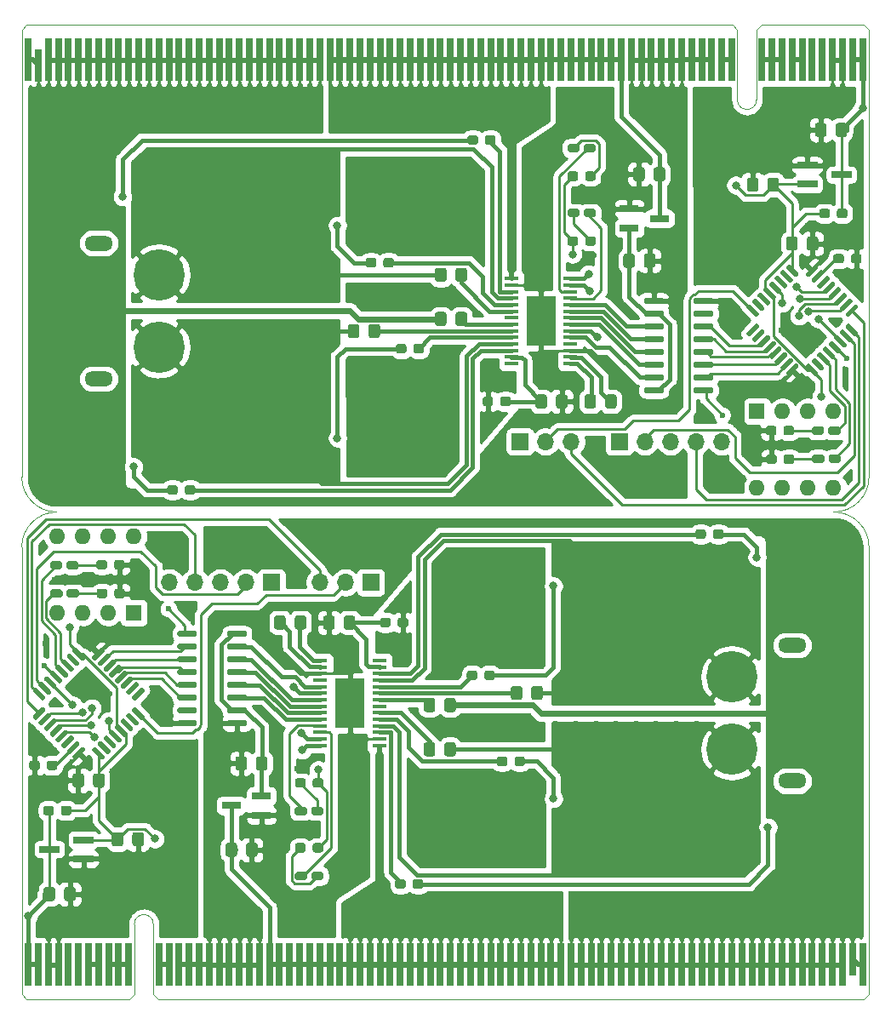
<source format=gtl>
%TF.GenerationSoftware,KiCad,Pcbnew,(5.1.6)-1*%
%TF.CreationDate,2020-06-21T16:44:24+09:00*%
%TF.ProjectId,CAN_H-Bridge_Solo_MD_fin,43414e5f-482d-4427-9269-6467655f536f,rev?*%
%TF.SameCoordinates,Original*%
%TF.FileFunction,Copper,L1,Top*%
%TF.FilePolarity,Positive*%
%FSLAX46Y46*%
G04 Gerber Fmt 4.6, Leading zero omitted, Abs format (unit mm)*
G04 Created by KiCad (PCBNEW (5.1.6)-1) date 2020-06-21 16:44:24*
%MOMM*%
%LPD*%
G01*
G04 APERTURE LIST*
%TA.AperFunction,Profile*%
%ADD10C,0.100000*%
%TD*%
%TA.AperFunction,EtchedComponent*%
%ADD11C,0.100000*%
%TD*%
%TA.AperFunction,SMDPad,CuDef*%
%ADD12R,1.900000X0.800000*%
%TD*%
%TA.AperFunction,SMDPad,CuDef*%
%ADD13R,2.000000X0.700000*%
%TD*%
%TA.AperFunction,ComponentPad*%
%ADD14R,1.600000X1.600000*%
%TD*%
%TA.AperFunction,ComponentPad*%
%ADD15O,1.600000X1.600000*%
%TD*%
%TA.AperFunction,ComponentPad*%
%ADD16C,5.100000*%
%TD*%
%TA.AperFunction,ComponentPad*%
%ADD17O,2.800000X1.500000*%
%TD*%
%TA.AperFunction,ConnectorPad*%
%ADD18R,0.700000X4.300000*%
%TD*%
%TA.AperFunction,ConnectorPad*%
%ADD19R,0.700000X3.200000*%
%TD*%
%TA.AperFunction,SMDPad,CuDef*%
%ADD20R,3.000000X5.000000*%
%TD*%
%TA.AperFunction,SMDPad,CuDef*%
%ADD21R,1.475000X0.450000*%
%TD*%
%TA.AperFunction,ComponentPad*%
%ADD22O,1.700000X1.700000*%
%TD*%
%TA.AperFunction,ComponentPad*%
%ADD23R,1.700000X1.700000*%
%TD*%
%TA.AperFunction,ViaPad*%
%ADD24C,0.600000*%
%TD*%
%TA.AperFunction,ViaPad*%
%ADD25C,0.800000*%
%TD*%
%TA.AperFunction,Conductor*%
%ADD26C,0.500000*%
%TD*%
%TA.AperFunction,Conductor*%
%ADD27C,0.400000*%
%TD*%
%TA.AperFunction,Conductor*%
%ADD28C,0.250000*%
%TD*%
%TA.AperFunction,Conductor*%
%ADD29C,0.600000*%
%TD*%
%TA.AperFunction,Conductor*%
%ADD30C,0.254000*%
%TD*%
%ADD31C,0.300000*%
%ADD32C,0.350000*%
%ADD33O,2.200000X1.000000*%
G04 APERTURE END LIST*
D10*
X184650000Y-62950000D02*
X184650000Y-99500000D01*
X103850000Y-103000000D02*
G75*
G02*
X100350000Y-99500000I0J3500000D01*
G01*
X184650000Y-99500000D02*
G75*
G02*
X181150000Y-103000000I-3500000J0D01*
G01*
X100350000Y-99500000D02*
X100350000Y-62950000D01*
X100350000Y-106500000D02*
G75*
G02*
X103850000Y-103000000I3500000J0D01*
G01*
X181150000Y-103000000D02*
G75*
G02*
X184650000Y-106500000I0J-3500000D01*
G01*
X184650000Y-106500000D02*
X184650000Y-143050000D01*
X100350000Y-143050000D02*
X100350000Y-106500000D01*
D11*
%TO.C,J3*%
X173450000Y-62000000D02*
X173450000Y-55050000D01*
X171550000Y-62000000D02*
X171550000Y-55050000D01*
X184650000Y-62950000D02*
X184650000Y-55050000D01*
X184150000Y-54550000D02*
X173950000Y-54550000D01*
X100350000Y-62950000D02*
X100350000Y-55050000D01*
X171050000Y-54550000D02*
X100850000Y-54550000D01*
X184650000Y-55050000D02*
X184150000Y-54550000D01*
X173450000Y-55050000D02*
X173950000Y-54550000D01*
X171550000Y-55050000D02*
X171050000Y-54550000D01*
X100350000Y-55050000D02*
X100850000Y-54550000D01*
X173450000Y-62000000D02*
G75*
G02*
X171550000Y-62000000I-950000J0D01*
G01*
X184650000Y-150950000D02*
X184150000Y-151450000D01*
X113450000Y-150950000D02*
X113950000Y-151450000D01*
X111550000Y-150950000D02*
X111050000Y-151450000D01*
X100350000Y-150950000D02*
X100850000Y-151450000D01*
X113950000Y-151450000D02*
X184150000Y-151450000D01*
X184650000Y-143050000D02*
X184650000Y-150950000D01*
X100850000Y-151450000D02*
X111050000Y-151450000D01*
X100350000Y-143050000D02*
X100350000Y-150950000D01*
X113450000Y-144000000D02*
X113450000Y-150950000D01*
X111550000Y-144000000D02*
X111550000Y-150950000D01*
X111550000Y-144000000D02*
G75*
G02*
X113450000Y-144000000I950000J0D01*
G01*
%TD*%
%TO.P,C14,1*%
%TO.N,Net-(C14-Pad1)*%
%TA.AperFunction,SMDPad,CuDef*%
G36*
G01*
X151462500Y-92450001D02*
X151462500Y-91549999D01*
G75*
G02*
X151712499Y-91300000I249999J0D01*
G01*
X152362501Y-91300000D01*
G75*
G02*
X152612500Y-91549999I0J-249999D01*
G01*
X152612500Y-92450001D01*
G75*
G02*
X152362501Y-92700000I-249999J0D01*
G01*
X151712499Y-92700000D01*
G75*
G02*
X151462500Y-92450001I0J249999D01*
G01*
G37*
%TD.AperFunction*%
%TO.P,C14,2*%
%TO.N,GNDPWR*%
%TA.AperFunction,SMDPad,CuDef*%
G36*
G01*
X153512500Y-92450001D02*
X153512500Y-91549999D01*
G75*
G02*
X153762499Y-91300000I249999J0D01*
G01*
X154412501Y-91300000D01*
G75*
G02*
X154662500Y-91549999I0J-249999D01*
G01*
X154662500Y-92450001D01*
G75*
G02*
X154412501Y-92700000I-249999J0D01*
G01*
X153762499Y-92700000D01*
G75*
G02*
X153512500Y-92450001I0J249999D01*
G01*
G37*
%TD.AperFunction*%
%TD*%
%TO.P,C6,1*%
%TO.N,VCC*%
%TA.AperFunction,SMDPad,CuDef*%
G36*
G01*
X164375000Y-68949999D02*
X164375000Y-69850001D01*
G75*
G02*
X164125001Y-70100000I-249999J0D01*
G01*
X163474999Y-70100000D01*
G75*
G02*
X163225000Y-69850001I0J249999D01*
G01*
X163225000Y-68949999D01*
G75*
G02*
X163474999Y-68700000I249999J0D01*
G01*
X164125001Y-68700000D01*
G75*
G02*
X164375000Y-68949999I0J-249999D01*
G01*
G37*
%TD.AperFunction*%
%TO.P,C6,2*%
%TO.N,GNDPWR*%
%TA.AperFunction,SMDPad,CuDef*%
G36*
G01*
X162325000Y-68949999D02*
X162325000Y-69850001D01*
G75*
G02*
X162075001Y-70100000I-249999J0D01*
G01*
X161424999Y-70100000D01*
G75*
G02*
X161175000Y-69850001I0J249999D01*
G01*
X161175000Y-68949999D01*
G75*
G02*
X161424999Y-68700000I249999J0D01*
G01*
X162075001Y-68700000D01*
G75*
G02*
X162325000Y-68949999I0J-249999D01*
G01*
G37*
%TD.AperFunction*%
%TD*%
%TO.P,D3,1*%
%TO.N,Net-(D3-Pad1)*%
%TA.AperFunction,SMDPad,CuDef*%
G36*
G01*
X178987500Y-97912500D02*
X178987500Y-97487500D01*
G75*
G02*
X179200000Y-97275000I212500J0D01*
G01*
X180000000Y-97275000D01*
G75*
G02*
X180212500Y-97487500I0J-212500D01*
G01*
X180212500Y-97912500D01*
G75*
G02*
X180000000Y-98125000I-212500J0D01*
G01*
X179200000Y-98125000D01*
G75*
G02*
X178987500Y-97912500I0J212500D01*
G01*
G37*
%TD.AperFunction*%
%TO.P,D3,2*%
%TO.N,MD0_LED_L*%
%TA.AperFunction,SMDPad,CuDef*%
G36*
G01*
X180612500Y-97912500D02*
X180612500Y-97487500D01*
G75*
G02*
X180825000Y-97275000I212500J0D01*
G01*
X181625000Y-97275000D01*
G75*
G02*
X181837500Y-97487500I0J-212500D01*
G01*
X181837500Y-97912500D01*
G75*
G02*
X181625000Y-98125000I-212500J0D01*
G01*
X180825000Y-98125000D01*
G75*
G02*
X180612500Y-97912500I0J212500D01*
G01*
G37*
%TD.AperFunction*%
%TD*%
%TO.P,C2,1*%
%TO.N,+5V*%
%TA.AperFunction,SMDPad,CuDef*%
G36*
G01*
X182475000Y-64549999D02*
X182475000Y-65450001D01*
G75*
G02*
X182225001Y-65700000I-249999J0D01*
G01*
X181574999Y-65700000D01*
G75*
G02*
X181325000Y-65450001I0J249999D01*
G01*
X181325000Y-64549999D01*
G75*
G02*
X181574999Y-64300000I249999J0D01*
G01*
X182225001Y-64300000D01*
G75*
G02*
X182475000Y-64549999I0J-249999D01*
G01*
G37*
%TD.AperFunction*%
%TO.P,C2,2*%
%TO.N,GND*%
%TA.AperFunction,SMDPad,CuDef*%
G36*
G01*
X180425000Y-64549999D02*
X180425000Y-65450001D01*
G75*
G02*
X180175001Y-65700000I-249999J0D01*
G01*
X179524999Y-65700000D01*
G75*
G02*
X179275000Y-65450001I0J249999D01*
G01*
X179275000Y-64549999D01*
G75*
G02*
X179524999Y-64300000I249999J0D01*
G01*
X180175001Y-64300000D01*
G75*
G02*
X180425000Y-64549999I0J-249999D01*
G01*
G37*
%TD.AperFunction*%
%TD*%
%TO.P,C3,1*%
%TO.N,GND*%
%TA.AperFunction,SMDPad,CuDef*%
G36*
G01*
X172500000Y-70900001D02*
X172500000Y-69999999D01*
G75*
G02*
X172749999Y-69750000I249999J0D01*
G01*
X173400001Y-69750000D01*
G75*
G02*
X173650000Y-69999999I0J-249999D01*
G01*
X173650000Y-70900001D01*
G75*
G02*
X173400001Y-71150000I-249999J0D01*
G01*
X172749999Y-71150000D01*
G75*
G02*
X172500000Y-70900001I0J249999D01*
G01*
G37*
%TD.AperFunction*%
%TO.P,C3,2*%
%TO.N,IC_3V3*%
%TA.AperFunction,SMDPad,CuDef*%
G36*
G01*
X174550000Y-70900001D02*
X174550000Y-69999999D01*
G75*
G02*
X174799999Y-69750000I249999J0D01*
G01*
X175450001Y-69750000D01*
G75*
G02*
X175700000Y-69999999I0J-249999D01*
G01*
X175700000Y-70900001D01*
G75*
G02*
X175450001Y-71150000I-249999J0D01*
G01*
X174799999Y-71150000D01*
G75*
G02*
X174550000Y-70900001I0J249999D01*
G01*
G37*
%TD.AperFunction*%
%TD*%
%TO.P,C1,1*%
%TO.N,GND*%
%TA.AperFunction,SMDPad,CuDef*%
G36*
G01*
X179600000Y-75849999D02*
X179600000Y-76750001D01*
G75*
G02*
X179350001Y-77000000I-249999J0D01*
G01*
X178699999Y-77000000D01*
G75*
G02*
X178450000Y-76750001I0J249999D01*
G01*
X178450000Y-75849999D01*
G75*
G02*
X178699999Y-75600000I249999J0D01*
G01*
X179350001Y-75600000D01*
G75*
G02*
X179600000Y-75849999I0J-249999D01*
G01*
G37*
%TD.AperFunction*%
%TO.P,C1,2*%
%TO.N,IC_3V3*%
%TA.AperFunction,SMDPad,CuDef*%
G36*
G01*
X177550000Y-75849999D02*
X177550000Y-76750001D01*
G75*
G02*
X177300001Y-77000000I-249999J0D01*
G01*
X176649999Y-77000000D01*
G75*
G02*
X176400000Y-76750001I0J249999D01*
G01*
X176400000Y-75849999D01*
G75*
G02*
X176649999Y-75600000I249999J0D01*
G01*
X177300001Y-75600000D01*
G75*
G02*
X177550000Y-75849999I0J-249999D01*
G01*
G37*
%TD.AperFunction*%
%TD*%
%TO.P,C11,1*%
%TO.N,VREG_0*%
%TA.AperFunction,SMDPad,CuDef*%
G36*
G01*
X144662500Y-83349999D02*
X144662500Y-84250001D01*
G75*
G02*
X144412501Y-84500000I-249999J0D01*
G01*
X143762499Y-84500000D01*
G75*
G02*
X143512500Y-84250001I0J249999D01*
G01*
X143512500Y-83349999D01*
G75*
G02*
X143762499Y-83100000I249999J0D01*
G01*
X144412501Y-83100000D01*
G75*
G02*
X144662500Y-83349999I0J-249999D01*
G01*
G37*
%TD.AperFunction*%
%TO.P,C11,2*%
%TO.N,GNDPWR*%
%TA.AperFunction,SMDPad,CuDef*%
G36*
G01*
X142612500Y-83349999D02*
X142612500Y-84250001D01*
G75*
G02*
X142362501Y-84500000I-249999J0D01*
G01*
X141712499Y-84500000D01*
G75*
G02*
X141462500Y-84250001I0J249999D01*
G01*
X141462500Y-83349999D01*
G75*
G02*
X141712499Y-83100000I249999J0D01*
G01*
X142362501Y-83100000D01*
G75*
G02*
X142612500Y-83349999I0J-249999D01*
G01*
G37*
%TD.AperFunction*%
%TD*%
%TO.P,C12,1*%
%TO.N,Net-(C12-Pad1)*%
%TA.AperFunction,SMDPad,CuDef*%
G36*
G01*
X136000000Y-84549999D02*
X136000000Y-85450001D01*
G75*
G02*
X135750001Y-85700000I-249999J0D01*
G01*
X135099999Y-85700000D01*
G75*
G02*
X134850000Y-85450001I0J249999D01*
G01*
X134850000Y-84549999D01*
G75*
G02*
X135099999Y-84300000I249999J0D01*
G01*
X135750001Y-84300000D01*
G75*
G02*
X136000000Y-84549999I0J-249999D01*
G01*
G37*
%TD.AperFunction*%
%TO.P,C12,2*%
%TO.N,SA_0*%
%TA.AperFunction,SMDPad,CuDef*%
G36*
G01*
X133950000Y-84549999D02*
X133950000Y-85450001D01*
G75*
G02*
X133700001Y-85700000I-249999J0D01*
G01*
X133049999Y-85700000D01*
G75*
G02*
X132800000Y-85450001I0J249999D01*
G01*
X132800000Y-84549999D01*
G75*
G02*
X133049999Y-84300000I249999J0D01*
G01*
X133700001Y-84300000D01*
G75*
G02*
X133950000Y-84549999I0J-249999D01*
G01*
G37*
%TD.AperFunction*%
%TD*%
%TO.P,C7,1*%
%TO.N,GNDPWR*%
%TA.AperFunction,SMDPad,CuDef*%
G36*
G01*
X163400000Y-77549999D02*
X163400000Y-78450001D01*
G75*
G02*
X163150001Y-78700000I-249999J0D01*
G01*
X162499999Y-78700000D01*
G75*
G02*
X162250000Y-78450001I0J249999D01*
G01*
X162250000Y-77549999D01*
G75*
G02*
X162499999Y-77300000I249999J0D01*
G01*
X163150001Y-77300000D01*
G75*
G02*
X163400000Y-77549999I0J-249999D01*
G01*
G37*
%TD.AperFunction*%
%TO.P,C7,2*%
%TO.N,MD_3V3*%
%TA.AperFunction,SMDPad,CuDef*%
G36*
G01*
X161350000Y-77549999D02*
X161350000Y-78450001D01*
G75*
G02*
X161100001Y-78700000I-249999J0D01*
G01*
X160449999Y-78700000D01*
G75*
G02*
X160200000Y-78450001I0J249999D01*
G01*
X160200000Y-77549999D01*
G75*
G02*
X160449999Y-77300000I249999J0D01*
G01*
X161100001Y-77300000D01*
G75*
G02*
X161350000Y-77549999I0J-249999D01*
G01*
G37*
%TD.AperFunction*%
%TD*%
%TO.P,C10,1*%
%TO.N,Net-(C10-Pad1)*%
%TA.AperFunction,SMDPad,CuDef*%
G36*
G01*
X144662500Y-78949999D02*
X144662500Y-79850001D01*
G75*
G02*
X144412501Y-80100000I-249999J0D01*
G01*
X143762499Y-80100000D01*
G75*
G02*
X143512500Y-79850001I0J249999D01*
G01*
X143512500Y-78949999D01*
G75*
G02*
X143762499Y-78700000I249999J0D01*
G01*
X144412501Y-78700000D01*
G75*
G02*
X144662500Y-78949999I0J-249999D01*
G01*
G37*
%TD.AperFunction*%
%TO.P,C10,2*%
%TO.N,SB_0*%
%TA.AperFunction,SMDPad,CuDef*%
G36*
G01*
X142612500Y-78949999D02*
X142612500Y-79850001D01*
G75*
G02*
X142362501Y-80100000I-249999J0D01*
G01*
X141712499Y-80100000D01*
G75*
G02*
X141462500Y-79850001I0J249999D01*
G01*
X141462500Y-78949999D01*
G75*
G02*
X141712499Y-78700000I249999J0D01*
G01*
X142362501Y-78700000D01*
G75*
G02*
X142612500Y-78949999I0J-249999D01*
G01*
G37*
%TD.AperFunction*%
%TD*%
%TO.P,C15,1*%
%TO.N,Net-(C15-Pad1)*%
%TA.AperFunction,SMDPad,CuDef*%
G36*
G01*
X156337500Y-92450001D02*
X156337500Y-91549999D01*
G75*
G02*
X156587499Y-91300000I249999J0D01*
G01*
X157237501Y-91300000D01*
G75*
G02*
X157487500Y-91549999I0J-249999D01*
G01*
X157487500Y-92450001D01*
G75*
G02*
X157237501Y-92700000I-249999J0D01*
G01*
X156587499Y-92700000D01*
G75*
G02*
X156337500Y-92450001I0J249999D01*
G01*
G37*
%TD.AperFunction*%
%TO.P,C15,2*%
%TO.N,Net-(C15-Pad2)*%
%TA.AperFunction,SMDPad,CuDef*%
G36*
G01*
X158387500Y-92450001D02*
X158387500Y-91549999D01*
G75*
G02*
X158637499Y-91300000I249999J0D01*
G01*
X159287501Y-91300000D01*
G75*
G02*
X159537500Y-91549999I0J-249999D01*
G01*
X159537500Y-92450001D01*
G75*
G02*
X159287501Y-92700000I-249999J0D01*
G01*
X158637499Y-92700000D01*
G75*
G02*
X158387500Y-92450001I0J249999D01*
G01*
G37*
%TD.AperFunction*%
%TD*%
%TO.P,D2,1*%
%TO.N,Net-(D2-Pad1)*%
%TA.AperFunction,SMDPad,CuDef*%
G36*
G01*
X178962500Y-95112500D02*
X178962500Y-94687500D01*
G75*
G02*
X179175000Y-94475000I212500J0D01*
G01*
X179975000Y-94475000D01*
G75*
G02*
X180187500Y-94687500I0J-212500D01*
G01*
X180187500Y-95112500D01*
G75*
G02*
X179975000Y-95325000I-212500J0D01*
G01*
X179175000Y-95325000D01*
G75*
G02*
X178962500Y-95112500I0J212500D01*
G01*
G37*
%TD.AperFunction*%
%TO.P,D2,2*%
%TO.N,MD0_LED_H*%
%TA.AperFunction,SMDPad,CuDef*%
G36*
G01*
X180587500Y-95112500D02*
X180587500Y-94687500D01*
G75*
G02*
X180800000Y-94475000I212500J0D01*
G01*
X181600000Y-94475000D01*
G75*
G02*
X181812500Y-94687500I0J-212500D01*
G01*
X181812500Y-95112500D01*
G75*
G02*
X181600000Y-95325000I-212500J0D01*
G01*
X180800000Y-95325000D01*
G75*
G02*
X180587500Y-95112500I0J212500D01*
G01*
G37*
%TD.AperFunction*%
%TD*%
%TO.P,D5,1*%
%TO.N,MD_FF2_0*%
%TA.AperFunction,SMDPad,CuDef*%
G36*
G01*
X157475000Y-66587500D02*
X157475000Y-67012500D01*
G75*
G02*
X157262500Y-67225000I-212500J0D01*
G01*
X156462500Y-67225000D01*
G75*
G02*
X156250000Y-67012500I0J212500D01*
G01*
X156250000Y-66587500D01*
G75*
G02*
X156462500Y-66375000I212500J0D01*
G01*
X157262500Y-66375000D01*
G75*
G02*
X157475000Y-66587500I0J-212500D01*
G01*
G37*
%TD.AperFunction*%
%TO.P,D5,2*%
%TO.N,Net-(D5-Pad2)*%
%TA.AperFunction,SMDPad,CuDef*%
G36*
G01*
X155850000Y-66587500D02*
X155850000Y-67012500D01*
G75*
G02*
X155637500Y-67225000I-212500J0D01*
G01*
X154837500Y-67225000D01*
G75*
G02*
X154625000Y-67012500I0J212500D01*
G01*
X154625000Y-66587500D01*
G75*
G02*
X154837500Y-66375000I212500J0D01*
G01*
X155637500Y-66375000D01*
G75*
G02*
X155850000Y-66587500I0J-212500D01*
G01*
G37*
%TD.AperFunction*%
%TD*%
%TO.P,D4,1*%
%TO.N,MD_FF1_0*%
%TA.AperFunction,SMDPad,CuDef*%
G36*
G01*
X157487500Y-73037500D02*
X157487500Y-73462500D01*
G75*
G02*
X157275000Y-73675000I-212500J0D01*
G01*
X156475000Y-73675000D01*
G75*
G02*
X156262500Y-73462500I0J212500D01*
G01*
X156262500Y-73037500D01*
G75*
G02*
X156475000Y-72825000I212500J0D01*
G01*
X157275000Y-72825000D01*
G75*
G02*
X157487500Y-73037500I0J-212500D01*
G01*
G37*
%TD.AperFunction*%
%TO.P,D4,2*%
%TO.N,Net-(D4-Pad2)*%
%TA.AperFunction,SMDPad,CuDef*%
G36*
G01*
X155862500Y-73037500D02*
X155862500Y-73462500D01*
G75*
G02*
X155650000Y-73675000I-212500J0D01*
G01*
X154850000Y-73675000D01*
G75*
G02*
X154637500Y-73462500I0J212500D01*
G01*
X154637500Y-73037500D01*
G75*
G02*
X154850000Y-72825000I212500J0D01*
G01*
X155650000Y-72825000D01*
G75*
G02*
X155862500Y-73037500I0J-212500D01*
G01*
G37*
%TD.AperFunction*%
%TD*%
D12*
%TO.P,U3,1*%
%TO.N,GNDPWR*%
X160800000Y-72850000D03*
%TO.P,U3,2*%
%TO.N,MD_3V3*%
X160800000Y-74750000D03*
%TO.P,U3,3*%
%TO.N,VCC*%
X163800000Y-73800000D03*
%TD*%
D13*
%TO.P,U1,1*%
%TO.N,GND*%
X178500000Y-68500000D03*
%TO.P,U1,2*%
%TO.N,IC_3V3*%
X178500000Y-70400000D03*
%TO.P,U1,3*%
%TO.N,+5V*%
X181900000Y-69450000D03*
%TD*%
%TO.P,IC2,1*%
%TO.N,IC_3V3*%
%TA.AperFunction,SMDPad,CuDef*%
G36*
G01*
X169162000Y-90740000D02*
X169162000Y-91040000D01*
G75*
G02*
X169012000Y-91190000I-150000J0D01*
G01*
X167362000Y-91190000D01*
G75*
G02*
X167212000Y-91040000I0J150000D01*
G01*
X167212000Y-90740000D01*
G75*
G02*
X167362000Y-90590000I150000J0D01*
G01*
X169012000Y-90590000D01*
G75*
G02*
X169162000Y-90740000I0J-150000D01*
G01*
G37*
%TD.AperFunction*%
%TO.P,IC2,2*%
%TO.N,IC_PHASE_0*%
%TA.AperFunction,SMDPad,CuDef*%
G36*
G01*
X169162000Y-89470000D02*
X169162000Y-89770000D01*
G75*
G02*
X169012000Y-89920000I-150000J0D01*
G01*
X167362000Y-89920000D01*
G75*
G02*
X167212000Y-89770000I0J150000D01*
G01*
X167212000Y-89470000D01*
G75*
G02*
X167362000Y-89320000I150000J0D01*
G01*
X169012000Y-89320000D01*
G75*
G02*
X169162000Y-89470000I0J-150000D01*
G01*
G37*
%TD.AperFunction*%
%TO.P,IC2,3*%
%TO.N,IC_SR_0*%
%TA.AperFunction,SMDPad,CuDef*%
G36*
G01*
X169162000Y-88200000D02*
X169162000Y-88500000D01*
G75*
G02*
X169012000Y-88650000I-150000J0D01*
G01*
X167362000Y-88650000D01*
G75*
G02*
X167212000Y-88500000I0J150000D01*
G01*
X167212000Y-88200000D01*
G75*
G02*
X167362000Y-88050000I150000J0D01*
G01*
X169012000Y-88050000D01*
G75*
G02*
X169162000Y-88200000I0J-150000D01*
G01*
G37*
%TD.AperFunction*%
%TO.P,IC2,4*%
%TO.N,IC_PWML_0*%
%TA.AperFunction,SMDPad,CuDef*%
G36*
G01*
X169162000Y-86930000D02*
X169162000Y-87230000D01*
G75*
G02*
X169012000Y-87380000I-150000J0D01*
G01*
X167362000Y-87380000D01*
G75*
G02*
X167212000Y-87230000I0J150000D01*
G01*
X167212000Y-86930000D01*
G75*
G02*
X167362000Y-86780000I150000J0D01*
G01*
X169012000Y-86780000D01*
G75*
G02*
X169162000Y-86930000I0J-150000D01*
G01*
G37*
%TD.AperFunction*%
%TO.P,IC2,5*%
%TO.N,IC_PWMH_0*%
%TA.AperFunction,SMDPad,CuDef*%
G36*
G01*
X169162000Y-85660000D02*
X169162000Y-85960000D01*
G75*
G02*
X169012000Y-86110000I-150000J0D01*
G01*
X167362000Y-86110000D01*
G75*
G02*
X167212000Y-85960000I0J150000D01*
G01*
X167212000Y-85660000D01*
G75*
G02*
X167362000Y-85510000I150000J0D01*
G01*
X169012000Y-85510000D01*
G75*
G02*
X169162000Y-85660000I0J-150000D01*
G01*
G37*
%TD.AperFunction*%
%TO.P,IC2,6*%
%TO.N,IC_RESET_0*%
%TA.AperFunction,SMDPad,CuDef*%
G36*
G01*
X169162000Y-84390000D02*
X169162000Y-84690000D01*
G75*
G02*
X169012000Y-84840000I-150000J0D01*
G01*
X167362000Y-84840000D01*
G75*
G02*
X167212000Y-84690000I0J150000D01*
G01*
X167212000Y-84390000D01*
G75*
G02*
X167362000Y-84240000I150000J0D01*
G01*
X169012000Y-84240000D01*
G75*
G02*
X169162000Y-84390000I0J-150000D01*
G01*
G37*
%TD.AperFunction*%
%TO.P,IC2,7*%
%TO.N,Net-(IC2-Pad7)*%
%TA.AperFunction,SMDPad,CuDef*%
G36*
G01*
X169162000Y-83120000D02*
X169162000Y-83420000D01*
G75*
G02*
X169012000Y-83570000I-150000J0D01*
G01*
X167362000Y-83570000D01*
G75*
G02*
X167212000Y-83420000I0J150000D01*
G01*
X167212000Y-83120000D01*
G75*
G02*
X167362000Y-82970000I150000J0D01*
G01*
X169012000Y-82970000D01*
G75*
G02*
X169162000Y-83120000I0J-150000D01*
G01*
G37*
%TD.AperFunction*%
%TO.P,IC2,8*%
%TO.N,GND*%
%TA.AperFunction,SMDPad,CuDef*%
G36*
G01*
X169162000Y-81850000D02*
X169162000Y-82150000D01*
G75*
G02*
X169012000Y-82300000I-150000J0D01*
G01*
X167362000Y-82300000D01*
G75*
G02*
X167212000Y-82150000I0J150000D01*
G01*
X167212000Y-81850000D01*
G75*
G02*
X167362000Y-81700000I150000J0D01*
G01*
X169012000Y-81700000D01*
G75*
G02*
X169162000Y-81850000I0J-150000D01*
G01*
G37*
%TD.AperFunction*%
%TO.P,IC2,9*%
%TO.N,GNDPWR*%
%TA.AperFunction,SMDPad,CuDef*%
G36*
G01*
X164212000Y-81850000D02*
X164212000Y-82150000D01*
G75*
G02*
X164062000Y-82300000I-150000J0D01*
G01*
X162412000Y-82300000D01*
G75*
G02*
X162262000Y-82150000I0J150000D01*
G01*
X162262000Y-81850000D01*
G75*
G02*
X162412000Y-81700000I150000J0D01*
G01*
X164062000Y-81700000D01*
G75*
G02*
X164212000Y-81850000I0J-150000D01*
G01*
G37*
%TD.AperFunction*%
%TO.P,IC2,10*%
%TO.N,MD_3V3*%
%TA.AperFunction,SMDPad,CuDef*%
G36*
G01*
X164212000Y-83120000D02*
X164212000Y-83420000D01*
G75*
G02*
X164062000Y-83570000I-150000J0D01*
G01*
X162412000Y-83570000D01*
G75*
G02*
X162262000Y-83420000I0J150000D01*
G01*
X162262000Y-83120000D01*
G75*
G02*
X162412000Y-82970000I150000J0D01*
G01*
X164062000Y-82970000D01*
G75*
G02*
X164212000Y-83120000I0J-150000D01*
G01*
G37*
%TD.AperFunction*%
%TO.P,IC2,11*%
%TO.N,MD_RESET_0*%
%TA.AperFunction,SMDPad,CuDef*%
G36*
G01*
X164212000Y-84390000D02*
X164212000Y-84690000D01*
G75*
G02*
X164062000Y-84840000I-150000J0D01*
G01*
X162412000Y-84840000D01*
G75*
G02*
X162262000Y-84690000I0J150000D01*
G01*
X162262000Y-84390000D01*
G75*
G02*
X162412000Y-84240000I150000J0D01*
G01*
X164062000Y-84240000D01*
G75*
G02*
X164212000Y-84390000I0J-150000D01*
G01*
G37*
%TD.AperFunction*%
%TO.P,IC2,12*%
%TO.N,MD_PWMH_0*%
%TA.AperFunction,SMDPad,CuDef*%
G36*
G01*
X164212000Y-85660000D02*
X164212000Y-85960000D01*
G75*
G02*
X164062000Y-86110000I-150000J0D01*
G01*
X162412000Y-86110000D01*
G75*
G02*
X162262000Y-85960000I0J150000D01*
G01*
X162262000Y-85660000D01*
G75*
G02*
X162412000Y-85510000I150000J0D01*
G01*
X164062000Y-85510000D01*
G75*
G02*
X164212000Y-85660000I0J-150000D01*
G01*
G37*
%TD.AperFunction*%
%TO.P,IC2,13*%
%TO.N,MD_PWML_0*%
%TA.AperFunction,SMDPad,CuDef*%
G36*
G01*
X164212000Y-86930000D02*
X164212000Y-87230000D01*
G75*
G02*
X164062000Y-87380000I-150000J0D01*
G01*
X162412000Y-87380000D01*
G75*
G02*
X162262000Y-87230000I0J150000D01*
G01*
X162262000Y-86930000D01*
G75*
G02*
X162412000Y-86780000I150000J0D01*
G01*
X164062000Y-86780000D01*
G75*
G02*
X164212000Y-86930000I0J-150000D01*
G01*
G37*
%TD.AperFunction*%
%TO.P,IC2,14*%
%TO.N,MD_SR_0*%
%TA.AperFunction,SMDPad,CuDef*%
G36*
G01*
X164212000Y-88200000D02*
X164212000Y-88500000D01*
G75*
G02*
X164062000Y-88650000I-150000J0D01*
G01*
X162412000Y-88650000D01*
G75*
G02*
X162262000Y-88500000I0J150000D01*
G01*
X162262000Y-88200000D01*
G75*
G02*
X162412000Y-88050000I150000J0D01*
G01*
X164062000Y-88050000D01*
G75*
G02*
X164212000Y-88200000I0J-150000D01*
G01*
G37*
%TD.AperFunction*%
%TO.P,IC2,15*%
%TO.N,MD_PHASE_0*%
%TA.AperFunction,SMDPad,CuDef*%
G36*
G01*
X164212000Y-89470000D02*
X164212000Y-89770000D01*
G75*
G02*
X164062000Y-89920000I-150000J0D01*
G01*
X162412000Y-89920000D01*
G75*
G02*
X162262000Y-89770000I0J150000D01*
G01*
X162262000Y-89470000D01*
G75*
G02*
X162412000Y-89320000I150000J0D01*
G01*
X164062000Y-89320000D01*
G75*
G02*
X164212000Y-89470000I0J-150000D01*
G01*
G37*
%TD.AperFunction*%
%TO.P,IC2,16*%
%TO.N,MD_3V3*%
%TA.AperFunction,SMDPad,CuDef*%
G36*
G01*
X164212000Y-90740000D02*
X164212000Y-91040000D01*
G75*
G02*
X164062000Y-91190000I-150000J0D01*
G01*
X162412000Y-91190000D01*
G75*
G02*
X162262000Y-91040000I0J150000D01*
G01*
X162262000Y-90740000D01*
G75*
G02*
X162412000Y-90590000I150000J0D01*
G01*
X164062000Y-90590000D01*
G75*
G02*
X164212000Y-90740000I0J-150000D01*
G01*
G37*
%TD.AperFunction*%
%TD*%
D14*
%TO.P,S1,1*%
%TO.N,DIP_SW_4*%
X173500000Y-92980000D03*
D15*
%TO.P,S1,5*%
%TO.N,IC_3V3*%
X181120000Y-100600000D03*
%TO.P,S1,2*%
%TO.N,DIP_SW_3*%
X176040000Y-92980000D03*
%TO.P,S1,6*%
%TO.N,IC_3V3*%
X178580000Y-100600000D03*
%TO.P,S1,3*%
%TO.N,DIP_SW_2*%
X178580000Y-92980000D03*
%TO.P,S1,7*%
%TO.N,IC_3V3*%
X176040000Y-100600000D03*
%TO.P,S1,4*%
%TO.N,DIP_SW_1*%
X181120000Y-92980000D03*
%TO.P,S1,8*%
%TO.N,IC_3V3*%
X173500000Y-100600000D03*
%TD*%
D16*
%TO.P,M1,1*%
%TO.N,SA_0*%
X114000000Y-86600000D03*
%TO.P,M1,2*%
%TO.N,SB_0*%
X114000000Y-79400000D03*
D17*
%TO.P,M1,4*%
%TO.N,N/C*%
X108000000Y-89750000D03*
X108000000Y-76250000D03*
%TD*%
%TO.P,R7,1*%
%TO.N,V5*%
%TA.AperFunction,SMDPad,CuDef*%
G36*
G01*
X154650000Y-76287500D02*
X154650000Y-75812500D01*
G75*
G02*
X154887500Y-75575000I237500J0D01*
G01*
X155462500Y-75575000D01*
G75*
G02*
X155700000Y-75812500I0J-237500D01*
G01*
X155700000Y-76287500D01*
G75*
G02*
X155462500Y-76525000I-237500J0D01*
G01*
X154887500Y-76525000D01*
G75*
G02*
X154650000Y-76287500I0J237500D01*
G01*
G37*
%TD.AperFunction*%
%TO.P,R7,2*%
%TO.N,Net-(D4-Pad2)*%
%TA.AperFunction,SMDPad,CuDef*%
G36*
G01*
X156400000Y-76287500D02*
X156400000Y-75812500D01*
G75*
G02*
X156637500Y-75575000I237500J0D01*
G01*
X157212500Y-75575000D01*
G75*
G02*
X157450000Y-75812500I0J-237500D01*
G01*
X157450000Y-76287500D01*
G75*
G02*
X157212500Y-76525000I-237500J0D01*
G01*
X156637500Y-76525000D01*
G75*
G02*
X156400000Y-76287500I0J237500D01*
G01*
G37*
%TD.AperFunction*%
%TD*%
%TO.P,D6,1*%
%TO.N,Net-(C14-Pad1)*%
%TA.AperFunction,SMDPad,CuDef*%
G36*
G01*
X149000000Y-91762500D02*
X149000000Y-92237500D01*
G75*
G02*
X148762500Y-92475000I-237500J0D01*
G01*
X148187500Y-92475000D01*
G75*
G02*
X147950000Y-92237500I0J237500D01*
G01*
X147950000Y-91762500D01*
G75*
G02*
X148187500Y-91525000I237500J0D01*
G01*
X148762500Y-91525000D01*
G75*
G02*
X149000000Y-91762500I0J-237500D01*
G01*
G37*
%TD.AperFunction*%
%TO.P,D6,2*%
%TO.N,VCC*%
%TA.AperFunction,SMDPad,CuDef*%
G36*
G01*
X147250000Y-91762500D02*
X147250000Y-92237500D01*
G75*
G02*
X147012500Y-92475000I-237500J0D01*
G01*
X146437500Y-92475000D01*
G75*
G02*
X146200000Y-92237500I0J237500D01*
G01*
X146200000Y-91762500D01*
G75*
G02*
X146437500Y-91525000I237500J0D01*
G01*
X147012500Y-91525000D01*
G75*
G02*
X147250000Y-91762500I0J-237500D01*
G01*
G37*
%TD.AperFunction*%
%TD*%
%TO.P,R12,1*%
%TO.N,Net-(Q4-Pad1)*%
%TA.AperFunction,SMDPad,CuDef*%
G36*
G01*
X144700000Y-66237500D02*
X144700000Y-65762500D01*
G75*
G02*
X144937500Y-65525000I237500J0D01*
G01*
X145512500Y-65525000D01*
G75*
G02*
X145750000Y-65762500I0J-237500D01*
G01*
X145750000Y-66237500D01*
G75*
G02*
X145512500Y-66475000I-237500J0D01*
G01*
X144937500Y-66475000D01*
G75*
G02*
X144700000Y-66237500I0J237500D01*
G01*
G37*
%TD.AperFunction*%
%TO.P,R12,2*%
%TO.N,GLB_0*%
%TA.AperFunction,SMDPad,CuDef*%
G36*
G01*
X146450000Y-66237500D02*
X146450000Y-65762500D01*
G75*
G02*
X146687500Y-65525000I237500J0D01*
G01*
X147262500Y-65525000D01*
G75*
G02*
X147500000Y-65762500I0J-237500D01*
G01*
X147500000Y-66237500D01*
G75*
G02*
X147262500Y-66475000I-237500J0D01*
G01*
X146687500Y-66475000D01*
G75*
G02*
X146450000Y-66237500I0J237500D01*
G01*
G37*
%TD.AperFunction*%
%TD*%
%TO.P,R10,1*%
%TO.N,Net-(Q2-Pad1)*%
%TA.AperFunction,SMDPad,CuDef*%
G36*
G01*
X134575000Y-78437500D02*
X134575000Y-77962500D01*
G75*
G02*
X134812500Y-77725000I237500J0D01*
G01*
X135387500Y-77725000D01*
G75*
G02*
X135625000Y-77962500I0J-237500D01*
G01*
X135625000Y-78437500D01*
G75*
G02*
X135387500Y-78675000I-237500J0D01*
G01*
X134812500Y-78675000D01*
G75*
G02*
X134575000Y-78437500I0J237500D01*
G01*
G37*
%TD.AperFunction*%
%TO.P,R10,2*%
%TO.N,GHB_0*%
%TA.AperFunction,SMDPad,CuDef*%
G36*
G01*
X136325000Y-78437500D02*
X136325000Y-77962500D01*
G75*
G02*
X136562500Y-77725000I237500J0D01*
G01*
X137137500Y-77725000D01*
G75*
G02*
X137375000Y-77962500I0J-237500D01*
G01*
X137375000Y-78437500D01*
G75*
G02*
X137137500Y-78675000I-237500J0D01*
G01*
X136562500Y-78675000D01*
G75*
G02*
X136325000Y-78437500I0J237500D01*
G01*
G37*
%TD.AperFunction*%
%TD*%
%TO.P,R2,1*%
%TO.N,Net-(D2-Pad1)*%
%TA.AperFunction,SMDPad,CuDef*%
G36*
G01*
X177187500Y-94662500D02*
X177187500Y-95137500D01*
G75*
G02*
X176950000Y-95375000I-237500J0D01*
G01*
X176375000Y-95375000D01*
G75*
G02*
X176137500Y-95137500I0J237500D01*
G01*
X176137500Y-94662500D01*
G75*
G02*
X176375000Y-94425000I237500J0D01*
G01*
X176950000Y-94425000D01*
G75*
G02*
X177187500Y-94662500I0J-237500D01*
G01*
G37*
%TD.AperFunction*%
%TO.P,R2,2*%
%TO.N,GND*%
%TA.AperFunction,SMDPad,CuDef*%
G36*
G01*
X175437500Y-94662500D02*
X175437500Y-95137500D01*
G75*
G02*
X175200000Y-95375000I-237500J0D01*
G01*
X174625000Y-95375000D01*
G75*
G02*
X174387500Y-95137500I0J237500D01*
G01*
X174387500Y-94662500D01*
G75*
G02*
X174625000Y-94425000I237500J0D01*
G01*
X175200000Y-94425000D01*
G75*
G02*
X175437500Y-94662500I0J-237500D01*
G01*
G37*
%TD.AperFunction*%
%TD*%
%TO.P,R3,1*%
%TO.N,Net-(D3-Pad1)*%
%TA.AperFunction,SMDPad,CuDef*%
G36*
G01*
X177212500Y-97512500D02*
X177212500Y-97987500D01*
G75*
G02*
X176975000Y-98225000I-237500J0D01*
G01*
X176400000Y-98225000D01*
G75*
G02*
X176162500Y-97987500I0J237500D01*
G01*
X176162500Y-97512500D01*
G75*
G02*
X176400000Y-97275000I237500J0D01*
G01*
X176975000Y-97275000D01*
G75*
G02*
X177212500Y-97512500I0J-237500D01*
G01*
G37*
%TD.AperFunction*%
%TO.P,R3,2*%
%TO.N,GND*%
%TA.AperFunction,SMDPad,CuDef*%
G36*
G01*
X175462500Y-97512500D02*
X175462500Y-97987500D01*
G75*
G02*
X175225000Y-98225000I-237500J0D01*
G01*
X174650000Y-98225000D01*
G75*
G02*
X174412500Y-97987500I0J237500D01*
G01*
X174412500Y-97512500D01*
G75*
G02*
X174650000Y-97275000I237500J0D01*
G01*
X175225000Y-97275000D01*
G75*
G02*
X175462500Y-97512500I0J-237500D01*
G01*
G37*
%TD.AperFunction*%
%TD*%
%TO.P,R9,1*%
%TO.N,GHA_0*%
%TA.AperFunction,SMDPad,CuDef*%
G36*
G01*
X140375000Y-86512500D02*
X140375000Y-86987500D01*
G75*
G02*
X140137500Y-87225000I-237500J0D01*
G01*
X139562500Y-87225000D01*
G75*
G02*
X139325000Y-86987500I0J237500D01*
G01*
X139325000Y-86512500D01*
G75*
G02*
X139562500Y-86275000I237500J0D01*
G01*
X140137500Y-86275000D01*
G75*
G02*
X140375000Y-86512500I0J-237500D01*
G01*
G37*
%TD.AperFunction*%
%TO.P,R9,2*%
%TO.N,Net-(Q1-Pad1)*%
%TA.AperFunction,SMDPad,CuDef*%
G36*
G01*
X138625000Y-86512500D02*
X138625000Y-86987500D01*
G75*
G02*
X138387500Y-87225000I-237500J0D01*
G01*
X137812500Y-87225000D01*
G75*
G02*
X137575000Y-86987500I0J237500D01*
G01*
X137575000Y-86512500D01*
G75*
G02*
X137812500Y-86275000I237500J0D01*
G01*
X138387500Y-86275000D01*
G75*
G02*
X138625000Y-86512500I0J-237500D01*
G01*
G37*
%TD.AperFunction*%
%TD*%
D18*
%TO.P,J3,B9*%
%TO.N,VCC*%
X134000000Y-58000000D03*
X135000000Y-58000000D03*
X136000000Y-58000000D03*
X137000000Y-58000000D03*
X138000000Y-58000000D03*
X139000000Y-58000000D03*
X140000000Y-58000000D03*
X141000000Y-58000000D03*
X142000000Y-58000000D03*
X143000000Y-58000000D03*
X144000000Y-58000000D03*
X145000000Y-58000000D03*
X146000000Y-58000000D03*
X147000000Y-58000000D03*
X148000000Y-58000000D03*
X149000000Y-58000000D03*
X150000000Y-58000000D03*
X151000000Y-58000000D03*
X152000000Y-58000000D03*
X153000000Y-58000000D03*
X154000000Y-58000000D03*
X155000000Y-58000000D03*
X156000000Y-58000000D03*
X157000000Y-58000000D03*
X158000000Y-58000000D03*
X159000000Y-58000000D03*
X160000000Y-58000000D03*
%TO.P,J3,B8*%
%TO.N,GNDPWR*%
X161000000Y-58000000D03*
X162000000Y-58000000D03*
X163000000Y-58000000D03*
X164000000Y-58000000D03*
%TO.P,J3,B1*%
%TO.N,+5V*%
X184000000Y-58000000D03*
X183000000Y-58000000D03*
%TO.P,J3,B2*%
%TO.N,GND*%
X182000000Y-58000000D03*
X181000000Y-58000000D03*
%TO.P,J3,B3*%
%TO.N,Net-(J3-PadB3)*%
X180000000Y-58000000D03*
%TO.P,J3,B4*%
%TO.N,Net-(J3-PadB4)*%
X179000000Y-58000000D03*
%TO.P,J3,B5*%
%TO.N,Net-(J3-PadB5)*%
X178000000Y-58000000D03*
X177000000Y-58000000D03*
%TO.P,J3,B6*%
%TO.N,Net-(J3-PadB6)*%
X176000000Y-58000000D03*
X175000000Y-58000000D03*
X174000000Y-58000000D03*
%TO.P,J3,B8*%
%TO.N,GNDPWR*%
X169000000Y-58000000D03*
X168000000Y-58000000D03*
X167000000Y-58000000D03*
X166000000Y-58000000D03*
X165000000Y-58000000D03*
%TO.P,J3,B7*%
%TO.N,Net-(J3-PadB7)*%
X171000000Y-58000000D03*
X170000000Y-58000000D03*
%TO.P,J3,B9*%
%TO.N,VCC*%
X133000000Y-58000000D03*
X132000000Y-58000000D03*
X131000000Y-58000000D03*
%TO.P,J3,B10*%
%TO.N,GNDPWR*%
X130000000Y-58000000D03*
X129000000Y-58000000D03*
X128000000Y-58000000D03*
X127000000Y-58000000D03*
X126000000Y-58000000D03*
X125000000Y-58000000D03*
X124000000Y-58000000D03*
X123000000Y-58000000D03*
X122000000Y-58000000D03*
X121000000Y-58000000D03*
X120000000Y-58000000D03*
X119000000Y-58000000D03*
X118000000Y-58000000D03*
X117000000Y-58000000D03*
X116000000Y-58000000D03*
X115000000Y-58000000D03*
X114000000Y-58000000D03*
X113000000Y-58000000D03*
X112000000Y-58000000D03*
X111000000Y-58000000D03*
X110000000Y-58000000D03*
X109000000Y-58000000D03*
X108000000Y-58000000D03*
X107000000Y-58000000D03*
X106000000Y-58000000D03*
X105000000Y-58000000D03*
X104000000Y-58000000D03*
X103000000Y-58000000D03*
D19*
X102000000Y-58550000D03*
D18*
X101000000Y-58000000D03*
%TD*%
%TO.P,R11,1*%
%TO.N,GLA_0*%
%TA.AperFunction,SMDPad,CuDef*%
G36*
G01*
X117625000Y-100562500D02*
X117625000Y-101037500D01*
G75*
G02*
X117387500Y-101275000I-237500J0D01*
G01*
X116812500Y-101275000D01*
G75*
G02*
X116575000Y-101037500I0J237500D01*
G01*
X116575000Y-100562500D01*
G75*
G02*
X116812500Y-100325000I237500J0D01*
G01*
X117387500Y-100325000D01*
G75*
G02*
X117625000Y-100562500I0J-237500D01*
G01*
G37*
%TD.AperFunction*%
%TO.P,R11,2*%
%TO.N,Net-(Q3-Pad1)*%
%TA.AperFunction,SMDPad,CuDef*%
G36*
G01*
X115875000Y-100562500D02*
X115875000Y-101037500D01*
G75*
G02*
X115637500Y-101275000I-237500J0D01*
G01*
X115062500Y-101275000D01*
G75*
G02*
X114825000Y-101037500I0J237500D01*
G01*
X114825000Y-100562500D01*
G75*
G02*
X115062500Y-100325000I237500J0D01*
G01*
X115637500Y-100325000D01*
G75*
G02*
X115875000Y-100562500I0J-237500D01*
G01*
G37*
%TD.AperFunction*%
%TD*%
%TO.P,R1,1*%
%TO.N,/BOOT*%
%TA.AperFunction,SMDPad,CuDef*%
G36*
G01*
X181100000Y-78037500D02*
X181100000Y-77562500D01*
G75*
G02*
X181337500Y-77325000I237500J0D01*
G01*
X181912500Y-77325000D01*
G75*
G02*
X182150000Y-77562500I0J-237500D01*
G01*
X182150000Y-78037500D01*
G75*
G02*
X181912500Y-78275000I-237500J0D01*
G01*
X181337500Y-78275000D01*
G75*
G02*
X181100000Y-78037500I0J237500D01*
G01*
G37*
%TD.AperFunction*%
%TO.P,R1,2*%
%TO.N,GND*%
%TA.AperFunction,SMDPad,CuDef*%
G36*
G01*
X182850000Y-78037500D02*
X182850000Y-77562500D01*
G75*
G02*
X183087500Y-77325000I237500J0D01*
G01*
X183662500Y-77325000D01*
G75*
G02*
X183900000Y-77562500I0J-237500D01*
G01*
X183900000Y-78037500D01*
G75*
G02*
X183662500Y-78275000I-237500J0D01*
G01*
X183087500Y-78275000D01*
G75*
G02*
X182850000Y-78037500I0J237500D01*
G01*
G37*
%TD.AperFunction*%
%TD*%
%TO.P,D1,1*%
%TO.N,+5V*%
%TA.AperFunction,SMDPad,CuDef*%
G36*
G01*
X182500000Y-73062500D02*
X182500000Y-73537500D01*
G75*
G02*
X182262500Y-73775000I-237500J0D01*
G01*
X181687500Y-73775000D01*
G75*
G02*
X181450000Y-73537500I0J237500D01*
G01*
X181450000Y-73062500D01*
G75*
G02*
X181687500Y-72825000I237500J0D01*
G01*
X182262500Y-72825000D01*
G75*
G02*
X182500000Y-73062500I0J-237500D01*
G01*
G37*
%TD.AperFunction*%
%TO.P,D1,2*%
%TO.N,IC_3V3*%
%TA.AperFunction,SMDPad,CuDef*%
G36*
G01*
X180750000Y-73062500D02*
X180750000Y-73537500D01*
G75*
G02*
X180512500Y-73775000I-237500J0D01*
G01*
X179937500Y-73775000D01*
G75*
G02*
X179700000Y-73537500I0J237500D01*
G01*
X179700000Y-73062500D01*
G75*
G02*
X179937500Y-72825000I237500J0D01*
G01*
X180512500Y-72825000D01*
G75*
G02*
X180750000Y-73062500I0J-237500D01*
G01*
G37*
%TD.AperFunction*%
%TD*%
%TO.P,R8,1*%
%TO.N,V5*%
%TA.AperFunction,SMDPad,CuDef*%
G36*
G01*
X154650000Y-69837500D02*
X154650000Y-69362500D01*
G75*
G02*
X154887500Y-69125000I237500J0D01*
G01*
X155462500Y-69125000D01*
G75*
G02*
X155700000Y-69362500I0J-237500D01*
G01*
X155700000Y-69837500D01*
G75*
G02*
X155462500Y-70075000I-237500J0D01*
G01*
X154887500Y-70075000D01*
G75*
G02*
X154650000Y-69837500I0J237500D01*
G01*
G37*
%TD.AperFunction*%
%TO.P,R8,2*%
%TO.N,Net-(D5-Pad2)*%
%TA.AperFunction,SMDPad,CuDef*%
G36*
G01*
X156400000Y-69837500D02*
X156400000Y-69362500D01*
G75*
G02*
X156637500Y-69125000I237500J0D01*
G01*
X157212500Y-69125000D01*
G75*
G02*
X157450000Y-69362500I0J-237500D01*
G01*
X157450000Y-69837500D01*
G75*
G02*
X157212500Y-70075000I-237500J0D01*
G01*
X156637500Y-70075000D01*
G75*
G02*
X156400000Y-69837500I0J237500D01*
G01*
G37*
%TD.AperFunction*%
%TD*%
D20*
%TO.P,IC3,29*%
%TO.N,GNDPWR*%
X152000000Y-84000000D03*
D21*
%TO.P,IC3,28*%
%TO.N,Net-(IC3-Pad28)*%
X154938000Y-79775000D03*
%TO.P,IC3,27*%
%TO.N,Net-(IC3-Pad27)*%
X154938000Y-80425000D03*
%TO.P,IC3,26*%
%TO.N,MD_FF2_0*%
X154938000Y-81075000D03*
%TO.P,IC3,25*%
%TO.N,MD_FF1_0*%
X154938000Y-81725000D03*
%TO.P,IC3,24*%
%TO.N,MD_RESET_0*%
X154938000Y-82375000D03*
%TO.P,IC3,23*%
%TO.N,MD_PWMH_0*%
X154938000Y-83025000D03*
%TO.P,IC3,22*%
%TO.N,MD_PWML_0*%
X154938000Y-83675000D03*
%TO.P,IC3,21*%
%TO.N,MD_SR_0*%
X154938000Y-84325000D03*
%TO.P,IC3,20*%
%TO.N,V5*%
X154938000Y-84975000D03*
%TO.P,IC3,19*%
%TO.N,MD_PHASE_0*%
X154938000Y-85625000D03*
%TO.P,IC3,18*%
%TO.N,Net-(IC3-Pad18)*%
X154938000Y-86275000D03*
%TO.P,IC3,17*%
%TO.N,GNDPWR*%
X154938000Y-86925000D03*
%TO.P,IC3,16*%
%TO.N,Net-(C15-Pad2)*%
X154938000Y-87575000D03*
%TO.P,IC3,15*%
%TO.N,Net-(C15-Pad1)*%
X154938000Y-88225000D03*
%TO.P,IC3,14*%
%TO.N,Net-(IC3-Pad14)*%
X149062000Y-88225000D03*
%TO.P,IC3,13*%
%TO.N,Net-(C14-Pad1)*%
X149062000Y-87575000D03*
%TO.P,IC3,12*%
%TO.N,GLA_0*%
X149062000Y-86925000D03*
%TO.P,IC3,11*%
%TO.N,SA_0*%
X149062000Y-86275000D03*
%TO.P,IC3,10*%
%TO.N,GHA_0*%
X149062000Y-85625000D03*
%TO.P,IC3,9*%
%TO.N,Net-(C12-Pad1)*%
X149062000Y-84975000D03*
%TO.P,IC3,8*%
%TO.N,VREG_0*%
X149062000Y-84325000D03*
%TO.P,IC3,7*%
%TO.N,Net-(IC3-Pad7)*%
X149062000Y-83675000D03*
%TO.P,IC3,6*%
%TO.N,Net-(C10-Pad1)*%
X149062000Y-83025000D03*
%TO.P,IC3,5*%
%TO.N,GHB_0*%
X149062000Y-82375000D03*
%TO.P,IC3,4*%
%TO.N,SB_0*%
X149062000Y-81725000D03*
%TO.P,IC3,3*%
%TO.N,GLB_0*%
X149062000Y-81075000D03*
%TO.P,IC3,2*%
%TO.N,GNDPWR*%
X149062000Y-80425000D03*
%TO.P,IC3,1*%
%TO.N,VCC*%
X149062000Y-79775000D03*
%TD*%
D22*
%TO.P,J2,5*%
%TO.N,IC_3V3*%
X169960000Y-96000000D03*
%TO.P,J2,4*%
%TO.N,/SWCLK*%
X167420000Y-96000000D03*
%TO.P,J2,3*%
%TO.N,GND*%
X164880000Y-96000000D03*
%TO.P,J2,2*%
%TO.N,/SWDIO*%
X162340000Y-96000000D03*
D23*
%TO.P,J2,1*%
%TO.N,NRST*%
X159800000Y-96000000D03*
%TD*%
D22*
%TO.P,J1,3*%
%TO.N,VCP_RX*%
X155000000Y-96000000D03*
%TO.P,J1,2*%
%TO.N,VCP_TX*%
X152460000Y-96000000D03*
D23*
%TO.P,J1,1*%
%TO.N,GND*%
X149920000Y-96000000D03*
%TD*%
%TO.P,U2,32*%
%TO.N,GND*%
%TA.AperFunction,SMDPad,CuDef*%
G36*
G01*
X178353554Y-79265165D02*
X179237437Y-78381282D01*
G75*
G02*
X179414213Y-78381282I88388J-88388D01*
G01*
X179590990Y-78558059D01*
G75*
G02*
X179590990Y-78734835I-88388J-88388D01*
G01*
X178707107Y-79618718D01*
G75*
G02*
X178530331Y-79618718I-88388J88388D01*
G01*
X178353554Y-79441941D01*
G75*
G02*
X178353554Y-79265165I88388J88388D01*
G01*
G37*
%TD.AperFunction*%
%TO.P,U2,31*%
%TO.N,/BOOT*%
%TA.AperFunction,SMDPad,CuDef*%
G36*
G01*
X178919239Y-79830851D02*
X179803122Y-78946968D01*
G75*
G02*
X179979898Y-78946968I88388J-88388D01*
G01*
X180156675Y-79123745D01*
G75*
G02*
X180156675Y-79300521I-88388J-88388D01*
G01*
X179272792Y-80184404D01*
G75*
G02*
X179096016Y-80184404I-88388J88388D01*
G01*
X178919239Y-80007627D01*
G75*
G02*
X178919239Y-79830851I88388J88388D01*
G01*
G37*
%TD.AperFunction*%
%TO.P,U2,30*%
%TO.N,Net-(U2-Pad30)*%
%TA.AperFunction,SMDPad,CuDef*%
G36*
G01*
X179484925Y-80396536D02*
X180368808Y-79512653D01*
G75*
G02*
X180545584Y-79512653I88388J-88388D01*
G01*
X180722361Y-79689430D01*
G75*
G02*
X180722361Y-79866206I-88388J-88388D01*
G01*
X179838478Y-80750089D01*
G75*
G02*
X179661702Y-80750089I-88388J88388D01*
G01*
X179484925Y-80573312D01*
G75*
G02*
X179484925Y-80396536I88388J88388D01*
G01*
G37*
%TD.AperFunction*%
%TO.P,U2,29*%
%TO.N,DIP_SW_4*%
%TA.AperFunction,SMDPad,CuDef*%
G36*
G01*
X180050610Y-80962221D02*
X180934493Y-80078338D01*
G75*
G02*
X181111269Y-80078338I88388J-88388D01*
G01*
X181288046Y-80255115D01*
G75*
G02*
X181288046Y-80431891I-88388J-88388D01*
G01*
X180404163Y-81315774D01*
G75*
G02*
X180227387Y-81315774I-88388J88388D01*
G01*
X180050610Y-81138997D01*
G75*
G02*
X180050610Y-80962221I88388J88388D01*
G01*
G37*
%TD.AperFunction*%
%TO.P,U2,28*%
%TO.N,DIP_SW_3*%
%TA.AperFunction,SMDPad,CuDef*%
G36*
G01*
X180616296Y-81527907D02*
X181500179Y-80644024D01*
G75*
G02*
X181676955Y-80644024I88388J-88388D01*
G01*
X181853732Y-80820801D01*
G75*
G02*
X181853732Y-80997577I-88388J-88388D01*
G01*
X180969849Y-81881460D01*
G75*
G02*
X180793073Y-81881460I-88388J88388D01*
G01*
X180616296Y-81704683D01*
G75*
G02*
X180616296Y-81527907I88388J88388D01*
G01*
G37*
%TD.AperFunction*%
%TO.P,U2,27*%
%TO.N,DIP_SW_2*%
%TA.AperFunction,SMDPad,CuDef*%
G36*
G01*
X181181981Y-82093592D02*
X182065864Y-81209709D01*
G75*
G02*
X182242640Y-81209709I88388J-88388D01*
G01*
X182419417Y-81386486D01*
G75*
G02*
X182419417Y-81563262I-88388J-88388D01*
G01*
X181535534Y-82447145D01*
G75*
G02*
X181358758Y-82447145I-88388J88388D01*
G01*
X181181981Y-82270368D01*
G75*
G02*
X181181981Y-82093592I88388J88388D01*
G01*
G37*
%TD.AperFunction*%
%TO.P,U2,26*%
%TO.N,DIP_SW_1*%
%TA.AperFunction,SMDPad,CuDef*%
G36*
G01*
X181747666Y-82659278D02*
X182631549Y-81775395D01*
G75*
G02*
X182808325Y-81775395I88388J-88388D01*
G01*
X182985102Y-81952172D01*
G75*
G02*
X182985102Y-82128948I-88388J-88388D01*
G01*
X182101219Y-83012831D01*
G75*
G02*
X181924443Y-83012831I-88388J88388D01*
G01*
X181747666Y-82836054D01*
G75*
G02*
X181747666Y-82659278I88388J88388D01*
G01*
G37*
%TD.AperFunction*%
%TO.P,U2,25*%
%TO.N,VCP_RX*%
%TA.AperFunction,SMDPad,CuDef*%
G36*
G01*
X182313352Y-83224963D02*
X183197235Y-82341080D01*
G75*
G02*
X183374011Y-82341080I88388J-88388D01*
G01*
X183550788Y-82517857D01*
G75*
G02*
X183550788Y-82694633I-88388J-88388D01*
G01*
X182666905Y-83578516D01*
G75*
G02*
X182490129Y-83578516I-88388J88388D01*
G01*
X182313352Y-83401739D01*
G75*
G02*
X182313352Y-83224963I88388J88388D01*
G01*
G37*
%TD.AperFunction*%
%TO.P,U2,24*%
%TO.N,/SWCLK*%
%TA.AperFunction,SMDPad,CuDef*%
G36*
G01*
X182313352Y-84462400D02*
X182490129Y-84285624D01*
G75*
G02*
X182666905Y-84285624I88388J-88388D01*
G01*
X183550788Y-85169507D01*
G75*
G02*
X183550788Y-85346283I-88388J-88388D01*
G01*
X183374011Y-85523060D01*
G75*
G02*
X183197235Y-85523060I-88388J88388D01*
G01*
X182313352Y-84639177D01*
G75*
G02*
X182313352Y-84462401I88388J88388D01*
G01*
G37*
%TD.AperFunction*%
%TO.P,U2,23*%
%TO.N,/SWDIO*%
%TA.AperFunction,SMDPad,CuDef*%
G36*
G01*
X181747666Y-85028085D02*
X181924443Y-84851309D01*
G75*
G02*
X182101219Y-84851309I88388J-88388D01*
G01*
X182985102Y-85735192D01*
G75*
G02*
X182985102Y-85911968I-88388J-88388D01*
G01*
X182808325Y-86088745D01*
G75*
G02*
X182631549Y-86088745I-88388J88388D01*
G01*
X181747666Y-85204862D01*
G75*
G02*
X181747666Y-85028086I88388J88388D01*
G01*
G37*
%TD.AperFunction*%
%TO.P,U2,22*%
%TO.N,/CAN_TD*%
%TA.AperFunction,SMDPad,CuDef*%
G36*
G01*
X181181981Y-85593771D02*
X181358758Y-85416995D01*
G75*
G02*
X181535534Y-85416995I88388J-88388D01*
G01*
X182419417Y-86300878D01*
G75*
G02*
X182419417Y-86477654I-88388J-88388D01*
G01*
X182242640Y-86654431D01*
G75*
G02*
X182065864Y-86654431I-88388J88388D01*
G01*
X181181981Y-85770548D01*
G75*
G02*
X181181981Y-85593772I88388J88388D01*
G01*
G37*
%TD.AperFunction*%
%TO.P,U2,21*%
%TO.N,/CAN_RD*%
%TA.AperFunction,SMDPad,CuDef*%
G36*
G01*
X180616296Y-86159456D02*
X180793073Y-85982680D01*
G75*
G02*
X180969849Y-85982680I88388J-88388D01*
G01*
X181853732Y-86866563D01*
G75*
G02*
X181853732Y-87043339I-88388J-88388D01*
G01*
X181676955Y-87220116D01*
G75*
G02*
X181500179Y-87220116I-88388J88388D01*
G01*
X180616296Y-86336233D01*
G75*
G02*
X180616296Y-86159457I88388J88388D01*
G01*
G37*
%TD.AperFunction*%
%TO.P,U2,20*%
%TO.N,MD0_LED_L*%
%TA.AperFunction,SMDPad,CuDef*%
G36*
G01*
X180050610Y-86725142D02*
X180227387Y-86548366D01*
G75*
G02*
X180404163Y-86548366I88388J-88388D01*
G01*
X181288046Y-87432249D01*
G75*
G02*
X181288046Y-87609025I-88388J-88388D01*
G01*
X181111269Y-87785802D01*
G75*
G02*
X180934493Y-87785802I-88388J88388D01*
G01*
X180050610Y-86901919D01*
G75*
G02*
X180050610Y-86725143I88388J88388D01*
G01*
G37*
%TD.AperFunction*%
%TO.P,U2,19*%
%TO.N,MD0_LED_H*%
%TA.AperFunction,SMDPad,CuDef*%
G36*
G01*
X179484925Y-87290827D02*
X179661702Y-87114051D01*
G75*
G02*
X179838478Y-87114051I88388J-88388D01*
G01*
X180722361Y-87997934D01*
G75*
G02*
X180722361Y-88174710I-88388J-88388D01*
G01*
X180545584Y-88351487D01*
G75*
G02*
X180368808Y-88351487I-88388J88388D01*
G01*
X179484925Y-87467604D01*
G75*
G02*
X179484925Y-87290828I88388J88388D01*
G01*
G37*
%TD.AperFunction*%
%TO.P,U2,18*%
%TO.N,Net-(U2-Pad18)*%
%TA.AperFunction,SMDPad,CuDef*%
G36*
G01*
X178919239Y-87856512D02*
X179096016Y-87679736D01*
G75*
G02*
X179272792Y-87679736I88388J-88388D01*
G01*
X180156675Y-88563619D01*
G75*
G02*
X180156675Y-88740395I-88388J-88388D01*
G01*
X179979898Y-88917172D01*
G75*
G02*
X179803122Y-88917172I-88388J88388D01*
G01*
X178919239Y-88033289D01*
G75*
G02*
X178919239Y-87856513I88388J88388D01*
G01*
G37*
%TD.AperFunction*%
%TO.P,U2,17*%
%TO.N,IC_3V3*%
%TA.AperFunction,SMDPad,CuDef*%
G36*
G01*
X178353554Y-88422198D02*
X178530331Y-88245422D01*
G75*
G02*
X178707107Y-88245422I88388J-88388D01*
G01*
X179590990Y-89129305D01*
G75*
G02*
X179590990Y-89306081I-88388J-88388D01*
G01*
X179414213Y-89482858D01*
G75*
G02*
X179237437Y-89482858I-88388J88388D01*
G01*
X178353554Y-88598975D01*
G75*
G02*
X178353554Y-88422199I88388J88388D01*
G01*
G37*
%TD.AperFunction*%
%TO.P,U2,16*%
%TO.N,GND*%
%TA.AperFunction,SMDPad,CuDef*%
G36*
G01*
X176409010Y-89129305D02*
X177292893Y-88245422D01*
G75*
G02*
X177469669Y-88245422I88388J-88388D01*
G01*
X177646446Y-88422199D01*
G75*
G02*
X177646446Y-88598975I-88388J-88388D01*
G01*
X176762563Y-89482858D01*
G75*
G02*
X176585787Y-89482858I-88388J88388D01*
G01*
X176409010Y-89306081D01*
G75*
G02*
X176409010Y-89129305I88388J88388D01*
G01*
G37*
%TD.AperFunction*%
%TO.P,U2,15*%
%TO.N,IC_PHASE_0*%
%TA.AperFunction,SMDPad,CuDef*%
G36*
G01*
X175843325Y-88563619D02*
X176727208Y-87679736D01*
G75*
G02*
X176903984Y-87679736I88388J-88388D01*
G01*
X177080761Y-87856513D01*
G75*
G02*
X177080761Y-88033289I-88388J-88388D01*
G01*
X176196878Y-88917172D01*
G75*
G02*
X176020102Y-88917172I-88388J88388D01*
G01*
X175843325Y-88740395D01*
G75*
G02*
X175843325Y-88563619I88388J88388D01*
G01*
G37*
%TD.AperFunction*%
%TO.P,U2,14*%
%TO.N,IC_SR_0*%
%TA.AperFunction,SMDPad,CuDef*%
G36*
G01*
X175277639Y-87997934D02*
X176161522Y-87114051D01*
G75*
G02*
X176338298Y-87114051I88388J-88388D01*
G01*
X176515075Y-87290828D01*
G75*
G02*
X176515075Y-87467604I-88388J-88388D01*
G01*
X175631192Y-88351487D01*
G75*
G02*
X175454416Y-88351487I-88388J88388D01*
G01*
X175277639Y-88174710D01*
G75*
G02*
X175277639Y-87997934I88388J88388D01*
G01*
G37*
%TD.AperFunction*%
%TO.P,U2,13*%
%TO.N,IC_PWML_0*%
%TA.AperFunction,SMDPad,CuDef*%
G36*
G01*
X174711954Y-87432249D02*
X175595837Y-86548366D01*
G75*
G02*
X175772613Y-86548366I88388J-88388D01*
G01*
X175949390Y-86725143D01*
G75*
G02*
X175949390Y-86901919I-88388J-88388D01*
G01*
X175065507Y-87785802D01*
G75*
G02*
X174888731Y-87785802I-88388J88388D01*
G01*
X174711954Y-87609025D01*
G75*
G02*
X174711954Y-87432249I88388J88388D01*
G01*
G37*
%TD.AperFunction*%
%TO.P,U2,12*%
%TO.N,IC_PWMH_0*%
%TA.AperFunction,SMDPad,CuDef*%
G36*
G01*
X174146268Y-86866563D02*
X175030151Y-85982680D01*
G75*
G02*
X175206927Y-85982680I88388J-88388D01*
G01*
X175383704Y-86159457D01*
G75*
G02*
X175383704Y-86336233I-88388J-88388D01*
G01*
X174499821Y-87220116D01*
G75*
G02*
X174323045Y-87220116I-88388J88388D01*
G01*
X174146268Y-87043339D01*
G75*
G02*
X174146268Y-86866563I88388J88388D01*
G01*
G37*
%TD.AperFunction*%
%TO.P,U2,11*%
%TO.N,IC_RESET_0*%
%TA.AperFunction,SMDPad,CuDef*%
G36*
G01*
X173580583Y-86300878D02*
X174464466Y-85416995D01*
G75*
G02*
X174641242Y-85416995I88388J-88388D01*
G01*
X174818019Y-85593772D01*
G75*
G02*
X174818019Y-85770548I-88388J-88388D01*
G01*
X173934136Y-86654431D01*
G75*
G02*
X173757360Y-86654431I-88388J88388D01*
G01*
X173580583Y-86477654D01*
G75*
G02*
X173580583Y-86300878I88388J88388D01*
G01*
G37*
%TD.AperFunction*%
%TO.P,U2,10*%
%TO.N,Net-(U2-Pad10)*%
%TA.AperFunction,SMDPad,CuDef*%
G36*
G01*
X173014898Y-85735192D02*
X173898781Y-84851309D01*
G75*
G02*
X174075557Y-84851309I88388J-88388D01*
G01*
X174252334Y-85028086D01*
G75*
G02*
X174252334Y-85204862I-88388J-88388D01*
G01*
X173368451Y-86088745D01*
G75*
G02*
X173191675Y-86088745I-88388J88388D01*
G01*
X173014898Y-85911968D01*
G75*
G02*
X173014898Y-85735192I88388J88388D01*
G01*
G37*
%TD.AperFunction*%
%TO.P,U2,9*%
%TO.N,Net-(U2-Pad9)*%
%TA.AperFunction,SMDPad,CuDef*%
G36*
G01*
X172449212Y-85169507D02*
X173333095Y-84285624D01*
G75*
G02*
X173509871Y-84285624I88388J-88388D01*
G01*
X173686648Y-84462401D01*
G75*
G02*
X173686648Y-84639177I-88388J-88388D01*
G01*
X172802765Y-85523060D01*
G75*
G02*
X172625989Y-85523060I-88388J88388D01*
G01*
X172449212Y-85346283D01*
G75*
G02*
X172449212Y-85169507I88388J88388D01*
G01*
G37*
%TD.AperFunction*%
%TO.P,U2,8*%
%TO.N,VCP_TX*%
%TA.AperFunction,SMDPad,CuDef*%
G36*
G01*
X172449212Y-82517856D02*
X172625989Y-82341080D01*
G75*
G02*
X172802765Y-82341080I88388J-88388D01*
G01*
X173686648Y-83224963D01*
G75*
G02*
X173686648Y-83401739I-88388J-88388D01*
G01*
X173509871Y-83578516D01*
G75*
G02*
X173333095Y-83578516I-88388J88388D01*
G01*
X172449212Y-82694633D01*
G75*
G02*
X172449212Y-82517857I88388J88388D01*
G01*
G37*
%TD.AperFunction*%
%TO.P,U2,7*%
%TO.N,Net-(U2-Pad7)*%
%TA.AperFunction,SMDPad,CuDef*%
G36*
G01*
X173014898Y-81952171D02*
X173191675Y-81775395D01*
G75*
G02*
X173368451Y-81775395I88388J-88388D01*
G01*
X174252334Y-82659278D01*
G75*
G02*
X174252334Y-82836054I-88388J-88388D01*
G01*
X174075557Y-83012831D01*
G75*
G02*
X173898781Y-83012831I-88388J88388D01*
G01*
X173014898Y-82128948D01*
G75*
G02*
X173014898Y-81952172I88388J88388D01*
G01*
G37*
%TD.AperFunction*%
%TO.P,U2,6*%
%TO.N,Net-(U2-Pad6)*%
%TA.AperFunction,SMDPad,CuDef*%
G36*
G01*
X173580583Y-81386485D02*
X173757360Y-81209709D01*
G75*
G02*
X173934136Y-81209709I88388J-88388D01*
G01*
X174818019Y-82093592D01*
G75*
G02*
X174818019Y-82270368I-88388J-88388D01*
G01*
X174641242Y-82447145D01*
G75*
G02*
X174464466Y-82447145I-88388J88388D01*
G01*
X173580583Y-81563262D01*
G75*
G02*
X173580583Y-81386486I88388J88388D01*
G01*
G37*
%TD.AperFunction*%
%TO.P,U2,5*%
%TO.N,IC_3V3*%
%TA.AperFunction,SMDPad,CuDef*%
G36*
G01*
X174146268Y-80820800D02*
X174323045Y-80644024D01*
G75*
G02*
X174499821Y-80644024I88388J-88388D01*
G01*
X175383704Y-81527907D01*
G75*
G02*
X175383704Y-81704683I-88388J-88388D01*
G01*
X175206927Y-81881460D01*
G75*
G02*
X175030151Y-81881460I-88388J88388D01*
G01*
X174146268Y-80997577D01*
G75*
G02*
X174146268Y-80820801I88388J88388D01*
G01*
G37*
%TD.AperFunction*%
%TO.P,U2,4*%
%TO.N,NRST*%
%TA.AperFunction,SMDPad,CuDef*%
G36*
G01*
X174711954Y-80255114D02*
X174888731Y-80078338D01*
G75*
G02*
X175065507Y-80078338I88388J-88388D01*
G01*
X175949390Y-80962221D01*
G75*
G02*
X175949390Y-81138997I-88388J-88388D01*
G01*
X175772613Y-81315774D01*
G75*
G02*
X175595837Y-81315774I-88388J88388D01*
G01*
X174711954Y-80431891D01*
G75*
G02*
X174711954Y-80255115I88388J88388D01*
G01*
G37*
%TD.AperFunction*%
%TO.P,U2,3*%
%TO.N,Net-(U2-Pad3)*%
%TA.AperFunction,SMDPad,CuDef*%
G36*
G01*
X175277639Y-79689429D02*
X175454416Y-79512653D01*
G75*
G02*
X175631192Y-79512653I88388J-88388D01*
G01*
X176515075Y-80396536D01*
G75*
G02*
X176515075Y-80573312I-88388J-88388D01*
G01*
X176338298Y-80750089D01*
G75*
G02*
X176161522Y-80750089I-88388J88388D01*
G01*
X175277639Y-79866206D01*
G75*
G02*
X175277639Y-79689430I88388J88388D01*
G01*
G37*
%TD.AperFunction*%
%TO.P,U2,2*%
%TO.N,Net-(U2-Pad2)*%
%TA.AperFunction,SMDPad,CuDef*%
G36*
G01*
X175843325Y-79123744D02*
X176020102Y-78946968D01*
G75*
G02*
X176196878Y-78946968I88388J-88388D01*
G01*
X177080761Y-79830851D01*
G75*
G02*
X177080761Y-80007627I-88388J-88388D01*
G01*
X176903984Y-80184404D01*
G75*
G02*
X176727208Y-80184404I-88388J88388D01*
G01*
X175843325Y-79300521D01*
G75*
G02*
X175843325Y-79123745I88388J88388D01*
G01*
G37*
%TD.AperFunction*%
%TO.P,U2,1*%
%TO.N,IC_3V3*%
%TA.AperFunction,SMDPad,CuDef*%
G36*
G01*
X176409010Y-78558058D02*
X176585787Y-78381282D01*
G75*
G02*
X176762563Y-78381282I88388J-88388D01*
G01*
X177646446Y-79265165D01*
G75*
G02*
X177646446Y-79441941I-88388J-88388D01*
G01*
X177469669Y-79618718D01*
G75*
G02*
X177292893Y-79618718I-88388J88388D01*
G01*
X176409010Y-78734835D01*
G75*
G02*
X176409010Y-78558059I88388J88388D01*
G01*
G37*
%TD.AperFunction*%
%TD*%
D12*
%TO.P,U3,3*%
%TO.N,VCC*%
X121200000Y-132200000D03*
%TO.P,U3,2*%
%TO.N,MD_3V3*%
X124200000Y-131250000D03*
%TO.P,U3,1*%
%TO.N,GNDPWR*%
X124200000Y-133150000D03*
%TD*%
D13*
%TO.P,U1,3*%
%TO.N,+5V*%
X103100000Y-136550000D03*
%TO.P,U1,2*%
%TO.N,IC_3V3*%
X106500000Y-135600000D03*
%TO.P,U1,1*%
%TO.N,GND*%
X106500000Y-137500000D03*
%TD*%
%TO.P,IC2,16*%
%TO.N,MD_3V3*%
%TA.AperFunction,SMDPad,CuDef*%
G36*
G01*
X120788000Y-115260000D02*
X120788000Y-114960000D01*
G75*
G02*
X120938000Y-114810000I150000J0D01*
G01*
X122588000Y-114810000D01*
G75*
G02*
X122738000Y-114960000I0J-150000D01*
G01*
X122738000Y-115260000D01*
G75*
G02*
X122588000Y-115410000I-150000J0D01*
G01*
X120938000Y-115410000D01*
G75*
G02*
X120788000Y-115260000I0J150000D01*
G01*
G37*
%TD.AperFunction*%
%TO.P,IC2,15*%
%TO.N,MD_PHASE_0*%
%TA.AperFunction,SMDPad,CuDef*%
G36*
G01*
X120788000Y-116530000D02*
X120788000Y-116230000D01*
G75*
G02*
X120938000Y-116080000I150000J0D01*
G01*
X122588000Y-116080000D01*
G75*
G02*
X122738000Y-116230000I0J-150000D01*
G01*
X122738000Y-116530000D01*
G75*
G02*
X122588000Y-116680000I-150000J0D01*
G01*
X120938000Y-116680000D01*
G75*
G02*
X120788000Y-116530000I0J150000D01*
G01*
G37*
%TD.AperFunction*%
%TO.P,IC2,14*%
%TO.N,MD_SR_0*%
%TA.AperFunction,SMDPad,CuDef*%
G36*
G01*
X120788000Y-117800000D02*
X120788000Y-117500000D01*
G75*
G02*
X120938000Y-117350000I150000J0D01*
G01*
X122588000Y-117350000D01*
G75*
G02*
X122738000Y-117500000I0J-150000D01*
G01*
X122738000Y-117800000D01*
G75*
G02*
X122588000Y-117950000I-150000J0D01*
G01*
X120938000Y-117950000D01*
G75*
G02*
X120788000Y-117800000I0J150000D01*
G01*
G37*
%TD.AperFunction*%
%TO.P,IC2,13*%
%TO.N,MD_PWML_0*%
%TA.AperFunction,SMDPad,CuDef*%
G36*
G01*
X120788000Y-119070000D02*
X120788000Y-118770000D01*
G75*
G02*
X120938000Y-118620000I150000J0D01*
G01*
X122588000Y-118620000D01*
G75*
G02*
X122738000Y-118770000I0J-150000D01*
G01*
X122738000Y-119070000D01*
G75*
G02*
X122588000Y-119220000I-150000J0D01*
G01*
X120938000Y-119220000D01*
G75*
G02*
X120788000Y-119070000I0J150000D01*
G01*
G37*
%TD.AperFunction*%
%TO.P,IC2,12*%
%TO.N,MD_PWMH_0*%
%TA.AperFunction,SMDPad,CuDef*%
G36*
G01*
X120788000Y-120340000D02*
X120788000Y-120040000D01*
G75*
G02*
X120938000Y-119890000I150000J0D01*
G01*
X122588000Y-119890000D01*
G75*
G02*
X122738000Y-120040000I0J-150000D01*
G01*
X122738000Y-120340000D01*
G75*
G02*
X122588000Y-120490000I-150000J0D01*
G01*
X120938000Y-120490000D01*
G75*
G02*
X120788000Y-120340000I0J150000D01*
G01*
G37*
%TD.AperFunction*%
%TO.P,IC2,11*%
%TO.N,MD_RESET_0*%
%TA.AperFunction,SMDPad,CuDef*%
G36*
G01*
X120788000Y-121610000D02*
X120788000Y-121310000D01*
G75*
G02*
X120938000Y-121160000I150000J0D01*
G01*
X122588000Y-121160000D01*
G75*
G02*
X122738000Y-121310000I0J-150000D01*
G01*
X122738000Y-121610000D01*
G75*
G02*
X122588000Y-121760000I-150000J0D01*
G01*
X120938000Y-121760000D01*
G75*
G02*
X120788000Y-121610000I0J150000D01*
G01*
G37*
%TD.AperFunction*%
%TO.P,IC2,10*%
%TO.N,MD_3V3*%
%TA.AperFunction,SMDPad,CuDef*%
G36*
G01*
X120788000Y-122880000D02*
X120788000Y-122580000D01*
G75*
G02*
X120938000Y-122430000I150000J0D01*
G01*
X122588000Y-122430000D01*
G75*
G02*
X122738000Y-122580000I0J-150000D01*
G01*
X122738000Y-122880000D01*
G75*
G02*
X122588000Y-123030000I-150000J0D01*
G01*
X120938000Y-123030000D01*
G75*
G02*
X120788000Y-122880000I0J150000D01*
G01*
G37*
%TD.AperFunction*%
%TO.P,IC2,9*%
%TO.N,GNDPWR*%
%TA.AperFunction,SMDPad,CuDef*%
G36*
G01*
X120788000Y-124150000D02*
X120788000Y-123850000D01*
G75*
G02*
X120938000Y-123700000I150000J0D01*
G01*
X122588000Y-123700000D01*
G75*
G02*
X122738000Y-123850000I0J-150000D01*
G01*
X122738000Y-124150000D01*
G75*
G02*
X122588000Y-124300000I-150000J0D01*
G01*
X120938000Y-124300000D01*
G75*
G02*
X120788000Y-124150000I0J150000D01*
G01*
G37*
%TD.AperFunction*%
%TO.P,IC2,8*%
%TO.N,GND*%
%TA.AperFunction,SMDPad,CuDef*%
G36*
G01*
X115838000Y-124150000D02*
X115838000Y-123850000D01*
G75*
G02*
X115988000Y-123700000I150000J0D01*
G01*
X117638000Y-123700000D01*
G75*
G02*
X117788000Y-123850000I0J-150000D01*
G01*
X117788000Y-124150000D01*
G75*
G02*
X117638000Y-124300000I-150000J0D01*
G01*
X115988000Y-124300000D01*
G75*
G02*
X115838000Y-124150000I0J150000D01*
G01*
G37*
%TD.AperFunction*%
%TO.P,IC2,7*%
%TO.N,Net-(IC2-Pad7)*%
%TA.AperFunction,SMDPad,CuDef*%
G36*
G01*
X115838000Y-122880000D02*
X115838000Y-122580000D01*
G75*
G02*
X115988000Y-122430000I150000J0D01*
G01*
X117638000Y-122430000D01*
G75*
G02*
X117788000Y-122580000I0J-150000D01*
G01*
X117788000Y-122880000D01*
G75*
G02*
X117638000Y-123030000I-150000J0D01*
G01*
X115988000Y-123030000D01*
G75*
G02*
X115838000Y-122880000I0J150000D01*
G01*
G37*
%TD.AperFunction*%
%TO.P,IC2,6*%
%TO.N,IC_RESET_0*%
%TA.AperFunction,SMDPad,CuDef*%
G36*
G01*
X115838000Y-121610000D02*
X115838000Y-121310000D01*
G75*
G02*
X115988000Y-121160000I150000J0D01*
G01*
X117638000Y-121160000D01*
G75*
G02*
X117788000Y-121310000I0J-150000D01*
G01*
X117788000Y-121610000D01*
G75*
G02*
X117638000Y-121760000I-150000J0D01*
G01*
X115988000Y-121760000D01*
G75*
G02*
X115838000Y-121610000I0J150000D01*
G01*
G37*
%TD.AperFunction*%
%TO.P,IC2,5*%
%TO.N,IC_PWMH_0*%
%TA.AperFunction,SMDPad,CuDef*%
G36*
G01*
X115838000Y-120340000D02*
X115838000Y-120040000D01*
G75*
G02*
X115988000Y-119890000I150000J0D01*
G01*
X117638000Y-119890000D01*
G75*
G02*
X117788000Y-120040000I0J-150000D01*
G01*
X117788000Y-120340000D01*
G75*
G02*
X117638000Y-120490000I-150000J0D01*
G01*
X115988000Y-120490000D01*
G75*
G02*
X115838000Y-120340000I0J150000D01*
G01*
G37*
%TD.AperFunction*%
%TO.P,IC2,4*%
%TO.N,IC_PWML_0*%
%TA.AperFunction,SMDPad,CuDef*%
G36*
G01*
X115838000Y-119070000D02*
X115838000Y-118770000D01*
G75*
G02*
X115988000Y-118620000I150000J0D01*
G01*
X117638000Y-118620000D01*
G75*
G02*
X117788000Y-118770000I0J-150000D01*
G01*
X117788000Y-119070000D01*
G75*
G02*
X117638000Y-119220000I-150000J0D01*
G01*
X115988000Y-119220000D01*
G75*
G02*
X115838000Y-119070000I0J150000D01*
G01*
G37*
%TD.AperFunction*%
%TO.P,IC2,3*%
%TO.N,IC_SR_0*%
%TA.AperFunction,SMDPad,CuDef*%
G36*
G01*
X115838000Y-117800000D02*
X115838000Y-117500000D01*
G75*
G02*
X115988000Y-117350000I150000J0D01*
G01*
X117638000Y-117350000D01*
G75*
G02*
X117788000Y-117500000I0J-150000D01*
G01*
X117788000Y-117800000D01*
G75*
G02*
X117638000Y-117950000I-150000J0D01*
G01*
X115988000Y-117950000D01*
G75*
G02*
X115838000Y-117800000I0J150000D01*
G01*
G37*
%TD.AperFunction*%
%TO.P,IC2,2*%
%TO.N,IC_PHASE_0*%
%TA.AperFunction,SMDPad,CuDef*%
G36*
G01*
X115838000Y-116530000D02*
X115838000Y-116230000D01*
G75*
G02*
X115988000Y-116080000I150000J0D01*
G01*
X117638000Y-116080000D01*
G75*
G02*
X117788000Y-116230000I0J-150000D01*
G01*
X117788000Y-116530000D01*
G75*
G02*
X117638000Y-116680000I-150000J0D01*
G01*
X115988000Y-116680000D01*
G75*
G02*
X115838000Y-116530000I0J150000D01*
G01*
G37*
%TD.AperFunction*%
%TO.P,IC2,1*%
%TO.N,IC_3V3*%
%TA.AperFunction,SMDPad,CuDef*%
G36*
G01*
X115838000Y-115260000D02*
X115838000Y-114960000D01*
G75*
G02*
X115988000Y-114810000I150000J0D01*
G01*
X117638000Y-114810000D01*
G75*
G02*
X117788000Y-114960000I0J-150000D01*
G01*
X117788000Y-115260000D01*
G75*
G02*
X117638000Y-115410000I-150000J0D01*
G01*
X115988000Y-115410000D01*
G75*
G02*
X115838000Y-115260000I0J150000D01*
G01*
G37*
%TD.AperFunction*%
%TD*%
D17*
%TO.P,M1,4*%
%TO.N,N/C*%
X177000000Y-129750000D03*
X177000000Y-116250000D03*
D16*
%TO.P,M1,2*%
%TO.N,SB_0*%
X171000000Y-126600000D03*
%TO.P,M1,1*%
%TO.N,SA_0*%
X171000000Y-119400000D03*
%TD*%
D15*
%TO.P,S1,8*%
%TO.N,IC_3V3*%
X111500000Y-105400000D03*
%TO.P,S1,4*%
%TO.N,DIP_SW_1*%
X103880000Y-113020000D03*
%TO.P,S1,7*%
%TO.N,IC_3V3*%
X108960000Y-105400000D03*
%TO.P,S1,3*%
%TO.N,DIP_SW_2*%
X106420000Y-113020000D03*
%TO.P,S1,6*%
%TO.N,IC_3V3*%
X106420000Y-105400000D03*
%TO.P,S1,2*%
%TO.N,DIP_SW_3*%
X108960000Y-113020000D03*
%TO.P,S1,5*%
%TO.N,IC_3V3*%
X103880000Y-105400000D03*
D14*
%TO.P,S1,1*%
%TO.N,DIP_SW_4*%
X111500000Y-113020000D03*
%TD*%
%TO.P,D1,2*%
%TO.N,IC_3V3*%
%TA.AperFunction,SMDPad,CuDef*%
G36*
G01*
X104250000Y-132937500D02*
X104250000Y-132462500D01*
G75*
G02*
X104487500Y-132225000I237500J0D01*
G01*
X105062500Y-132225000D01*
G75*
G02*
X105300000Y-132462500I0J-237500D01*
G01*
X105300000Y-132937500D01*
G75*
G02*
X105062500Y-133175000I-237500J0D01*
G01*
X104487500Y-133175000D01*
G75*
G02*
X104250000Y-132937500I0J237500D01*
G01*
G37*
%TD.AperFunction*%
%TO.P,D1,1*%
%TO.N,+5V*%
%TA.AperFunction,SMDPad,CuDef*%
G36*
G01*
X102500000Y-132937500D02*
X102500000Y-132462500D01*
G75*
G02*
X102737500Y-132225000I237500J0D01*
G01*
X103312500Y-132225000D01*
G75*
G02*
X103550000Y-132462500I0J-237500D01*
G01*
X103550000Y-132937500D01*
G75*
G02*
X103312500Y-133175000I-237500J0D01*
G01*
X102737500Y-133175000D01*
G75*
G02*
X102500000Y-132937500I0J237500D01*
G01*
G37*
%TD.AperFunction*%
%TD*%
%TO.P,D6,2*%
%TO.N,VCC*%
%TA.AperFunction,SMDPad,CuDef*%
G36*
G01*
X137750000Y-114237500D02*
X137750000Y-113762500D01*
G75*
G02*
X137987500Y-113525000I237500J0D01*
G01*
X138562500Y-113525000D01*
G75*
G02*
X138800000Y-113762500I0J-237500D01*
G01*
X138800000Y-114237500D01*
G75*
G02*
X138562500Y-114475000I-237500J0D01*
G01*
X137987500Y-114475000D01*
G75*
G02*
X137750000Y-114237500I0J237500D01*
G01*
G37*
%TD.AperFunction*%
%TO.P,D6,1*%
%TO.N,Net-(C14-Pad1)*%
%TA.AperFunction,SMDPad,CuDef*%
G36*
G01*
X136000000Y-114237500D02*
X136000000Y-113762500D01*
G75*
G02*
X136237500Y-113525000I237500J0D01*
G01*
X136812500Y-113525000D01*
G75*
G02*
X137050000Y-113762500I0J-237500D01*
G01*
X137050000Y-114237500D01*
G75*
G02*
X136812500Y-114475000I-237500J0D01*
G01*
X136237500Y-114475000D01*
G75*
G02*
X136000000Y-114237500I0J237500D01*
G01*
G37*
%TD.AperFunction*%
%TD*%
D18*
%TO.P,J3,B10*%
%TO.N,GNDPWR*%
X184000000Y-148000000D03*
D19*
X183000000Y-147450000D03*
D18*
X182000000Y-148000000D03*
X181000000Y-148000000D03*
X180000000Y-148000000D03*
X179000000Y-148000000D03*
X178000000Y-148000000D03*
X177000000Y-148000000D03*
X176000000Y-148000000D03*
X175000000Y-148000000D03*
X174000000Y-148000000D03*
X173000000Y-148000000D03*
X172000000Y-148000000D03*
X171000000Y-148000000D03*
X170000000Y-148000000D03*
X169000000Y-148000000D03*
X168000000Y-148000000D03*
X167000000Y-148000000D03*
X166000000Y-148000000D03*
X165000000Y-148000000D03*
X164000000Y-148000000D03*
X163000000Y-148000000D03*
X162000000Y-148000000D03*
X161000000Y-148000000D03*
X160000000Y-148000000D03*
X159000000Y-148000000D03*
X158000000Y-148000000D03*
X157000000Y-148000000D03*
X156000000Y-148000000D03*
X155000000Y-148000000D03*
%TO.P,J3,B9*%
%TO.N,VCC*%
X154000000Y-148000000D03*
X153000000Y-148000000D03*
X152000000Y-148000000D03*
%TO.P,J3,B7*%
%TO.N,Net-(J3-PadB7)*%
X115000000Y-148000000D03*
X114000000Y-148000000D03*
%TO.P,J3,B8*%
%TO.N,GNDPWR*%
X120000000Y-148000000D03*
X119000000Y-148000000D03*
X118000000Y-148000000D03*
X117000000Y-148000000D03*
X116000000Y-148000000D03*
%TO.P,J3,B6*%
%TO.N,Net-(J3-PadB6)*%
X111000000Y-148000000D03*
X110000000Y-148000000D03*
X109000000Y-148000000D03*
%TO.P,J3,B5*%
%TO.N,Net-(J3-PadB5)*%
X108000000Y-148000000D03*
X107000000Y-148000000D03*
%TO.P,J3,B4*%
%TO.N,Net-(J3-PadB4)*%
X106000000Y-148000000D03*
%TO.P,J3,B3*%
%TO.N,Net-(J3-PadB3)*%
X105000000Y-148000000D03*
%TO.P,J3,B2*%
%TO.N,GND*%
X104000000Y-148000000D03*
X103000000Y-148000000D03*
%TO.P,J3,B1*%
%TO.N,+5V*%
X102000000Y-148000000D03*
X101000000Y-148000000D03*
%TO.P,J3,B8*%
%TO.N,GNDPWR*%
X121000000Y-148000000D03*
X122000000Y-148000000D03*
X123000000Y-148000000D03*
X124000000Y-148000000D03*
%TO.P,J3,B9*%
%TO.N,VCC*%
X125000000Y-148000000D03*
X126000000Y-148000000D03*
X127000000Y-148000000D03*
X128000000Y-148000000D03*
X129000000Y-148000000D03*
X130000000Y-148000000D03*
X131000000Y-148000000D03*
X132000000Y-148000000D03*
X133000000Y-148000000D03*
X134000000Y-148000000D03*
X135000000Y-148000000D03*
X136000000Y-148000000D03*
X137000000Y-148000000D03*
X138000000Y-148000000D03*
X139000000Y-148000000D03*
X140000000Y-148000000D03*
X141000000Y-148000000D03*
X142000000Y-148000000D03*
X143000000Y-148000000D03*
X144000000Y-148000000D03*
X145000000Y-148000000D03*
X146000000Y-148000000D03*
X147000000Y-148000000D03*
X148000000Y-148000000D03*
X149000000Y-148000000D03*
X150000000Y-148000000D03*
X151000000Y-148000000D03*
%TD*%
%TO.P,R12,2*%
%TO.N,GLB_0*%
%TA.AperFunction,SMDPad,CuDef*%
G36*
G01*
X138550000Y-139762500D02*
X138550000Y-140237500D01*
G75*
G02*
X138312500Y-140475000I-237500J0D01*
G01*
X137737500Y-140475000D01*
G75*
G02*
X137500000Y-140237500I0J237500D01*
G01*
X137500000Y-139762500D01*
G75*
G02*
X137737500Y-139525000I237500J0D01*
G01*
X138312500Y-139525000D01*
G75*
G02*
X138550000Y-139762500I0J-237500D01*
G01*
G37*
%TD.AperFunction*%
%TO.P,R12,1*%
%TO.N,Net-(Q4-Pad1)*%
%TA.AperFunction,SMDPad,CuDef*%
G36*
G01*
X140300000Y-139762500D02*
X140300000Y-140237500D01*
G75*
G02*
X140062500Y-140475000I-237500J0D01*
G01*
X139487500Y-140475000D01*
G75*
G02*
X139250000Y-140237500I0J237500D01*
G01*
X139250000Y-139762500D01*
G75*
G02*
X139487500Y-139525000I237500J0D01*
G01*
X140062500Y-139525000D01*
G75*
G02*
X140300000Y-139762500I0J-237500D01*
G01*
G37*
%TD.AperFunction*%
%TD*%
%TO.P,R10,2*%
%TO.N,GHB_0*%
%TA.AperFunction,SMDPad,CuDef*%
G36*
G01*
X148675000Y-127562500D02*
X148675000Y-128037500D01*
G75*
G02*
X148437500Y-128275000I-237500J0D01*
G01*
X147862500Y-128275000D01*
G75*
G02*
X147625000Y-128037500I0J237500D01*
G01*
X147625000Y-127562500D01*
G75*
G02*
X147862500Y-127325000I237500J0D01*
G01*
X148437500Y-127325000D01*
G75*
G02*
X148675000Y-127562500I0J-237500D01*
G01*
G37*
%TD.AperFunction*%
%TO.P,R10,1*%
%TO.N,Net-(Q2-Pad1)*%
%TA.AperFunction,SMDPad,CuDef*%
G36*
G01*
X150425000Y-127562500D02*
X150425000Y-128037500D01*
G75*
G02*
X150187500Y-128275000I-237500J0D01*
G01*
X149612500Y-128275000D01*
G75*
G02*
X149375000Y-128037500I0J237500D01*
G01*
X149375000Y-127562500D01*
G75*
G02*
X149612500Y-127325000I237500J0D01*
G01*
X150187500Y-127325000D01*
G75*
G02*
X150425000Y-127562500I0J-237500D01*
G01*
G37*
%TD.AperFunction*%
%TD*%
%TO.P,R8,2*%
%TO.N,Net-(D5-Pad2)*%
%TA.AperFunction,SMDPad,CuDef*%
G36*
G01*
X128600000Y-136162500D02*
X128600000Y-136637500D01*
G75*
G02*
X128362500Y-136875000I-237500J0D01*
G01*
X127787500Y-136875000D01*
G75*
G02*
X127550000Y-136637500I0J237500D01*
G01*
X127550000Y-136162500D01*
G75*
G02*
X127787500Y-135925000I237500J0D01*
G01*
X128362500Y-135925000D01*
G75*
G02*
X128600000Y-136162500I0J-237500D01*
G01*
G37*
%TD.AperFunction*%
%TO.P,R8,1*%
%TO.N,V5*%
%TA.AperFunction,SMDPad,CuDef*%
G36*
G01*
X130350000Y-136162500D02*
X130350000Y-136637500D01*
G75*
G02*
X130112500Y-136875000I-237500J0D01*
G01*
X129537500Y-136875000D01*
G75*
G02*
X129300000Y-136637500I0J237500D01*
G01*
X129300000Y-136162500D01*
G75*
G02*
X129537500Y-135925000I237500J0D01*
G01*
X130112500Y-135925000D01*
G75*
G02*
X130350000Y-136162500I0J-237500D01*
G01*
G37*
%TD.AperFunction*%
%TD*%
%TO.P,R7,2*%
%TO.N,Net-(D4-Pad2)*%
%TA.AperFunction,SMDPad,CuDef*%
G36*
G01*
X128600000Y-129712500D02*
X128600000Y-130187500D01*
G75*
G02*
X128362500Y-130425000I-237500J0D01*
G01*
X127787500Y-130425000D01*
G75*
G02*
X127550000Y-130187500I0J237500D01*
G01*
X127550000Y-129712500D01*
G75*
G02*
X127787500Y-129475000I237500J0D01*
G01*
X128362500Y-129475000D01*
G75*
G02*
X128600000Y-129712500I0J-237500D01*
G01*
G37*
%TD.AperFunction*%
%TO.P,R7,1*%
%TO.N,V5*%
%TA.AperFunction,SMDPad,CuDef*%
G36*
G01*
X130350000Y-129712500D02*
X130350000Y-130187500D01*
G75*
G02*
X130112500Y-130425000I-237500J0D01*
G01*
X129537500Y-130425000D01*
G75*
G02*
X129300000Y-130187500I0J237500D01*
G01*
X129300000Y-129712500D01*
G75*
G02*
X129537500Y-129475000I237500J0D01*
G01*
X130112500Y-129475000D01*
G75*
G02*
X130350000Y-129712500I0J-237500D01*
G01*
G37*
%TD.AperFunction*%
%TD*%
%TO.P,R1,2*%
%TO.N,GND*%
%TA.AperFunction,SMDPad,CuDef*%
G36*
G01*
X102150000Y-127962500D02*
X102150000Y-128437500D01*
G75*
G02*
X101912500Y-128675000I-237500J0D01*
G01*
X101337500Y-128675000D01*
G75*
G02*
X101100000Y-128437500I0J237500D01*
G01*
X101100000Y-127962500D01*
G75*
G02*
X101337500Y-127725000I237500J0D01*
G01*
X101912500Y-127725000D01*
G75*
G02*
X102150000Y-127962500I0J-237500D01*
G01*
G37*
%TD.AperFunction*%
%TO.P,R1,1*%
%TO.N,/BOOT*%
%TA.AperFunction,SMDPad,CuDef*%
G36*
G01*
X103900000Y-127962500D02*
X103900000Y-128437500D01*
G75*
G02*
X103662500Y-128675000I-237500J0D01*
G01*
X103087500Y-128675000D01*
G75*
G02*
X102850000Y-128437500I0J237500D01*
G01*
X102850000Y-127962500D01*
G75*
G02*
X103087500Y-127725000I237500J0D01*
G01*
X103662500Y-127725000D01*
G75*
G02*
X103900000Y-127962500I0J-237500D01*
G01*
G37*
%TD.AperFunction*%
%TD*%
%TO.P,R11,2*%
%TO.N,Net-(Q3-Pad1)*%
%TA.AperFunction,SMDPad,CuDef*%
G36*
G01*
X169125000Y-105437500D02*
X169125000Y-104962500D01*
G75*
G02*
X169362500Y-104725000I237500J0D01*
G01*
X169937500Y-104725000D01*
G75*
G02*
X170175000Y-104962500I0J-237500D01*
G01*
X170175000Y-105437500D01*
G75*
G02*
X169937500Y-105675000I-237500J0D01*
G01*
X169362500Y-105675000D01*
G75*
G02*
X169125000Y-105437500I0J237500D01*
G01*
G37*
%TD.AperFunction*%
%TO.P,R11,1*%
%TO.N,GLA_0*%
%TA.AperFunction,SMDPad,CuDef*%
G36*
G01*
X167375000Y-105437500D02*
X167375000Y-104962500D01*
G75*
G02*
X167612500Y-104725000I237500J0D01*
G01*
X168187500Y-104725000D01*
G75*
G02*
X168425000Y-104962500I0J-237500D01*
G01*
X168425000Y-105437500D01*
G75*
G02*
X168187500Y-105675000I-237500J0D01*
G01*
X167612500Y-105675000D01*
G75*
G02*
X167375000Y-105437500I0J237500D01*
G01*
G37*
%TD.AperFunction*%
%TD*%
%TO.P,R9,2*%
%TO.N,Net-(Q1-Pad1)*%
%TA.AperFunction,SMDPad,CuDef*%
G36*
G01*
X146375000Y-119487500D02*
X146375000Y-119012500D01*
G75*
G02*
X146612500Y-118775000I237500J0D01*
G01*
X147187500Y-118775000D01*
G75*
G02*
X147425000Y-119012500I0J-237500D01*
G01*
X147425000Y-119487500D01*
G75*
G02*
X147187500Y-119725000I-237500J0D01*
G01*
X146612500Y-119725000D01*
G75*
G02*
X146375000Y-119487500I0J237500D01*
G01*
G37*
%TD.AperFunction*%
%TO.P,R9,1*%
%TO.N,GHA_0*%
%TA.AperFunction,SMDPad,CuDef*%
G36*
G01*
X144625000Y-119487500D02*
X144625000Y-119012500D01*
G75*
G02*
X144862500Y-118775000I237500J0D01*
G01*
X145437500Y-118775000D01*
G75*
G02*
X145675000Y-119012500I0J-237500D01*
G01*
X145675000Y-119487500D01*
G75*
G02*
X145437500Y-119725000I-237500J0D01*
G01*
X144862500Y-119725000D01*
G75*
G02*
X144625000Y-119487500I0J237500D01*
G01*
G37*
%TD.AperFunction*%
%TD*%
%TO.P,R3,2*%
%TO.N,GND*%
%TA.AperFunction,SMDPad,CuDef*%
G36*
G01*
X109537500Y-108487500D02*
X109537500Y-108012500D01*
G75*
G02*
X109775000Y-107775000I237500J0D01*
G01*
X110350000Y-107775000D01*
G75*
G02*
X110587500Y-108012500I0J-237500D01*
G01*
X110587500Y-108487500D01*
G75*
G02*
X110350000Y-108725000I-237500J0D01*
G01*
X109775000Y-108725000D01*
G75*
G02*
X109537500Y-108487500I0J237500D01*
G01*
G37*
%TD.AperFunction*%
%TO.P,R3,1*%
%TO.N,Net-(D3-Pad1)*%
%TA.AperFunction,SMDPad,CuDef*%
G36*
G01*
X107787500Y-108487500D02*
X107787500Y-108012500D01*
G75*
G02*
X108025000Y-107775000I237500J0D01*
G01*
X108600000Y-107775000D01*
G75*
G02*
X108837500Y-108012500I0J-237500D01*
G01*
X108837500Y-108487500D01*
G75*
G02*
X108600000Y-108725000I-237500J0D01*
G01*
X108025000Y-108725000D01*
G75*
G02*
X107787500Y-108487500I0J237500D01*
G01*
G37*
%TD.AperFunction*%
%TD*%
%TO.P,R2,2*%
%TO.N,GND*%
%TA.AperFunction,SMDPad,CuDef*%
G36*
G01*
X109562500Y-111337500D02*
X109562500Y-110862500D01*
G75*
G02*
X109800000Y-110625000I237500J0D01*
G01*
X110375000Y-110625000D01*
G75*
G02*
X110612500Y-110862500I0J-237500D01*
G01*
X110612500Y-111337500D01*
G75*
G02*
X110375000Y-111575000I-237500J0D01*
G01*
X109800000Y-111575000D01*
G75*
G02*
X109562500Y-111337500I0J237500D01*
G01*
G37*
%TD.AperFunction*%
%TO.P,R2,1*%
%TO.N,Net-(D2-Pad1)*%
%TA.AperFunction,SMDPad,CuDef*%
G36*
G01*
X107812500Y-111337500D02*
X107812500Y-110862500D01*
G75*
G02*
X108050000Y-110625000I237500J0D01*
G01*
X108625000Y-110625000D01*
G75*
G02*
X108862500Y-110862500I0J-237500D01*
G01*
X108862500Y-111337500D01*
G75*
G02*
X108625000Y-111575000I-237500J0D01*
G01*
X108050000Y-111575000D01*
G75*
G02*
X107812500Y-111337500I0J237500D01*
G01*
G37*
%TD.AperFunction*%
%TD*%
%TO.P,D5,2*%
%TO.N,Net-(D5-Pad2)*%
%TA.AperFunction,SMDPad,CuDef*%
G36*
G01*
X129150000Y-139412500D02*
X129150000Y-138987500D01*
G75*
G02*
X129362500Y-138775000I212500J0D01*
G01*
X130162500Y-138775000D01*
G75*
G02*
X130375000Y-138987500I0J-212500D01*
G01*
X130375000Y-139412500D01*
G75*
G02*
X130162500Y-139625000I-212500J0D01*
G01*
X129362500Y-139625000D01*
G75*
G02*
X129150000Y-139412500I0J212500D01*
G01*
G37*
%TD.AperFunction*%
%TO.P,D5,1*%
%TO.N,MD_FF2_0*%
%TA.AperFunction,SMDPad,CuDef*%
G36*
G01*
X127525000Y-139412500D02*
X127525000Y-138987500D01*
G75*
G02*
X127737500Y-138775000I212500J0D01*
G01*
X128537500Y-138775000D01*
G75*
G02*
X128750000Y-138987500I0J-212500D01*
G01*
X128750000Y-139412500D01*
G75*
G02*
X128537500Y-139625000I-212500J0D01*
G01*
X127737500Y-139625000D01*
G75*
G02*
X127525000Y-139412500I0J212500D01*
G01*
G37*
%TD.AperFunction*%
%TD*%
%TO.P,D4,2*%
%TO.N,Net-(D4-Pad2)*%
%TA.AperFunction,SMDPad,CuDef*%
G36*
G01*
X129137500Y-132962500D02*
X129137500Y-132537500D01*
G75*
G02*
X129350000Y-132325000I212500J0D01*
G01*
X130150000Y-132325000D01*
G75*
G02*
X130362500Y-132537500I0J-212500D01*
G01*
X130362500Y-132962500D01*
G75*
G02*
X130150000Y-133175000I-212500J0D01*
G01*
X129350000Y-133175000D01*
G75*
G02*
X129137500Y-132962500I0J212500D01*
G01*
G37*
%TD.AperFunction*%
%TO.P,D4,1*%
%TO.N,MD_FF1_0*%
%TA.AperFunction,SMDPad,CuDef*%
G36*
G01*
X127512500Y-132962500D02*
X127512500Y-132537500D01*
G75*
G02*
X127725000Y-132325000I212500J0D01*
G01*
X128525000Y-132325000D01*
G75*
G02*
X128737500Y-132537500I0J-212500D01*
G01*
X128737500Y-132962500D01*
G75*
G02*
X128525000Y-133175000I-212500J0D01*
G01*
X127725000Y-133175000D01*
G75*
G02*
X127512500Y-132962500I0J212500D01*
G01*
G37*
%TD.AperFunction*%
%TD*%
%TO.P,D3,2*%
%TO.N,MD0_LED_L*%
%TA.AperFunction,SMDPad,CuDef*%
G36*
G01*
X104387500Y-108087500D02*
X104387500Y-108512500D01*
G75*
G02*
X104175000Y-108725000I-212500J0D01*
G01*
X103375000Y-108725000D01*
G75*
G02*
X103162500Y-108512500I0J212500D01*
G01*
X103162500Y-108087500D01*
G75*
G02*
X103375000Y-107875000I212500J0D01*
G01*
X104175000Y-107875000D01*
G75*
G02*
X104387500Y-108087500I0J-212500D01*
G01*
G37*
%TD.AperFunction*%
%TO.P,D3,1*%
%TO.N,Net-(D3-Pad1)*%
%TA.AperFunction,SMDPad,CuDef*%
G36*
G01*
X106012500Y-108087500D02*
X106012500Y-108512500D01*
G75*
G02*
X105800000Y-108725000I-212500J0D01*
G01*
X105000000Y-108725000D01*
G75*
G02*
X104787500Y-108512500I0J212500D01*
G01*
X104787500Y-108087500D01*
G75*
G02*
X105000000Y-107875000I212500J0D01*
G01*
X105800000Y-107875000D01*
G75*
G02*
X106012500Y-108087500I0J-212500D01*
G01*
G37*
%TD.AperFunction*%
%TD*%
%TO.P,D2,2*%
%TO.N,MD0_LED_H*%
%TA.AperFunction,SMDPad,CuDef*%
G36*
G01*
X104412500Y-110887500D02*
X104412500Y-111312500D01*
G75*
G02*
X104200000Y-111525000I-212500J0D01*
G01*
X103400000Y-111525000D01*
G75*
G02*
X103187500Y-111312500I0J212500D01*
G01*
X103187500Y-110887500D01*
G75*
G02*
X103400000Y-110675000I212500J0D01*
G01*
X104200000Y-110675000D01*
G75*
G02*
X104412500Y-110887500I0J-212500D01*
G01*
G37*
%TD.AperFunction*%
%TO.P,D2,1*%
%TO.N,Net-(D2-Pad1)*%
%TA.AperFunction,SMDPad,CuDef*%
G36*
G01*
X106037500Y-110887500D02*
X106037500Y-111312500D01*
G75*
G02*
X105825000Y-111525000I-212500J0D01*
G01*
X105025000Y-111525000D01*
G75*
G02*
X104812500Y-111312500I0J212500D01*
G01*
X104812500Y-110887500D01*
G75*
G02*
X105025000Y-110675000I212500J0D01*
G01*
X105825000Y-110675000D01*
G75*
G02*
X106037500Y-110887500I0J-212500D01*
G01*
G37*
%TD.AperFunction*%
%TD*%
%TO.P,C7,2*%
%TO.N,MD_3V3*%
%TA.AperFunction,SMDPad,CuDef*%
G36*
G01*
X123650000Y-128450001D02*
X123650000Y-127549999D01*
G75*
G02*
X123899999Y-127300000I249999J0D01*
G01*
X124550001Y-127300000D01*
G75*
G02*
X124800000Y-127549999I0J-249999D01*
G01*
X124800000Y-128450001D01*
G75*
G02*
X124550001Y-128700000I-249999J0D01*
G01*
X123899999Y-128700000D01*
G75*
G02*
X123650000Y-128450001I0J249999D01*
G01*
G37*
%TD.AperFunction*%
%TO.P,C7,1*%
%TO.N,GNDPWR*%
%TA.AperFunction,SMDPad,CuDef*%
G36*
G01*
X121600000Y-128450001D02*
X121600000Y-127549999D01*
G75*
G02*
X121849999Y-127300000I249999J0D01*
G01*
X122500001Y-127300000D01*
G75*
G02*
X122750000Y-127549999I0J-249999D01*
G01*
X122750000Y-128450001D01*
G75*
G02*
X122500001Y-128700000I-249999J0D01*
G01*
X121849999Y-128700000D01*
G75*
G02*
X121600000Y-128450001I0J249999D01*
G01*
G37*
%TD.AperFunction*%
%TD*%
%TO.P,C6,2*%
%TO.N,GNDPWR*%
%TA.AperFunction,SMDPad,CuDef*%
G36*
G01*
X122675000Y-137050001D02*
X122675000Y-136149999D01*
G75*
G02*
X122924999Y-135900000I249999J0D01*
G01*
X123575001Y-135900000D01*
G75*
G02*
X123825000Y-136149999I0J-249999D01*
G01*
X123825000Y-137050001D01*
G75*
G02*
X123575001Y-137300000I-249999J0D01*
G01*
X122924999Y-137300000D01*
G75*
G02*
X122675000Y-137050001I0J249999D01*
G01*
G37*
%TD.AperFunction*%
%TO.P,C6,1*%
%TO.N,VCC*%
%TA.AperFunction,SMDPad,CuDef*%
G36*
G01*
X120625000Y-137050001D02*
X120625000Y-136149999D01*
G75*
G02*
X120874999Y-135900000I249999J0D01*
G01*
X121525001Y-135900000D01*
G75*
G02*
X121775000Y-136149999I0J-249999D01*
G01*
X121775000Y-137050001D01*
G75*
G02*
X121525001Y-137300000I-249999J0D01*
G01*
X120874999Y-137300000D01*
G75*
G02*
X120625000Y-137050001I0J249999D01*
G01*
G37*
%TD.AperFunction*%
%TD*%
%TO.P,C15,2*%
%TO.N,Net-(C15-Pad2)*%
%TA.AperFunction,SMDPad,CuDef*%
G36*
G01*
X126612500Y-113549999D02*
X126612500Y-114450001D01*
G75*
G02*
X126362501Y-114700000I-249999J0D01*
G01*
X125712499Y-114700000D01*
G75*
G02*
X125462500Y-114450001I0J249999D01*
G01*
X125462500Y-113549999D01*
G75*
G02*
X125712499Y-113300000I249999J0D01*
G01*
X126362501Y-113300000D01*
G75*
G02*
X126612500Y-113549999I0J-249999D01*
G01*
G37*
%TD.AperFunction*%
%TO.P,C15,1*%
%TO.N,Net-(C15-Pad1)*%
%TA.AperFunction,SMDPad,CuDef*%
G36*
G01*
X128662500Y-113549999D02*
X128662500Y-114450001D01*
G75*
G02*
X128412501Y-114700000I-249999J0D01*
G01*
X127762499Y-114700000D01*
G75*
G02*
X127512500Y-114450001I0J249999D01*
G01*
X127512500Y-113549999D01*
G75*
G02*
X127762499Y-113300000I249999J0D01*
G01*
X128412501Y-113300000D01*
G75*
G02*
X128662500Y-113549999I0J-249999D01*
G01*
G37*
%TD.AperFunction*%
%TD*%
%TO.P,C14,2*%
%TO.N,GNDPWR*%
%TA.AperFunction,SMDPad,CuDef*%
G36*
G01*
X131487500Y-113549999D02*
X131487500Y-114450001D01*
G75*
G02*
X131237501Y-114700000I-249999J0D01*
G01*
X130587499Y-114700000D01*
G75*
G02*
X130337500Y-114450001I0J249999D01*
G01*
X130337500Y-113549999D01*
G75*
G02*
X130587499Y-113300000I249999J0D01*
G01*
X131237501Y-113300000D01*
G75*
G02*
X131487500Y-113549999I0J-249999D01*
G01*
G37*
%TD.AperFunction*%
%TO.P,C14,1*%
%TO.N,Net-(C14-Pad1)*%
%TA.AperFunction,SMDPad,CuDef*%
G36*
G01*
X133537500Y-113549999D02*
X133537500Y-114450001D01*
G75*
G02*
X133287501Y-114700000I-249999J0D01*
G01*
X132637499Y-114700000D01*
G75*
G02*
X132387500Y-114450001I0J249999D01*
G01*
X132387500Y-113549999D01*
G75*
G02*
X132637499Y-113300000I249999J0D01*
G01*
X133287501Y-113300000D01*
G75*
G02*
X133537500Y-113549999I0J-249999D01*
G01*
G37*
%TD.AperFunction*%
%TD*%
%TO.P,C12,2*%
%TO.N,SA_0*%
%TA.AperFunction,SMDPad,CuDef*%
G36*
G01*
X151050000Y-121450001D02*
X151050000Y-120549999D01*
G75*
G02*
X151299999Y-120300000I249999J0D01*
G01*
X151950001Y-120300000D01*
G75*
G02*
X152200000Y-120549999I0J-249999D01*
G01*
X152200000Y-121450001D01*
G75*
G02*
X151950001Y-121700000I-249999J0D01*
G01*
X151299999Y-121700000D01*
G75*
G02*
X151050000Y-121450001I0J249999D01*
G01*
G37*
%TD.AperFunction*%
%TO.P,C12,1*%
%TO.N,Net-(C12-Pad1)*%
%TA.AperFunction,SMDPad,CuDef*%
G36*
G01*
X149000000Y-121450001D02*
X149000000Y-120549999D01*
G75*
G02*
X149249999Y-120300000I249999J0D01*
G01*
X149900001Y-120300000D01*
G75*
G02*
X150150000Y-120549999I0J-249999D01*
G01*
X150150000Y-121450001D01*
G75*
G02*
X149900001Y-121700000I-249999J0D01*
G01*
X149249999Y-121700000D01*
G75*
G02*
X149000000Y-121450001I0J249999D01*
G01*
G37*
%TD.AperFunction*%
%TD*%
%TO.P,C10,2*%
%TO.N,SB_0*%
%TA.AperFunction,SMDPad,CuDef*%
G36*
G01*
X142387500Y-127050001D02*
X142387500Y-126149999D01*
G75*
G02*
X142637499Y-125900000I249999J0D01*
G01*
X143287501Y-125900000D01*
G75*
G02*
X143537500Y-126149999I0J-249999D01*
G01*
X143537500Y-127050001D01*
G75*
G02*
X143287501Y-127300000I-249999J0D01*
G01*
X142637499Y-127300000D01*
G75*
G02*
X142387500Y-127050001I0J249999D01*
G01*
G37*
%TD.AperFunction*%
%TO.P,C10,1*%
%TO.N,Net-(C10-Pad1)*%
%TA.AperFunction,SMDPad,CuDef*%
G36*
G01*
X140337500Y-127050001D02*
X140337500Y-126149999D01*
G75*
G02*
X140587499Y-125900000I249999J0D01*
G01*
X141237501Y-125900000D01*
G75*
G02*
X141487500Y-126149999I0J-249999D01*
G01*
X141487500Y-127050001D01*
G75*
G02*
X141237501Y-127300000I-249999J0D01*
G01*
X140587499Y-127300000D01*
G75*
G02*
X140337500Y-127050001I0J249999D01*
G01*
G37*
%TD.AperFunction*%
%TD*%
%TO.P,C11,2*%
%TO.N,GNDPWR*%
%TA.AperFunction,SMDPad,CuDef*%
G36*
G01*
X142387500Y-122650001D02*
X142387500Y-121749999D01*
G75*
G02*
X142637499Y-121500000I249999J0D01*
G01*
X143287501Y-121500000D01*
G75*
G02*
X143537500Y-121749999I0J-249999D01*
G01*
X143537500Y-122650001D01*
G75*
G02*
X143287501Y-122900000I-249999J0D01*
G01*
X142637499Y-122900000D01*
G75*
G02*
X142387500Y-122650001I0J249999D01*
G01*
G37*
%TD.AperFunction*%
%TO.P,C11,1*%
%TO.N,VREG_0*%
%TA.AperFunction,SMDPad,CuDef*%
G36*
G01*
X140337500Y-122650001D02*
X140337500Y-121749999D01*
G75*
G02*
X140587499Y-121500000I249999J0D01*
G01*
X141237501Y-121500000D01*
G75*
G02*
X141487500Y-121749999I0J-249999D01*
G01*
X141487500Y-122650001D01*
G75*
G02*
X141237501Y-122900000I-249999J0D01*
G01*
X140587499Y-122900000D01*
G75*
G02*
X140337500Y-122650001I0J249999D01*
G01*
G37*
%TD.AperFunction*%
%TD*%
%TO.P,C1,2*%
%TO.N,IC_3V3*%
%TA.AperFunction,SMDPad,CuDef*%
G36*
G01*
X107450000Y-130150001D02*
X107450000Y-129249999D01*
G75*
G02*
X107699999Y-129000000I249999J0D01*
G01*
X108350001Y-129000000D01*
G75*
G02*
X108600000Y-129249999I0J-249999D01*
G01*
X108600000Y-130150001D01*
G75*
G02*
X108350001Y-130400000I-249999J0D01*
G01*
X107699999Y-130400000D01*
G75*
G02*
X107450000Y-130150001I0J249999D01*
G01*
G37*
%TD.AperFunction*%
%TO.P,C1,1*%
%TO.N,GND*%
%TA.AperFunction,SMDPad,CuDef*%
G36*
G01*
X105400000Y-130150001D02*
X105400000Y-129249999D01*
G75*
G02*
X105649999Y-129000000I249999J0D01*
G01*
X106300001Y-129000000D01*
G75*
G02*
X106550000Y-129249999I0J-249999D01*
G01*
X106550000Y-130150001D01*
G75*
G02*
X106300001Y-130400000I-249999J0D01*
G01*
X105649999Y-130400000D01*
G75*
G02*
X105400000Y-130150001I0J249999D01*
G01*
G37*
%TD.AperFunction*%
%TD*%
%TO.P,C3,2*%
%TO.N,IC_3V3*%
%TA.AperFunction,SMDPad,CuDef*%
G36*
G01*
X110450000Y-135099999D02*
X110450000Y-136000001D01*
G75*
G02*
X110200001Y-136250000I-249999J0D01*
G01*
X109549999Y-136250000D01*
G75*
G02*
X109300000Y-136000001I0J249999D01*
G01*
X109300000Y-135099999D01*
G75*
G02*
X109549999Y-134850000I249999J0D01*
G01*
X110200001Y-134850000D01*
G75*
G02*
X110450000Y-135099999I0J-249999D01*
G01*
G37*
%TD.AperFunction*%
%TO.P,C3,1*%
%TO.N,GND*%
%TA.AperFunction,SMDPad,CuDef*%
G36*
G01*
X112500000Y-135099999D02*
X112500000Y-136000001D01*
G75*
G02*
X112250001Y-136250000I-249999J0D01*
G01*
X111599999Y-136250000D01*
G75*
G02*
X111350000Y-136000001I0J249999D01*
G01*
X111350000Y-135099999D01*
G75*
G02*
X111599999Y-134850000I249999J0D01*
G01*
X112250001Y-134850000D01*
G75*
G02*
X112500000Y-135099999I0J-249999D01*
G01*
G37*
%TD.AperFunction*%
%TD*%
%TO.P,C2,2*%
%TO.N,GND*%
%TA.AperFunction,SMDPad,CuDef*%
G36*
G01*
X104575000Y-141450001D02*
X104575000Y-140549999D01*
G75*
G02*
X104824999Y-140300000I249999J0D01*
G01*
X105475001Y-140300000D01*
G75*
G02*
X105725000Y-140549999I0J-249999D01*
G01*
X105725000Y-141450001D01*
G75*
G02*
X105475001Y-141700000I-249999J0D01*
G01*
X104824999Y-141700000D01*
G75*
G02*
X104575000Y-141450001I0J249999D01*
G01*
G37*
%TD.AperFunction*%
%TO.P,C2,1*%
%TO.N,+5V*%
%TA.AperFunction,SMDPad,CuDef*%
G36*
G01*
X102525000Y-141450001D02*
X102525000Y-140549999D01*
G75*
G02*
X102774999Y-140300000I249999J0D01*
G01*
X103425001Y-140300000D01*
G75*
G02*
X103675000Y-140549999I0J-249999D01*
G01*
X103675000Y-141450001D01*
G75*
G02*
X103425001Y-141700000I-249999J0D01*
G01*
X102774999Y-141700000D01*
G75*
G02*
X102525000Y-141450001I0J249999D01*
G01*
G37*
%TD.AperFunction*%
%TD*%
%TO.P,U2,1*%
%TO.N,IC_3V3*%
%TA.AperFunction,SMDPad,CuDef*%
G36*
G01*
X108590990Y-127441942D02*
X108414213Y-127618718D01*
G75*
G02*
X108237437Y-127618718I-88388J88388D01*
G01*
X107353554Y-126734835D01*
G75*
G02*
X107353554Y-126558059I88388J88388D01*
G01*
X107530331Y-126381282D01*
G75*
G02*
X107707107Y-126381282I88388J-88388D01*
G01*
X108590990Y-127265165D01*
G75*
G02*
X108590990Y-127441941I-88388J-88388D01*
G01*
G37*
%TD.AperFunction*%
%TO.P,U2,2*%
%TO.N,Net-(U2-Pad2)*%
%TA.AperFunction,SMDPad,CuDef*%
G36*
G01*
X109156675Y-126876256D02*
X108979898Y-127053032D01*
G75*
G02*
X108803122Y-127053032I-88388J88388D01*
G01*
X107919239Y-126169149D01*
G75*
G02*
X107919239Y-125992373I88388J88388D01*
G01*
X108096016Y-125815596D01*
G75*
G02*
X108272792Y-125815596I88388J-88388D01*
G01*
X109156675Y-126699479D01*
G75*
G02*
X109156675Y-126876255I-88388J-88388D01*
G01*
G37*
%TD.AperFunction*%
%TO.P,U2,3*%
%TO.N,Net-(U2-Pad3)*%
%TA.AperFunction,SMDPad,CuDef*%
G36*
G01*
X109722361Y-126310571D02*
X109545584Y-126487347D01*
G75*
G02*
X109368808Y-126487347I-88388J88388D01*
G01*
X108484925Y-125603464D01*
G75*
G02*
X108484925Y-125426688I88388J88388D01*
G01*
X108661702Y-125249911D01*
G75*
G02*
X108838478Y-125249911I88388J-88388D01*
G01*
X109722361Y-126133794D01*
G75*
G02*
X109722361Y-126310570I-88388J-88388D01*
G01*
G37*
%TD.AperFunction*%
%TO.P,U2,4*%
%TO.N,NRST*%
%TA.AperFunction,SMDPad,CuDef*%
G36*
G01*
X110288046Y-125744886D02*
X110111269Y-125921662D01*
G75*
G02*
X109934493Y-125921662I-88388J88388D01*
G01*
X109050610Y-125037779D01*
G75*
G02*
X109050610Y-124861003I88388J88388D01*
G01*
X109227387Y-124684226D01*
G75*
G02*
X109404163Y-124684226I88388J-88388D01*
G01*
X110288046Y-125568109D01*
G75*
G02*
X110288046Y-125744885I-88388J-88388D01*
G01*
G37*
%TD.AperFunction*%
%TO.P,U2,5*%
%TO.N,IC_3V3*%
%TA.AperFunction,SMDPad,CuDef*%
G36*
G01*
X110853732Y-125179200D02*
X110676955Y-125355976D01*
G75*
G02*
X110500179Y-125355976I-88388J88388D01*
G01*
X109616296Y-124472093D01*
G75*
G02*
X109616296Y-124295317I88388J88388D01*
G01*
X109793073Y-124118540D01*
G75*
G02*
X109969849Y-124118540I88388J-88388D01*
G01*
X110853732Y-125002423D01*
G75*
G02*
X110853732Y-125179199I-88388J-88388D01*
G01*
G37*
%TD.AperFunction*%
%TO.P,U2,6*%
%TO.N,Net-(U2-Pad6)*%
%TA.AperFunction,SMDPad,CuDef*%
G36*
G01*
X111419417Y-124613515D02*
X111242640Y-124790291D01*
G75*
G02*
X111065864Y-124790291I-88388J88388D01*
G01*
X110181981Y-123906408D01*
G75*
G02*
X110181981Y-123729632I88388J88388D01*
G01*
X110358758Y-123552855D01*
G75*
G02*
X110535534Y-123552855I88388J-88388D01*
G01*
X111419417Y-124436738D01*
G75*
G02*
X111419417Y-124613514I-88388J-88388D01*
G01*
G37*
%TD.AperFunction*%
%TO.P,U2,7*%
%TO.N,Net-(U2-Pad7)*%
%TA.AperFunction,SMDPad,CuDef*%
G36*
G01*
X111985102Y-124047829D02*
X111808325Y-124224605D01*
G75*
G02*
X111631549Y-124224605I-88388J88388D01*
G01*
X110747666Y-123340722D01*
G75*
G02*
X110747666Y-123163946I88388J88388D01*
G01*
X110924443Y-122987169D01*
G75*
G02*
X111101219Y-122987169I88388J-88388D01*
G01*
X111985102Y-123871052D01*
G75*
G02*
X111985102Y-124047828I-88388J-88388D01*
G01*
G37*
%TD.AperFunction*%
%TO.P,U2,8*%
%TO.N,VCP_TX*%
%TA.AperFunction,SMDPad,CuDef*%
G36*
G01*
X112550788Y-123482144D02*
X112374011Y-123658920D01*
G75*
G02*
X112197235Y-123658920I-88388J88388D01*
G01*
X111313352Y-122775037D01*
G75*
G02*
X111313352Y-122598261I88388J88388D01*
G01*
X111490129Y-122421484D01*
G75*
G02*
X111666905Y-122421484I88388J-88388D01*
G01*
X112550788Y-123305367D01*
G75*
G02*
X112550788Y-123482143I-88388J-88388D01*
G01*
G37*
%TD.AperFunction*%
%TO.P,U2,9*%
%TO.N,Net-(U2-Pad9)*%
%TA.AperFunction,SMDPad,CuDef*%
G36*
G01*
X112550788Y-120830493D02*
X111666905Y-121714376D01*
G75*
G02*
X111490129Y-121714376I-88388J88388D01*
G01*
X111313352Y-121537599D01*
G75*
G02*
X111313352Y-121360823I88388J88388D01*
G01*
X112197235Y-120476940D01*
G75*
G02*
X112374011Y-120476940I88388J-88388D01*
G01*
X112550788Y-120653717D01*
G75*
G02*
X112550788Y-120830493I-88388J-88388D01*
G01*
G37*
%TD.AperFunction*%
%TO.P,U2,10*%
%TO.N,Net-(U2-Pad10)*%
%TA.AperFunction,SMDPad,CuDef*%
G36*
G01*
X111985102Y-120264808D02*
X111101219Y-121148691D01*
G75*
G02*
X110924443Y-121148691I-88388J88388D01*
G01*
X110747666Y-120971914D01*
G75*
G02*
X110747666Y-120795138I88388J88388D01*
G01*
X111631549Y-119911255D01*
G75*
G02*
X111808325Y-119911255I88388J-88388D01*
G01*
X111985102Y-120088032D01*
G75*
G02*
X111985102Y-120264808I-88388J-88388D01*
G01*
G37*
%TD.AperFunction*%
%TO.P,U2,11*%
%TO.N,IC_RESET_0*%
%TA.AperFunction,SMDPad,CuDef*%
G36*
G01*
X111419417Y-119699122D02*
X110535534Y-120583005D01*
G75*
G02*
X110358758Y-120583005I-88388J88388D01*
G01*
X110181981Y-120406228D01*
G75*
G02*
X110181981Y-120229452I88388J88388D01*
G01*
X111065864Y-119345569D01*
G75*
G02*
X111242640Y-119345569I88388J-88388D01*
G01*
X111419417Y-119522346D01*
G75*
G02*
X111419417Y-119699122I-88388J-88388D01*
G01*
G37*
%TD.AperFunction*%
%TO.P,U2,12*%
%TO.N,IC_PWMH_0*%
%TA.AperFunction,SMDPad,CuDef*%
G36*
G01*
X110853732Y-119133437D02*
X109969849Y-120017320D01*
G75*
G02*
X109793073Y-120017320I-88388J88388D01*
G01*
X109616296Y-119840543D01*
G75*
G02*
X109616296Y-119663767I88388J88388D01*
G01*
X110500179Y-118779884D01*
G75*
G02*
X110676955Y-118779884I88388J-88388D01*
G01*
X110853732Y-118956661D01*
G75*
G02*
X110853732Y-119133437I-88388J-88388D01*
G01*
G37*
%TD.AperFunction*%
%TO.P,U2,13*%
%TO.N,IC_PWML_0*%
%TA.AperFunction,SMDPad,CuDef*%
G36*
G01*
X110288046Y-118567751D02*
X109404163Y-119451634D01*
G75*
G02*
X109227387Y-119451634I-88388J88388D01*
G01*
X109050610Y-119274857D01*
G75*
G02*
X109050610Y-119098081I88388J88388D01*
G01*
X109934493Y-118214198D01*
G75*
G02*
X110111269Y-118214198I88388J-88388D01*
G01*
X110288046Y-118390975D01*
G75*
G02*
X110288046Y-118567751I-88388J-88388D01*
G01*
G37*
%TD.AperFunction*%
%TO.P,U2,14*%
%TO.N,IC_SR_0*%
%TA.AperFunction,SMDPad,CuDef*%
G36*
G01*
X109722361Y-118002066D02*
X108838478Y-118885949D01*
G75*
G02*
X108661702Y-118885949I-88388J88388D01*
G01*
X108484925Y-118709172D01*
G75*
G02*
X108484925Y-118532396I88388J88388D01*
G01*
X109368808Y-117648513D01*
G75*
G02*
X109545584Y-117648513I88388J-88388D01*
G01*
X109722361Y-117825290D01*
G75*
G02*
X109722361Y-118002066I-88388J-88388D01*
G01*
G37*
%TD.AperFunction*%
%TO.P,U2,15*%
%TO.N,IC_PHASE_0*%
%TA.AperFunction,SMDPad,CuDef*%
G36*
G01*
X109156675Y-117436381D02*
X108272792Y-118320264D01*
G75*
G02*
X108096016Y-118320264I-88388J88388D01*
G01*
X107919239Y-118143487D01*
G75*
G02*
X107919239Y-117966711I88388J88388D01*
G01*
X108803122Y-117082828D01*
G75*
G02*
X108979898Y-117082828I88388J-88388D01*
G01*
X109156675Y-117259605D01*
G75*
G02*
X109156675Y-117436381I-88388J-88388D01*
G01*
G37*
%TD.AperFunction*%
%TO.P,U2,16*%
%TO.N,GND*%
%TA.AperFunction,SMDPad,CuDef*%
G36*
G01*
X108590990Y-116870695D02*
X107707107Y-117754578D01*
G75*
G02*
X107530331Y-117754578I-88388J88388D01*
G01*
X107353554Y-117577801D01*
G75*
G02*
X107353554Y-117401025I88388J88388D01*
G01*
X108237437Y-116517142D01*
G75*
G02*
X108414213Y-116517142I88388J-88388D01*
G01*
X108590990Y-116693919D01*
G75*
G02*
X108590990Y-116870695I-88388J-88388D01*
G01*
G37*
%TD.AperFunction*%
%TO.P,U2,17*%
%TO.N,IC_3V3*%
%TA.AperFunction,SMDPad,CuDef*%
G36*
G01*
X106646446Y-117577802D02*
X106469669Y-117754578D01*
G75*
G02*
X106292893Y-117754578I-88388J88388D01*
G01*
X105409010Y-116870695D01*
G75*
G02*
X105409010Y-116693919I88388J88388D01*
G01*
X105585787Y-116517142D01*
G75*
G02*
X105762563Y-116517142I88388J-88388D01*
G01*
X106646446Y-117401025D01*
G75*
G02*
X106646446Y-117577801I-88388J-88388D01*
G01*
G37*
%TD.AperFunction*%
%TO.P,U2,18*%
%TO.N,Net-(U2-Pad18)*%
%TA.AperFunction,SMDPad,CuDef*%
G36*
G01*
X106080761Y-118143488D02*
X105903984Y-118320264D01*
G75*
G02*
X105727208Y-118320264I-88388J88388D01*
G01*
X104843325Y-117436381D01*
G75*
G02*
X104843325Y-117259605I88388J88388D01*
G01*
X105020102Y-117082828D01*
G75*
G02*
X105196878Y-117082828I88388J-88388D01*
G01*
X106080761Y-117966711D01*
G75*
G02*
X106080761Y-118143487I-88388J-88388D01*
G01*
G37*
%TD.AperFunction*%
%TO.P,U2,19*%
%TO.N,MD0_LED_H*%
%TA.AperFunction,SMDPad,CuDef*%
G36*
G01*
X105515075Y-118709173D02*
X105338298Y-118885949D01*
G75*
G02*
X105161522Y-118885949I-88388J88388D01*
G01*
X104277639Y-118002066D01*
G75*
G02*
X104277639Y-117825290I88388J88388D01*
G01*
X104454416Y-117648513D01*
G75*
G02*
X104631192Y-117648513I88388J-88388D01*
G01*
X105515075Y-118532396D01*
G75*
G02*
X105515075Y-118709172I-88388J-88388D01*
G01*
G37*
%TD.AperFunction*%
%TO.P,U2,20*%
%TO.N,MD0_LED_L*%
%TA.AperFunction,SMDPad,CuDef*%
G36*
G01*
X104949390Y-119274858D02*
X104772613Y-119451634D01*
G75*
G02*
X104595837Y-119451634I-88388J88388D01*
G01*
X103711954Y-118567751D01*
G75*
G02*
X103711954Y-118390975I88388J88388D01*
G01*
X103888731Y-118214198D01*
G75*
G02*
X104065507Y-118214198I88388J-88388D01*
G01*
X104949390Y-119098081D01*
G75*
G02*
X104949390Y-119274857I-88388J-88388D01*
G01*
G37*
%TD.AperFunction*%
%TO.P,U2,21*%
%TO.N,/CAN_RD*%
%TA.AperFunction,SMDPad,CuDef*%
G36*
G01*
X104383704Y-119840544D02*
X104206927Y-120017320D01*
G75*
G02*
X104030151Y-120017320I-88388J88388D01*
G01*
X103146268Y-119133437D01*
G75*
G02*
X103146268Y-118956661I88388J88388D01*
G01*
X103323045Y-118779884D01*
G75*
G02*
X103499821Y-118779884I88388J-88388D01*
G01*
X104383704Y-119663767D01*
G75*
G02*
X104383704Y-119840543I-88388J-88388D01*
G01*
G37*
%TD.AperFunction*%
%TO.P,U2,22*%
%TO.N,/CAN_TD*%
%TA.AperFunction,SMDPad,CuDef*%
G36*
G01*
X103818019Y-120406229D02*
X103641242Y-120583005D01*
G75*
G02*
X103464466Y-120583005I-88388J88388D01*
G01*
X102580583Y-119699122D01*
G75*
G02*
X102580583Y-119522346I88388J88388D01*
G01*
X102757360Y-119345569D01*
G75*
G02*
X102934136Y-119345569I88388J-88388D01*
G01*
X103818019Y-120229452D01*
G75*
G02*
X103818019Y-120406228I-88388J-88388D01*
G01*
G37*
%TD.AperFunction*%
%TO.P,U2,23*%
%TO.N,/SWDIO*%
%TA.AperFunction,SMDPad,CuDef*%
G36*
G01*
X103252334Y-120971915D02*
X103075557Y-121148691D01*
G75*
G02*
X102898781Y-121148691I-88388J88388D01*
G01*
X102014898Y-120264808D01*
G75*
G02*
X102014898Y-120088032I88388J88388D01*
G01*
X102191675Y-119911255D01*
G75*
G02*
X102368451Y-119911255I88388J-88388D01*
G01*
X103252334Y-120795138D01*
G75*
G02*
X103252334Y-120971914I-88388J-88388D01*
G01*
G37*
%TD.AperFunction*%
%TO.P,U2,24*%
%TO.N,/SWCLK*%
%TA.AperFunction,SMDPad,CuDef*%
G36*
G01*
X102686648Y-121537600D02*
X102509871Y-121714376D01*
G75*
G02*
X102333095Y-121714376I-88388J88388D01*
G01*
X101449212Y-120830493D01*
G75*
G02*
X101449212Y-120653717I88388J88388D01*
G01*
X101625989Y-120476940D01*
G75*
G02*
X101802765Y-120476940I88388J-88388D01*
G01*
X102686648Y-121360823D01*
G75*
G02*
X102686648Y-121537599I-88388J-88388D01*
G01*
G37*
%TD.AperFunction*%
%TO.P,U2,25*%
%TO.N,VCP_RX*%
%TA.AperFunction,SMDPad,CuDef*%
G36*
G01*
X102686648Y-122775037D02*
X101802765Y-123658920D01*
G75*
G02*
X101625989Y-123658920I-88388J88388D01*
G01*
X101449212Y-123482143D01*
G75*
G02*
X101449212Y-123305367I88388J88388D01*
G01*
X102333095Y-122421484D01*
G75*
G02*
X102509871Y-122421484I88388J-88388D01*
G01*
X102686648Y-122598261D01*
G75*
G02*
X102686648Y-122775037I-88388J-88388D01*
G01*
G37*
%TD.AperFunction*%
%TO.P,U2,26*%
%TO.N,DIP_SW_1*%
%TA.AperFunction,SMDPad,CuDef*%
G36*
G01*
X103252334Y-123340722D02*
X102368451Y-124224605D01*
G75*
G02*
X102191675Y-124224605I-88388J88388D01*
G01*
X102014898Y-124047828D01*
G75*
G02*
X102014898Y-123871052I88388J88388D01*
G01*
X102898781Y-122987169D01*
G75*
G02*
X103075557Y-122987169I88388J-88388D01*
G01*
X103252334Y-123163946D01*
G75*
G02*
X103252334Y-123340722I-88388J-88388D01*
G01*
G37*
%TD.AperFunction*%
%TO.P,U2,27*%
%TO.N,DIP_SW_2*%
%TA.AperFunction,SMDPad,CuDef*%
G36*
G01*
X103818019Y-123906408D02*
X102934136Y-124790291D01*
G75*
G02*
X102757360Y-124790291I-88388J88388D01*
G01*
X102580583Y-124613514D01*
G75*
G02*
X102580583Y-124436738I88388J88388D01*
G01*
X103464466Y-123552855D01*
G75*
G02*
X103641242Y-123552855I88388J-88388D01*
G01*
X103818019Y-123729632D01*
G75*
G02*
X103818019Y-123906408I-88388J-88388D01*
G01*
G37*
%TD.AperFunction*%
%TO.P,U2,28*%
%TO.N,DIP_SW_3*%
%TA.AperFunction,SMDPad,CuDef*%
G36*
G01*
X104383704Y-124472093D02*
X103499821Y-125355976D01*
G75*
G02*
X103323045Y-125355976I-88388J88388D01*
G01*
X103146268Y-125179199D01*
G75*
G02*
X103146268Y-125002423I88388J88388D01*
G01*
X104030151Y-124118540D01*
G75*
G02*
X104206927Y-124118540I88388J-88388D01*
G01*
X104383704Y-124295317D01*
G75*
G02*
X104383704Y-124472093I-88388J-88388D01*
G01*
G37*
%TD.AperFunction*%
%TO.P,U2,29*%
%TO.N,DIP_SW_4*%
%TA.AperFunction,SMDPad,CuDef*%
G36*
G01*
X104949390Y-125037779D02*
X104065507Y-125921662D01*
G75*
G02*
X103888731Y-125921662I-88388J88388D01*
G01*
X103711954Y-125744885D01*
G75*
G02*
X103711954Y-125568109I88388J88388D01*
G01*
X104595837Y-124684226D01*
G75*
G02*
X104772613Y-124684226I88388J-88388D01*
G01*
X104949390Y-124861003D01*
G75*
G02*
X104949390Y-125037779I-88388J-88388D01*
G01*
G37*
%TD.AperFunction*%
%TO.P,U2,30*%
%TO.N,Net-(U2-Pad30)*%
%TA.AperFunction,SMDPad,CuDef*%
G36*
G01*
X105515075Y-125603464D02*
X104631192Y-126487347D01*
G75*
G02*
X104454416Y-126487347I-88388J88388D01*
G01*
X104277639Y-126310570D01*
G75*
G02*
X104277639Y-126133794I88388J88388D01*
G01*
X105161522Y-125249911D01*
G75*
G02*
X105338298Y-125249911I88388J-88388D01*
G01*
X105515075Y-125426688D01*
G75*
G02*
X105515075Y-125603464I-88388J-88388D01*
G01*
G37*
%TD.AperFunction*%
%TO.P,U2,31*%
%TO.N,/BOOT*%
%TA.AperFunction,SMDPad,CuDef*%
G36*
G01*
X106080761Y-126169149D02*
X105196878Y-127053032D01*
G75*
G02*
X105020102Y-127053032I-88388J88388D01*
G01*
X104843325Y-126876255D01*
G75*
G02*
X104843325Y-126699479I88388J88388D01*
G01*
X105727208Y-125815596D01*
G75*
G02*
X105903984Y-125815596I88388J-88388D01*
G01*
X106080761Y-125992373D01*
G75*
G02*
X106080761Y-126169149I-88388J-88388D01*
G01*
G37*
%TD.AperFunction*%
%TO.P,U2,32*%
%TO.N,GND*%
%TA.AperFunction,SMDPad,CuDef*%
G36*
G01*
X106646446Y-126734835D02*
X105762563Y-127618718D01*
G75*
G02*
X105585787Y-127618718I-88388J88388D01*
G01*
X105409010Y-127441941D01*
G75*
G02*
X105409010Y-127265165I88388J88388D01*
G01*
X106292893Y-126381282D01*
G75*
G02*
X106469669Y-126381282I88388J-88388D01*
G01*
X106646446Y-126558059D01*
G75*
G02*
X106646446Y-126734835I-88388J-88388D01*
G01*
G37*
%TD.AperFunction*%
%TD*%
D23*
%TO.P,J2,1*%
%TO.N,NRST*%
X125200000Y-110000000D03*
D22*
%TO.P,J2,2*%
%TO.N,/SWDIO*%
X122660000Y-110000000D03*
%TO.P,J2,3*%
%TO.N,GND*%
X120120000Y-110000000D03*
%TO.P,J2,4*%
%TO.N,/SWCLK*%
X117580000Y-110000000D03*
%TO.P,J2,5*%
%TO.N,IC_3V3*%
X115040000Y-110000000D03*
%TD*%
D23*
%TO.P,J1,1*%
%TO.N,GND*%
X135080000Y-110000000D03*
D22*
%TO.P,J1,2*%
%TO.N,VCP_TX*%
X132540000Y-110000000D03*
%TO.P,J1,3*%
%TO.N,VCP_RX*%
X130000000Y-110000000D03*
%TD*%
D21*
%TO.P,IC3,1*%
%TO.N,VCC*%
X135938000Y-126225000D03*
%TO.P,IC3,2*%
%TO.N,GNDPWR*%
X135938000Y-125575000D03*
%TO.P,IC3,3*%
%TO.N,GLB_0*%
X135938000Y-124925000D03*
%TO.P,IC3,4*%
%TO.N,SB_0*%
X135938000Y-124275000D03*
%TO.P,IC3,5*%
%TO.N,GHB_0*%
X135938000Y-123625000D03*
%TO.P,IC3,6*%
%TO.N,Net-(C10-Pad1)*%
X135938000Y-122975000D03*
%TO.P,IC3,7*%
%TO.N,Net-(IC3-Pad7)*%
X135938000Y-122325000D03*
%TO.P,IC3,8*%
%TO.N,VREG_0*%
X135938000Y-121675000D03*
%TO.P,IC3,9*%
%TO.N,Net-(C12-Pad1)*%
X135938000Y-121025000D03*
%TO.P,IC3,10*%
%TO.N,GHA_0*%
X135938000Y-120375000D03*
%TO.P,IC3,11*%
%TO.N,SA_0*%
X135938000Y-119725000D03*
%TO.P,IC3,12*%
%TO.N,GLA_0*%
X135938000Y-119075000D03*
%TO.P,IC3,13*%
%TO.N,Net-(C14-Pad1)*%
X135938000Y-118425000D03*
%TO.P,IC3,14*%
%TO.N,Net-(IC3-Pad14)*%
X135938000Y-117775000D03*
%TO.P,IC3,15*%
%TO.N,Net-(C15-Pad1)*%
X130062000Y-117775000D03*
%TO.P,IC3,16*%
%TO.N,Net-(C15-Pad2)*%
X130062000Y-118425000D03*
%TO.P,IC3,17*%
%TO.N,GNDPWR*%
X130062000Y-119075000D03*
%TO.P,IC3,18*%
%TO.N,Net-(IC3-Pad18)*%
X130062000Y-119725000D03*
%TO.P,IC3,19*%
%TO.N,MD_PHASE_0*%
X130062000Y-120375000D03*
%TO.P,IC3,20*%
%TO.N,V5*%
X130062000Y-121025000D03*
%TO.P,IC3,21*%
%TO.N,MD_SR_0*%
X130062000Y-121675000D03*
%TO.P,IC3,22*%
%TO.N,MD_PWML_0*%
X130062000Y-122325000D03*
%TO.P,IC3,23*%
%TO.N,MD_PWMH_0*%
X130062000Y-122975000D03*
%TO.P,IC3,24*%
%TO.N,MD_RESET_0*%
X130062000Y-123625000D03*
%TO.P,IC3,25*%
%TO.N,MD_FF1_0*%
X130062000Y-124275000D03*
%TO.P,IC3,26*%
%TO.N,MD_FF2_0*%
X130062000Y-124925000D03*
%TO.P,IC3,27*%
%TO.N,Net-(IC3-Pad27)*%
X130062000Y-125575000D03*
%TO.P,IC3,28*%
%TO.N,Net-(IC3-Pad28)*%
X130062000Y-126225000D03*
D20*
%TO.P,IC3,29*%
%TO.N,GNDPWR*%
X133000000Y-122000000D03*
%TD*%
D24*
%TO.N,GND*%
X114900000Y-123200000D03*
X114600000Y-115700000D03*
X113200000Y-111300000D03*
X113600000Y-120600000D03*
X112700000Y-122000000D03*
X109200000Y-143600000D03*
X116700000Y-112700000D03*
X103600000Y-130300000D03*
X101200000Y-125000000D03*
X102800000Y-126600000D03*
X112300000Y-125100000D03*
X114600000Y-132800000D03*
X117300000Y-126100000D03*
X109400000Y-128800000D03*
X116700000Y-129800000D03*
X102100000Y-131400000D03*
X110000000Y-145000000D03*
X109100000Y-121100000D03*
X114500000Y-144800000D03*
X117500000Y-144800000D03*
X102100000Y-145000000D03*
X113200000Y-105200000D03*
X116300000Y-105500000D03*
X115600000Y-108000000D03*
X109900000Y-114700000D03*
X102700000Y-116100000D03*
X102400000Y-106400000D03*
X103600000Y-109700000D03*
X103600000Y-122000000D03*
X107200000Y-119800000D03*
X107000000Y-109600000D03*
X112500000Y-109000000D03*
X107000000Y-115000000D03*
X108650000Y-139150000D03*
X104100000Y-135400000D03*
X109200000Y-133400000D03*
X106500000Y-131500000D03*
X107000000Y-134000000D03*
X101300000Y-135300000D03*
X171400000Y-85400000D03*
X170100000Y-82800000D03*
X182200000Y-79400000D03*
X170500000Y-61200000D03*
X167700000Y-79900000D03*
X168300000Y-93300000D03*
X183800000Y-81000000D03*
X172300000Y-84000000D03*
X167500000Y-61200000D03*
X168700000Y-100500000D03*
X181400000Y-75700000D03*
X175800000Y-62400000D03*
X182900000Y-74600000D03*
X171800000Y-94700000D03*
X169400000Y-98000000D03*
X175100000Y-91300000D03*
X182300000Y-89900000D03*
X182600000Y-99600000D03*
X182900000Y-61000000D03*
X170400000Y-73200000D03*
X168300000Y-76200000D03*
X175000000Y-61000000D03*
X170400000Y-90300000D03*
X175900000Y-84900000D03*
X175600000Y-77200000D03*
X171800000Y-100800000D03*
X181400000Y-96300000D03*
X181400000Y-84000000D03*
X177800000Y-86200000D03*
X178000000Y-96400000D03*
X172700000Y-80900000D03*
X172500000Y-97000000D03*
X178000000Y-91000000D03*
X176350000Y-66850000D03*
X175800000Y-72600000D03*
X180900000Y-70600000D03*
X178000000Y-72000000D03*
X183700000Y-70700000D03*
X178500000Y-74500000D03*
D25*
%TO.N,+5V*%
X101000000Y-143200000D03*
X184000000Y-62800000D03*
D24*
%TO.N,GNDPWR*%
X180000000Y-110000000D03*
X180000000Y-115000000D03*
X180000000Y-120000000D03*
X180000000Y-125000000D03*
X180000000Y-130000000D03*
X180000000Y-135000000D03*
X182500000Y-112500000D03*
X182500000Y-117500000D03*
X182500000Y-122500000D03*
X182500000Y-127500000D03*
X182500000Y-132500000D03*
X182500000Y-137500000D03*
X177500000Y-127500000D03*
X177500000Y-122500000D03*
X177500000Y-112500000D03*
X175000000Y-107100000D03*
X177500000Y-107500000D03*
X175000000Y-120000000D03*
X175000000Y-125000000D03*
X124000000Y-113000000D03*
X125000000Y-116000000D03*
X126000000Y-127800000D03*
X127300000Y-118300000D03*
X129500000Y-116300000D03*
X129500000Y-112400000D03*
X128000000Y-110000000D03*
X127800000Y-108600000D03*
X177500000Y-137500000D03*
X135000000Y-112900000D03*
X122200000Y-104800000D03*
X126000000Y-106400000D03*
X182500000Y-107500000D03*
X180000000Y-105000000D03*
X129000000Y-106000000D03*
X138500000Y-108500000D03*
X134500000Y-104000000D03*
X180000000Y-137500000D03*
X182500000Y-135000000D03*
X177500000Y-135000000D03*
X177500000Y-132500000D03*
X180000000Y-132500000D03*
X180000000Y-127500000D03*
X182500000Y-130000000D03*
X182500000Y-125000000D03*
X177500000Y-125000000D03*
X177500000Y-122500000D03*
X182500000Y-120000000D03*
X180000000Y-122500000D03*
X177500000Y-120000000D03*
X180000000Y-117500000D03*
X180000000Y-112500000D03*
X182500000Y-115000000D03*
X175000000Y-117500000D03*
X175000000Y-110000000D03*
X177500000Y-110000000D03*
X182500000Y-110000000D03*
X180000000Y-107500000D03*
X182500000Y-105000000D03*
X177500000Y-105000000D03*
X175000000Y-105000000D03*
X155000000Y-145000000D03*
X159000000Y-145000000D03*
X157000000Y-143000000D03*
X155000000Y-141000000D03*
X159000000Y-141000000D03*
X163000000Y-141000000D03*
X167000000Y-141000000D03*
X171000000Y-141000000D03*
X175000000Y-141000000D03*
X179000000Y-141000000D03*
X183000000Y-141000000D03*
X183000000Y-145000000D03*
X179000000Y-145000000D03*
X175000000Y-145000000D03*
X171000000Y-145000000D03*
X167000000Y-145000000D03*
X163000000Y-145000000D03*
X161000000Y-143000000D03*
X165000000Y-143000000D03*
X169000000Y-143000000D03*
X173000000Y-143000000D03*
X177000000Y-143000000D03*
X181000000Y-143000000D03*
X131000000Y-145000000D03*
X122000000Y-145000000D03*
X123900000Y-142800000D03*
X124400000Y-138150000D03*
X129650000Y-134550000D03*
X122250000Y-134700000D03*
X124050000Y-122550000D03*
X126050000Y-125000000D03*
X127750000Y-128550000D03*
X126600000Y-103900000D03*
X149300000Y-104000000D03*
X162400000Y-104100000D03*
X105000000Y-96000000D03*
X105000000Y-91000000D03*
X105000000Y-86000000D03*
X102500000Y-78500000D03*
X102500000Y-88500000D03*
X102500000Y-83500000D03*
X102500000Y-73500000D03*
X105000000Y-76000000D03*
X102500000Y-68500000D03*
X107500000Y-83500000D03*
X102500000Y-93500000D03*
X105000000Y-81000000D03*
X107500000Y-78500000D03*
X105000000Y-71000000D03*
X124000000Y-63000000D03*
X114000000Y-65000000D03*
X110000000Y-81000000D03*
X162800000Y-101200000D03*
X107500000Y-68500000D03*
X159000000Y-99600000D03*
X107500000Y-98500000D03*
X161000000Y-93000000D03*
X105000000Y-83500000D03*
X105000000Y-68500000D03*
X102500000Y-96000000D03*
X155500000Y-93600000D03*
X107500000Y-93500000D03*
X107500000Y-73500000D03*
X105000000Y-98500000D03*
X105000000Y-101000000D03*
X160000000Y-90000000D03*
X150500000Y-102000000D03*
X107500000Y-83500000D03*
X102500000Y-101000000D03*
X156000000Y-100000000D03*
X130000000Y-61000000D03*
X107500000Y-71000000D03*
X102500000Y-86000000D03*
X128000000Y-63000000D03*
X155500000Y-89700000D03*
X157200000Y-97400000D03*
X110000000Y-98900000D03*
X110000000Y-86000000D03*
X159000000Y-78200000D03*
X102500000Y-98500000D03*
X105000000Y-78500000D03*
X102500000Y-81000000D03*
X107500000Y-96000000D03*
X122000000Y-65000000D03*
X110000000Y-65000000D03*
X102500000Y-91000000D03*
X106000000Y-65000000D03*
X110000000Y-88500000D03*
X126000000Y-65000000D03*
X146500000Y-97500000D03*
X105000000Y-73500000D03*
X105000000Y-93500000D03*
X150000000Y-93100000D03*
X102500000Y-76000000D03*
X105000000Y-88500000D03*
X107500000Y-101000000D03*
X130000000Y-65000000D03*
X102000000Y-65000000D03*
X126000000Y-61000000D03*
X102000000Y-61000000D03*
X102500000Y-71000000D03*
X110000000Y-96000000D03*
X107500000Y-86000000D03*
X110000000Y-101000000D03*
X157000000Y-96000000D03*
X106000000Y-61000000D03*
X157700000Y-87700000D03*
X118000000Y-65000000D03*
X110000000Y-61000000D03*
X114000000Y-61000000D03*
X107500000Y-81000000D03*
X118000000Y-61000000D03*
X122000000Y-61000000D03*
X104000000Y-63000000D03*
X112000000Y-63000000D03*
X160600000Y-67850000D03*
X158950000Y-81000000D03*
X135700000Y-102000000D03*
X116000000Y-63000000D03*
X122600000Y-101900000D03*
X163000000Y-61000000D03*
X157250000Y-77450000D03*
X154000000Y-61000000D03*
X155350000Y-71450000D03*
X158400000Y-102100000D03*
X162750000Y-71300000D03*
X120000000Y-63000000D03*
X160950000Y-83450000D03*
X108000000Y-63000000D03*
X161100000Y-63200000D03*
%TO.N,SB_0*%
X171250000Y-137250000D03*
X169750000Y-137250000D03*
X168250000Y-137250000D03*
X166750000Y-137250000D03*
X171250000Y-135750000D03*
X169750000Y-135750000D03*
X168250000Y-135750000D03*
X166750000Y-135750000D03*
X166750000Y-134250000D03*
X168250000Y-134250000D03*
X169750000Y-134250000D03*
X171250000Y-134250000D03*
X171250000Y-132750000D03*
X169750000Y-132750000D03*
X168250000Y-132750000D03*
X166750000Y-132750000D03*
X168750000Y-131250000D03*
X167750000Y-131250000D03*
X166750000Y-131250000D03*
X165750000Y-131250000D03*
X164750000Y-131250000D03*
X164750000Y-132250000D03*
X164750000Y-133250000D03*
X164750000Y-134250000D03*
X164750000Y-135250000D03*
X164750000Y-136250000D03*
X164750000Y-137250000D03*
X169750000Y-131250000D03*
X173250000Y-137250000D03*
X173250000Y-136250000D03*
X173250000Y-135250000D03*
X173250000Y-134250000D03*
X173250000Y-133250000D03*
X173250000Y-132250000D03*
X173250000Y-131250000D03*
X172250000Y-131250000D03*
X163750000Y-137250000D03*
X163750000Y-136250000D03*
X163750000Y-135250000D03*
X163750000Y-134250000D03*
X163750000Y-133250000D03*
X163750000Y-132250000D03*
X163750000Y-131250000D03*
X163750000Y-130250000D03*
X164750000Y-130250000D03*
X165750000Y-130250000D03*
X166750000Y-130250000D03*
X167750000Y-130250000D03*
X168750000Y-130250000D03*
X170650000Y-131250000D03*
X171450000Y-131250000D03*
X169700000Y-130250000D03*
X170600000Y-130250000D03*
X171450000Y-130250000D03*
X172250000Y-130250000D03*
X173250000Y-130250000D03*
X163750000Y-138150000D03*
X164750000Y-138150000D03*
X163800000Y-139000000D03*
X164800000Y-139000000D03*
X165800000Y-139000000D03*
X166800000Y-139000000D03*
X167800000Y-139000000D03*
X168800000Y-139000000D03*
X169800000Y-139000000D03*
X170800000Y-139000000D03*
X171800000Y-139000000D03*
X153500000Y-124000000D03*
X153500000Y-126000000D03*
X153500000Y-128000000D03*
X155500000Y-130000000D03*
X155500000Y-128000000D03*
X155500000Y-126000000D03*
X157500000Y-126000000D03*
X157500000Y-124000000D03*
X155500000Y-124000000D03*
X159500000Y-124000000D03*
X161500000Y-124000000D03*
X163500000Y-124000000D03*
X165500000Y-124000000D03*
X167500000Y-124000000D03*
X167500000Y-126000000D03*
X165500000Y-126000000D03*
X163500000Y-126000000D03*
X161500000Y-126000000D03*
X159500000Y-126000000D03*
X159500000Y-128000000D03*
X157500000Y-128000000D03*
X161500000Y-128000000D03*
X163500000Y-128000000D03*
X165500000Y-128000000D03*
X167500000Y-128000000D03*
X161500000Y-130000000D03*
X159500000Y-130000000D03*
X157500000Y-130000000D03*
X157500000Y-132000000D03*
X159500000Y-132000000D03*
X161500000Y-132000000D03*
X161500000Y-134000000D03*
X159500000Y-134000000D03*
X157500000Y-134000000D03*
X157500000Y-136000000D03*
X159500000Y-136000000D03*
X161500000Y-136000000D03*
X161500000Y-138000000D03*
X159500000Y-138000000D03*
X157500000Y-138000000D03*
X155500000Y-134000000D03*
X155500000Y-136000000D03*
X153500000Y-138000000D03*
X153500000Y-136000000D03*
X153500000Y-134000000D03*
X125500000Y-82000000D03*
X117500000Y-80000000D03*
X129500000Y-70000000D03*
X121500000Y-82000000D03*
X123500000Y-74000000D03*
X123500000Y-68000000D03*
X129500000Y-72000000D03*
X125500000Y-72000000D03*
X131500000Y-72000000D03*
X123500000Y-76000000D03*
X131500000Y-80000000D03*
X127500000Y-76000000D03*
X125500000Y-68000000D03*
X131500000Y-68000000D03*
X131500000Y-78000000D03*
X123500000Y-72000000D03*
X127500000Y-78000000D03*
X117500000Y-82000000D03*
X125500000Y-78000000D03*
X123500000Y-78000000D03*
X127500000Y-70000000D03*
X117500000Y-78000000D03*
X125500000Y-74000000D03*
X127500000Y-68000000D03*
X129500000Y-78000000D03*
X125500000Y-76000000D03*
X125500000Y-70000000D03*
X123500000Y-70000000D03*
X129500000Y-80000000D03*
X131500000Y-70000000D03*
X123500000Y-80000000D03*
X127500000Y-74000000D03*
X125500000Y-80000000D03*
X121500000Y-78000000D03*
X129500000Y-82000000D03*
X123500000Y-82000000D03*
X127500000Y-72000000D03*
X119500000Y-82000000D03*
X127500000Y-80000000D03*
X119500000Y-80000000D03*
X129500000Y-76000000D03*
X121500000Y-80000000D03*
X127500000Y-82000000D03*
X119500000Y-78000000D03*
X116750000Y-68750000D03*
X119250000Y-75750000D03*
X120250000Y-72750000D03*
X120250000Y-69750000D03*
X120250000Y-68750000D03*
X113750000Y-71750000D03*
X118250000Y-75750000D03*
X113750000Y-73250000D03*
X115250000Y-70250000D03*
X118250000Y-70250000D03*
X113750000Y-68750000D03*
X118250000Y-68750000D03*
X120250000Y-73750000D03*
X113750000Y-70250000D03*
X115250000Y-73250000D03*
X111750000Y-68750000D03*
X115250000Y-68750000D03*
X118250000Y-74750000D03*
X111750000Y-69750000D03*
X121250000Y-70750000D03*
X120250000Y-74750000D03*
X115250000Y-74750000D03*
X111750000Y-71750000D03*
X121250000Y-71750000D03*
X121250000Y-73750000D03*
X120250000Y-71750000D03*
X116750000Y-71750000D03*
X111750000Y-72750000D03*
X118250000Y-71750000D03*
X121250000Y-69750000D03*
X111750000Y-73750000D03*
X119250000Y-74750000D03*
X116750000Y-73250000D03*
X118250000Y-73250000D03*
X120250000Y-70750000D03*
X111750000Y-70750000D03*
X121250000Y-74750000D03*
X115250000Y-71750000D03*
X117250000Y-74750000D03*
X121250000Y-68750000D03*
X116250000Y-74750000D03*
X121250000Y-72750000D03*
X111750000Y-74750000D03*
X116750000Y-70250000D03*
X121250000Y-75750000D03*
X112750000Y-74750000D03*
X120250000Y-75750000D03*
X113550000Y-74750000D03*
X118200000Y-67000000D03*
X116200000Y-67000000D03*
X114200000Y-67000000D03*
X131500000Y-82000000D03*
X114350000Y-74750000D03*
X113550000Y-75750000D03*
X112750000Y-75750000D03*
X111750000Y-75750000D03*
X120250000Y-67850000D03*
X115300000Y-75750000D03*
X121200000Y-67000000D03*
X116250000Y-75750000D03*
X114400000Y-75750000D03*
X119200000Y-67000000D03*
X121250000Y-67850000D03*
X117250000Y-75750000D03*
X115200000Y-67000000D03*
X120200000Y-67000000D03*
X113200000Y-67000000D03*
X117200000Y-67000000D03*
%TO.N,SA_0*%
X166750000Y-113100000D03*
X166750000Y-111600000D03*
X166750000Y-110100000D03*
X166750000Y-108600000D03*
X168250000Y-113100000D03*
X168250000Y-111600000D03*
X168250000Y-110100000D03*
X168250000Y-108600000D03*
X170000000Y-108600000D03*
X170000000Y-110100000D03*
X170000000Y-111600000D03*
X170000000Y-113100000D03*
X171500000Y-108600000D03*
X171500000Y-110100000D03*
X171500000Y-111600000D03*
X171500000Y-113100000D03*
X173250000Y-113100000D03*
X173250000Y-114100000D03*
X164750000Y-113100000D03*
X164750000Y-114100000D03*
X164750000Y-115100000D03*
X165750000Y-115100000D03*
X166750000Y-115100000D03*
X167750000Y-115100000D03*
X168750000Y-115100000D03*
X173250000Y-115100000D03*
X164750000Y-112100000D03*
X164750000Y-111100000D03*
X164750000Y-110100000D03*
X164750000Y-109100000D03*
X163750000Y-109100000D03*
X163750000Y-110100000D03*
X163750000Y-111100000D03*
X163750000Y-112100000D03*
X163750000Y-113100000D03*
X163750000Y-114100000D03*
X163750000Y-115100000D03*
X163750000Y-116100000D03*
X164750000Y-116100000D03*
X165750000Y-116100000D03*
X166750000Y-116100000D03*
X167750000Y-116100000D03*
X173250000Y-111600000D03*
X173250000Y-110100000D03*
X163750000Y-108000000D03*
X164750000Y-108000000D03*
X163750000Y-107000000D03*
X164750000Y-107000000D03*
X165750000Y-107000000D03*
X166750000Y-107000000D03*
X167750000Y-107000000D03*
X168750000Y-107000000D03*
X169750000Y-107000000D03*
X170750000Y-107000000D03*
X171750000Y-107000000D03*
X169750000Y-115100000D03*
X170750000Y-115100000D03*
X171750000Y-115100000D03*
X168750000Y-116100000D03*
X169750000Y-116100000D03*
X170750000Y-116100000D03*
X171750000Y-116100000D03*
X173200000Y-116100000D03*
X153500000Y-107000000D03*
X153500000Y-108500000D03*
X155500000Y-107000000D03*
X157500000Y-107000000D03*
X159500000Y-107000000D03*
X161500000Y-107000000D03*
X161500000Y-109000000D03*
X159500000Y-109000000D03*
X157500000Y-109000000D03*
X157500000Y-111000000D03*
X159500000Y-111000000D03*
X161500000Y-111000000D03*
X161500000Y-113000000D03*
X159500000Y-113000000D03*
X157500000Y-113000000D03*
X155500000Y-111000000D03*
X155500000Y-115000000D03*
X157500000Y-115000000D03*
X159500000Y-115000000D03*
X161500000Y-115000000D03*
X161500000Y-117000000D03*
X161500000Y-119000000D03*
X161500000Y-121000000D03*
X159500000Y-121000000D03*
X157500000Y-121000000D03*
X155500000Y-121000000D03*
X153500000Y-121000000D03*
X155500000Y-117000000D03*
X155500000Y-119000000D03*
X157500000Y-119000000D03*
X159500000Y-119000000D03*
X159500000Y-117000000D03*
X157500000Y-117000000D03*
X163500000Y-119000000D03*
X165500000Y-119000000D03*
X165500000Y-121000000D03*
X163500000Y-121000000D03*
X167500000Y-119000000D03*
X167500000Y-121000000D03*
X127500000Y-89000000D03*
X129500000Y-87000000D03*
X127500000Y-87000000D03*
X131500000Y-85000000D03*
X125500000Y-87000000D03*
X121500000Y-85000000D03*
X119500000Y-85000000D03*
X127500000Y-85000000D03*
X125500000Y-89000000D03*
X123500000Y-85000000D03*
X125500000Y-85000000D03*
X129500000Y-89000000D03*
X121500000Y-87000000D03*
X117500000Y-87000000D03*
X117500000Y-85000000D03*
X119500000Y-87000000D03*
X129500000Y-85000000D03*
X118250000Y-97400000D03*
X116750000Y-95900000D03*
X116750000Y-97400000D03*
X115000000Y-94400000D03*
X115000000Y-92900000D03*
X116750000Y-92900000D03*
X115000000Y-95900000D03*
X118250000Y-92900000D03*
X118250000Y-94400000D03*
X115000000Y-97400000D03*
X116750000Y-94400000D03*
X118250000Y-95900000D03*
X120250000Y-95900000D03*
X120250000Y-93900000D03*
X121250000Y-92900000D03*
X111750000Y-92900000D03*
X119250000Y-89900000D03*
X117250000Y-89900000D03*
X111750000Y-95900000D03*
X119250000Y-90900000D03*
X121250000Y-90900000D03*
X121250000Y-94900000D03*
X119250000Y-99000000D03*
X117250000Y-99000000D03*
X114250000Y-90900000D03*
X113250000Y-90900000D03*
X114250000Y-89900000D03*
X111800000Y-89900000D03*
X113500000Y-97400000D03*
X121250000Y-99000000D03*
X113250000Y-89900000D03*
X131500000Y-99000000D03*
X116250000Y-99000000D03*
X129500000Y-99000000D03*
X120250000Y-99000000D03*
X127500000Y-99000000D03*
X123500000Y-99000000D03*
X120250000Y-89900000D03*
X125500000Y-97000000D03*
X127500000Y-97000000D03*
X120250000Y-90900000D03*
X116250000Y-90900000D03*
X113500000Y-94400000D03*
X111750000Y-94400000D03*
X115250000Y-89900000D03*
X127500000Y-95000000D03*
X125500000Y-95000000D03*
X120250000Y-92900000D03*
X123500000Y-95000000D03*
X111750000Y-91900000D03*
X120250000Y-96900000D03*
X118250000Y-99000000D03*
X117250000Y-90900000D03*
X121250000Y-98000000D03*
X115250000Y-90900000D03*
X131500000Y-97500000D03*
X121250000Y-95900000D03*
X120250000Y-94900000D03*
X120250000Y-98000000D03*
X113500000Y-92900000D03*
X121250000Y-96900000D03*
X111750000Y-90900000D03*
X121250000Y-93900000D03*
X120250000Y-91900000D03*
X121250000Y-91900000D03*
X113250000Y-99000000D03*
X121250000Y-89900000D03*
X116250000Y-89900000D03*
X115250000Y-99000000D03*
X118250000Y-89900000D03*
X125500000Y-99000000D03*
X123500000Y-97000000D03*
X114250000Y-99000000D03*
X113500000Y-95900000D03*
X118250000Y-90900000D03*
X129500000Y-95000000D03*
X127500000Y-91000000D03*
X123500000Y-91000000D03*
X123500000Y-89000000D03*
X123500000Y-87000000D03*
X123500000Y-93000000D03*
X127500000Y-93000000D03*
X129500000Y-91000000D03*
X125500000Y-93000000D03*
X125500000Y-91000000D03*
D25*
%TO.N,NRST*%
X108989000Y-123781629D03*
X176011000Y-82218371D03*
%TO.N,Net-(Q1-Pad1)*%
X153250000Y-110350000D03*
X131750000Y-95650000D03*
%TO.N,Net-(Q2-Pad1)*%
X153250000Y-131500000D03*
X131750000Y-74500000D03*
%TO.N,Net-(Q3-Pad1)*%
X173499999Y-107500001D03*
X111500001Y-98499999D03*
%TO.N,Net-(Q4-Pad1)*%
X174600000Y-134350000D03*
X110400000Y-71650000D03*
%TO.N,DIP_SW_4*%
X107600000Y-125400000D03*
X177400000Y-80600000D03*
%TO.N,DIP_SW_3*%
X107248458Y-124181192D03*
X177751542Y-81818808D03*
%TO.N,DIP_SW_2*%
X107322384Y-122513694D03*
X177677616Y-83486306D03*
%TO.N,DIP_SW_1*%
X106400000Y-122900000D03*
X178600000Y-83100000D03*
%TO.N,/CAN_TD*%
X105400000Y-122199994D03*
X179600000Y-83800006D03*
D24*
%TO.N,/CAN_RD*%
X102600000Y-118300000D03*
X182400000Y-87700000D03*
%TO.N,VCC*%
X147000000Y-137250000D03*
X148500000Y-137250000D03*
X150000000Y-137250000D03*
X151500000Y-137250000D03*
X151500000Y-135750000D03*
X150000000Y-135750000D03*
X148500000Y-135750000D03*
X151500000Y-134250000D03*
X150000000Y-134250000D03*
X148500000Y-134250000D03*
X147000000Y-135750000D03*
X147000000Y-134250000D03*
X151500000Y-133000000D03*
X150000000Y-133000000D03*
X148500000Y-133000000D03*
X147000000Y-133000000D03*
X147000000Y-113350000D03*
X148500000Y-113350000D03*
X150000000Y-113350000D03*
X151500000Y-113350000D03*
X151500000Y-108600000D03*
X150000000Y-108600000D03*
X148500000Y-108600000D03*
X147000000Y-108600000D03*
X151500000Y-111850000D03*
X151500000Y-110100000D03*
X150000000Y-111850000D03*
X150000000Y-110100000D03*
X148500000Y-110100000D03*
X148500000Y-111850000D03*
X147000000Y-111850000D03*
X147000000Y-110100000D03*
X138100000Y-118000000D03*
X153000000Y-141000000D03*
X153000000Y-145000000D03*
X151000000Y-143000000D03*
X149000000Y-141000000D03*
X149000000Y-145000000D03*
X147000000Y-143000000D03*
X145000000Y-141000000D03*
X145000000Y-145000000D03*
X143000000Y-143000000D03*
X141000000Y-141000000D03*
X141000000Y-145000000D03*
X139000000Y-143000000D03*
X137000000Y-141000000D03*
X137000000Y-145000000D03*
X135000000Y-143000000D03*
X133000000Y-145000000D03*
X136000000Y-116000000D03*
X152000000Y-106850000D03*
X151000000Y-106850000D03*
X150000000Y-106850000D03*
X149000000Y-106850000D03*
X148000000Y-106850000D03*
X147000000Y-106850000D03*
X146000000Y-106850000D03*
X145000000Y-106850000D03*
X145000000Y-107850000D03*
X145000000Y-108850000D03*
X145000000Y-109850000D03*
X145000000Y-110850000D03*
X145000000Y-111850000D03*
X145000000Y-112850000D03*
X145000000Y-113850000D03*
X144000000Y-113850000D03*
X144000000Y-112850000D03*
X144000000Y-111850000D03*
X144000000Y-110850000D03*
X144000000Y-109850000D03*
X144000000Y-108850000D03*
X144000000Y-107850000D03*
X143000000Y-108850000D03*
X143000000Y-109850000D03*
X143000000Y-110850000D03*
X143000000Y-111850000D03*
X143000000Y-112850000D03*
X143000000Y-113850000D03*
X145000000Y-114850000D03*
X144000000Y-114850000D03*
X143000000Y-114850000D03*
X146000000Y-114850000D03*
X147000000Y-114850000D03*
X148000000Y-114850000D03*
X149000000Y-114850000D03*
X150000000Y-114850000D03*
X151000000Y-114850000D03*
X152000000Y-114850000D03*
X151750000Y-131250000D03*
X150750000Y-131250000D03*
X149750000Y-131250000D03*
X148750000Y-131250000D03*
X147750000Y-131250000D03*
X146750000Y-131250000D03*
X145750000Y-131250000D03*
X144750000Y-131250000D03*
X144750000Y-132250000D03*
X144750000Y-133250000D03*
X144750000Y-134250000D03*
X144750000Y-135250000D03*
X144750000Y-136250000D03*
X144750000Y-137250000D03*
X143750000Y-136250000D03*
X143750000Y-135250000D03*
X143750000Y-134250000D03*
X143750000Y-133250000D03*
X143750000Y-132250000D03*
X143750000Y-131250000D03*
X143750000Y-130250000D03*
X144750000Y-130250000D03*
X145750000Y-130250000D03*
X146750000Y-130250000D03*
X147750000Y-130250000D03*
X148750000Y-130250000D03*
X149750000Y-130250000D03*
X150750000Y-130250000D03*
X151750000Y-130250000D03*
X142750000Y-130250000D03*
X142750000Y-131250000D03*
X142750000Y-132250000D03*
X142750000Y-133250000D03*
X142750000Y-134250000D03*
X142750000Y-135250000D03*
X139250000Y-122750000D03*
X152100000Y-125500000D03*
X141900000Y-125200000D03*
X150100000Y-123300000D03*
X144400000Y-123400000D03*
X139000000Y-128100000D03*
X139000000Y-131600000D03*
X138200000Y-111200000D03*
X142000000Y-109850000D03*
X142000000Y-110850000D03*
X142000000Y-111850000D03*
X142000000Y-112850000D03*
X142000000Y-113850000D03*
X142000000Y-114850000D03*
X143000000Y-107850000D03*
X142000000Y-108850000D03*
X142000000Y-107850000D03*
X143000000Y-106850000D03*
X144000000Y-106850000D03*
X150750000Y-129250000D03*
X149750000Y-129250000D03*
X148750000Y-129250000D03*
X147750000Y-129250000D03*
X146750000Y-129250000D03*
X145750000Y-129250000D03*
X144750000Y-129250000D03*
X143750000Y-129250000D03*
X142750000Y-129250000D03*
X141750000Y-129250000D03*
X141750000Y-130250000D03*
X141750000Y-131250000D03*
X141750000Y-132250000D03*
X141750000Y-133250000D03*
X141750000Y-134250000D03*
X141800000Y-136300000D03*
X142800000Y-136300000D03*
X141800000Y-135200000D03*
X142800000Y-137300000D03*
X143800000Y-137300000D03*
X141800000Y-137300000D03*
X141800000Y-138100000D03*
X142800000Y-138100000D03*
X143800000Y-138100000D03*
X144800000Y-138100000D03*
X142000000Y-115900000D03*
X143000000Y-115900000D03*
X144000000Y-115900000D03*
X145000000Y-115900000D03*
X146000000Y-115900000D03*
X147000000Y-115900000D03*
X148000000Y-115900000D03*
X149000000Y-115900000D03*
X150000000Y-115900000D03*
X151000000Y-115900000D03*
X152000000Y-115900000D03*
X152000000Y-118000000D03*
X141400000Y-119200000D03*
X139000000Y-137000000D03*
X135000000Y-141000000D03*
X133000000Y-143000000D03*
X135000000Y-145000000D03*
X137000000Y-143000000D03*
X139000000Y-145000000D03*
X141000000Y-143000000D03*
X143000000Y-141000000D03*
X145000000Y-143000000D03*
X143000000Y-145000000D03*
X147000000Y-141000000D03*
X147000000Y-145000000D03*
X149000000Y-143000000D03*
X151000000Y-141000000D03*
X151000000Y-145000000D03*
X153000000Y-143000000D03*
X135900000Y-130100000D03*
X135900000Y-137100000D03*
X140000000Y-93150000D03*
X140000000Y-92150000D03*
X141000000Y-93150000D03*
X141000000Y-94150000D03*
X140250000Y-68750000D03*
X143100000Y-80800000D03*
X140600000Y-82600000D03*
X141000000Y-91150000D03*
X140250000Y-69750000D03*
X138250000Y-74750000D03*
X142250000Y-72750000D03*
X146800000Y-94800000D03*
X139000000Y-91150000D03*
X142000000Y-93150000D03*
X133250000Y-74750000D03*
X138250000Y-75750000D03*
X140250000Y-74750000D03*
X140250000Y-70750000D03*
X141250000Y-69750000D03*
X135250000Y-75750000D03*
X135000000Y-91150000D03*
X139250000Y-74750000D03*
X141250000Y-70750000D03*
X141250000Y-75750000D03*
X142000000Y-92150000D03*
X138000000Y-91150000D03*
X134250000Y-74750000D03*
X141000000Y-98150000D03*
X136250000Y-75750000D03*
X134250000Y-75750000D03*
X142250000Y-71750000D03*
X141000000Y-97150000D03*
X142000000Y-97150000D03*
X136250000Y-74750000D03*
X137250000Y-74750000D03*
X142000000Y-91150000D03*
X141000000Y-95150000D03*
X133000000Y-91150000D03*
X140250000Y-72750000D03*
X142250000Y-73750000D03*
X141250000Y-72750000D03*
X142250000Y-70750000D03*
X142250000Y-74750000D03*
X142000000Y-94150000D03*
X139250000Y-75750000D03*
X141250000Y-71750000D03*
X142250000Y-75750000D03*
X140250000Y-71750000D03*
X145750000Y-83250000D03*
X140250000Y-73750000D03*
X134000000Y-91150000D03*
X134900000Y-82700000D03*
X146000000Y-77900000D03*
X146000000Y-74400000D03*
X143000000Y-96150000D03*
X142000000Y-96150000D03*
X133250000Y-75750000D03*
X137000000Y-91150000D03*
X136000000Y-91150000D03*
X141000000Y-96150000D03*
X135250000Y-74750000D03*
X141250000Y-73750000D03*
X141250000Y-74750000D03*
X140250000Y-75750000D03*
X140000000Y-91150000D03*
X132900000Y-80500000D03*
X137250000Y-75750000D03*
X142000000Y-95150000D03*
X143000000Y-98150000D03*
X150000000Y-65000000D03*
X140000000Y-63000000D03*
X143000000Y-91150000D03*
X138000000Y-61000000D03*
X142200000Y-69700000D03*
X136000000Y-63000000D03*
X141000000Y-99150000D03*
X143000000Y-90100000D03*
X143600000Y-86800000D03*
X134000000Y-65000000D03*
X134000000Y-61000000D03*
X143200000Y-69700000D03*
X143000000Y-94150000D03*
X141000000Y-90100000D03*
X134000000Y-90100000D03*
X143200000Y-68700000D03*
X142200000Y-67900000D03*
X136000000Y-90100000D03*
X138000000Y-65000000D03*
X132000000Y-63000000D03*
X143250000Y-71750000D03*
X143200000Y-70800000D03*
X142250000Y-76750000D03*
X143000000Y-95150000D03*
X142000000Y-90100000D03*
X139000000Y-90100000D03*
X143250000Y-76750000D03*
X136250000Y-76750000D03*
X133000000Y-90100000D03*
X143000000Y-93150000D03*
X141200000Y-68700000D03*
X140200000Y-67900000D03*
X150000000Y-61000000D03*
X144000000Y-63000000D03*
X143000000Y-97150000D03*
X143200000Y-67900000D03*
X142000000Y-98150000D03*
X137000000Y-90100000D03*
X138000000Y-90100000D03*
X146000000Y-61000000D03*
X135250000Y-76750000D03*
X140250000Y-76750000D03*
X148000000Y-63000000D03*
X142200000Y-68700000D03*
X133000000Y-88000000D03*
X139250000Y-76750000D03*
X141200000Y-67900000D03*
X143000000Y-92150000D03*
X141250000Y-76750000D03*
X137250000Y-76750000D03*
X143250000Y-75750000D03*
X143250000Y-73750000D03*
X142000000Y-99150000D03*
X140000000Y-90100000D03*
X143250000Y-72750000D03*
X135000000Y-90100000D03*
X138250000Y-76750000D03*
X146000000Y-69000000D03*
X152000000Y-63000000D03*
X142000000Y-65000000D03*
X142000000Y-61000000D03*
X134250000Y-76750000D03*
X143250000Y-74750000D03*
X149100000Y-75900000D03*
X149100000Y-68900000D03*
X133500000Y-70250000D03*
X135000000Y-70250000D03*
X136500000Y-92650000D03*
X136500000Y-70250000D03*
X133500000Y-73000000D03*
X135000000Y-73000000D03*
X138000000Y-73000000D03*
X135000000Y-92650000D03*
X133500000Y-97400000D03*
X135000000Y-97400000D03*
X136500000Y-97400000D03*
X136500000Y-73000000D03*
X138000000Y-97400000D03*
X133500000Y-94150000D03*
X138000000Y-92650000D03*
X133500000Y-95900000D03*
X136500000Y-71750000D03*
X138000000Y-68750000D03*
X136500000Y-68750000D03*
X135000000Y-68750000D03*
X133500000Y-71750000D03*
X135000000Y-71750000D03*
X138000000Y-70250000D03*
X133500000Y-68750000D03*
X138000000Y-71750000D03*
X133500000Y-92650000D03*
X141000000Y-92150000D03*
X133000000Y-99150000D03*
X146000000Y-63000000D03*
X134000000Y-99150000D03*
X137000000Y-99150000D03*
X140000000Y-98150000D03*
X140000000Y-97150000D03*
X135000000Y-95900000D03*
X135000000Y-99150000D03*
X140000000Y-96150000D03*
X140000000Y-95150000D03*
X140000000Y-94150000D03*
X132000000Y-61000000D03*
X136500000Y-94150000D03*
X136000000Y-61000000D03*
X136000000Y-99150000D03*
X134000000Y-63000000D03*
X150000000Y-63000000D03*
X138000000Y-99150000D03*
X139000000Y-99150000D03*
X140000000Y-99150000D03*
X138000000Y-63000000D03*
X144000000Y-61000000D03*
X138000000Y-95900000D03*
X140000000Y-65000000D03*
X138000000Y-94150000D03*
X146900000Y-88000000D03*
X148000000Y-61000000D03*
X132000000Y-65000000D03*
X136500000Y-95900000D03*
X135000000Y-94150000D03*
X144000000Y-65000000D03*
X148000000Y-65000000D03*
X152000000Y-61000000D03*
X140000000Y-61000000D03*
X149000000Y-90000000D03*
X136000000Y-65000000D03*
X142000000Y-63000000D03*
D25*
%TO.N,V5*%
X127400000Y-120400000D03*
X129850000Y-128650000D03*
X155150000Y-77350000D03*
X157600000Y-85600000D03*
%TO.N,Net-(IC3-Pad27)*%
X128150000Y-125000002D03*
X156850000Y-80999998D03*
%TO.N,Net-(IC3-Pad28)*%
X128249991Y-126675010D03*
X156750009Y-79324990D03*
D24*
%TO.N,IC_3V3*%
X114950000Y-112650000D03*
D25*
X105100000Y-114500000D03*
X113600000Y-135500000D03*
X171400000Y-70500000D03*
X179900000Y-91500000D03*
D24*
X170050000Y-93350000D03*
%TD*%
D26*
%TO.N,+5V*%
X102000000Y-148000000D02*
X101000000Y-148000000D01*
D27*
X101000000Y-148000000D02*
X101000000Y-143200000D01*
X101000000Y-143200000D02*
X101000000Y-143200000D01*
X102600000Y-141600000D02*
X102600000Y-141000000D01*
X101000000Y-143200000D02*
X102600000Y-141600000D01*
D28*
X103100000Y-132775000D02*
X103100000Y-141000000D01*
X103025000Y-132700000D02*
X103100000Y-132775000D01*
D27*
X184000000Y-58000000D02*
X184000000Y-62800000D01*
X184000000Y-62800000D02*
X184000000Y-62800000D01*
D26*
X183000000Y-58000000D02*
X184000000Y-58000000D01*
D28*
X181900000Y-73225000D02*
X181900000Y-65000000D01*
X181975000Y-73300000D02*
X181900000Y-73225000D01*
D27*
X184000000Y-62800000D02*
X182400000Y-64400000D01*
X182400000Y-64400000D02*
X182400000Y-65000000D01*
D28*
%TO.N,GNDPWR*%
X133000000Y-119250000D02*
X133000000Y-122000000D01*
X132825000Y-119075000D02*
X133000000Y-119250000D01*
X130062000Y-119075000D02*
X132825000Y-119075000D01*
X133000000Y-124800000D02*
X133000000Y-122000000D01*
X135938000Y-125575000D02*
X133775000Y-125575000D01*
X133775000Y-125575000D02*
X133000000Y-124800000D01*
D26*
X119000000Y-148000000D02*
X116000000Y-148000000D01*
X183550000Y-148000000D02*
X183000000Y-147450000D01*
X184000000Y-148000000D02*
X183550000Y-148000000D01*
D27*
X128075000Y-119075000D02*
X127300000Y-118300000D01*
X130062000Y-119075000D02*
X128075000Y-119075000D01*
X175000000Y-123400000D02*
X175000000Y-125000000D01*
X174600000Y-123000000D02*
X175000000Y-123400000D01*
D29*
X152000000Y-123000000D02*
X174600000Y-123000000D01*
X142962500Y-122200000D02*
X151200000Y-122200000D01*
X151200000Y-122200000D02*
X152000000Y-123000000D01*
D28*
X154938000Y-86925000D02*
X152175000Y-86925000D01*
D26*
X101000000Y-58000000D02*
X101450000Y-58000000D01*
X101450000Y-58000000D02*
X102000000Y-58550000D01*
X166000000Y-58000000D02*
X169000000Y-58000000D01*
D28*
X149062000Y-80425000D02*
X151225000Y-80425000D01*
D29*
X133800000Y-83800000D02*
X133000000Y-83000000D01*
D28*
X152000000Y-86750000D02*
X152000000Y-84000000D01*
X152175000Y-86925000D02*
X152000000Y-86750000D01*
D27*
X154938000Y-86925000D02*
X156925000Y-86925000D01*
D29*
X133000000Y-83000000D02*
X110400000Y-83000000D01*
D27*
X110000000Y-82600000D02*
X110000000Y-81000000D01*
D28*
X152000000Y-81200000D02*
X152000000Y-84000000D01*
X151225000Y-80425000D02*
X152000000Y-81200000D01*
D27*
X110400000Y-83000000D02*
X110000000Y-82600000D01*
D29*
X142037500Y-83800000D02*
X133800000Y-83800000D01*
D27*
X156925000Y-86925000D02*
X157700000Y-87700000D01*
%TO.N,VREG_0*%
X140475000Y-121675000D02*
X141000000Y-122200000D01*
X135938000Y-121675000D02*
X140475000Y-121675000D01*
X144525000Y-84325000D02*
X144000000Y-83800000D01*
X149062000Y-84325000D02*
X144525000Y-84325000D01*
%TO.N,SB_0*%
X154100000Y-126600000D02*
X142962500Y-126600000D01*
X155500000Y-128000000D02*
X154100000Y-126600000D01*
X155500000Y-128000000D02*
X155500000Y-128000000D01*
X137274042Y-124275000D02*
X137903448Y-124904406D01*
X135938000Y-124275000D02*
X137274042Y-124275000D01*
X137903448Y-124904406D02*
X137903448Y-137303448D01*
X137903448Y-137303448D02*
X139700000Y-139100000D01*
X139700000Y-139100000D02*
X156051458Y-139100000D01*
X147096552Y-68696552D02*
X145300000Y-66900000D01*
X145300000Y-66900000D02*
X128948542Y-66900000D01*
X130900000Y-79400000D02*
X142037500Y-79400000D01*
X129500000Y-78000000D02*
X130900000Y-79400000D01*
X129500000Y-78000000D02*
X129500000Y-78000000D01*
X147725958Y-81725000D02*
X147096552Y-81095594D01*
X149062000Y-81725000D02*
X147725958Y-81725000D01*
X147096552Y-81095594D02*
X147096552Y-68696552D01*
%TO.N,SA_0*%
X142300000Y-105800000D02*
X154800000Y-105800000D01*
X140400000Y-107700000D02*
X142300000Y-105800000D01*
X154800000Y-105800000D02*
X155500000Y-106500000D01*
X140400000Y-118500000D02*
X140400000Y-107700000D01*
X135938000Y-119725000D02*
X139175000Y-119725000D01*
X139175000Y-119725000D02*
X140400000Y-118500000D01*
X155500000Y-106500000D02*
X155500000Y-107000000D01*
X151625000Y-121000000D02*
X153500000Y-121000000D01*
X144600000Y-87500000D02*
X144600000Y-98300000D01*
X149062000Y-86275000D02*
X145825000Y-86275000D01*
X142700000Y-100200000D02*
X130200000Y-100200000D01*
X144600000Y-98300000D02*
X142700000Y-100200000D01*
X130200000Y-100200000D02*
X129500000Y-99500000D01*
X133375000Y-85000000D02*
X131500000Y-85000000D01*
X129500000Y-99500000D02*
X129500000Y-99000000D01*
X145825000Y-86275000D02*
X144600000Y-87500000D01*
%TO.N,Net-(C10-Pad1)*%
X140912500Y-125796936D02*
X140912500Y-126600000D01*
X135938000Y-122975000D02*
X138090564Y-122975000D01*
X138090564Y-122975000D02*
X140912500Y-125796936D01*
X144087500Y-80203064D02*
X144087500Y-79400000D01*
X149062000Y-83025000D02*
X146909436Y-83025000D01*
X146909436Y-83025000D02*
X144087500Y-80203064D01*
%TO.N,MD_3V3*%
X124200000Y-128075000D02*
X124200000Y-131250000D01*
X124225000Y-124417498D02*
X124225000Y-127850000D01*
X121280166Y-115110000D02*
X120200000Y-116190166D01*
X122537502Y-122730000D02*
X124225000Y-124417498D01*
X122000000Y-115110000D02*
X121280166Y-115110000D01*
X120200000Y-116190166D02*
X120200000Y-121649834D01*
X120200000Y-121649834D02*
X121280166Y-122730000D01*
X121280166Y-122730000D02*
X122537502Y-122730000D01*
X163000000Y-90890000D02*
X163719834Y-90890000D01*
X164800000Y-84350166D02*
X163719834Y-83270000D01*
X162462498Y-83270000D02*
X160775000Y-81582502D01*
X163719834Y-83270000D02*
X162462498Y-83270000D01*
X163719834Y-90890000D02*
X164800000Y-89809834D01*
X160800000Y-77925000D02*
X160800000Y-74750000D01*
X164800000Y-89809834D02*
X164800000Y-84350166D01*
X160775000Y-81582502D02*
X160775000Y-78150000D01*
D28*
%TO.N,Net-(D4-Pad2)*%
X129750000Y-131675000D02*
X128025000Y-129950000D01*
X129750000Y-132750000D02*
X129750000Y-131675000D01*
X155250000Y-74325000D02*
X156975000Y-76050000D01*
X155250000Y-73250000D02*
X155250000Y-74325000D01*
D27*
%TO.N,MD_RESET_0*%
X128924500Y-123625000D02*
X130062000Y-123625000D01*
X126625000Y-123625000D02*
X128924500Y-123625000D01*
X124460000Y-121460000D02*
X126625000Y-123625000D01*
X122000000Y-121460000D02*
X124460000Y-121460000D01*
X158375000Y-82375000D02*
X156075500Y-82375000D01*
X163000000Y-84540000D02*
X160540000Y-84540000D01*
X160540000Y-84540000D02*
X158375000Y-82375000D01*
X156075500Y-82375000D02*
X154938000Y-82375000D01*
%TO.N,MD_PWMH_0*%
X126823542Y-122975000D02*
X128924500Y-122975000D01*
X124038542Y-120190000D02*
X126823542Y-122975000D01*
X122000000Y-120190000D02*
X124038542Y-120190000D01*
X128924500Y-122975000D02*
X130062000Y-122975000D01*
X156075500Y-83025000D02*
X154938000Y-83025000D01*
X158176458Y-83025000D02*
X156075500Y-83025000D01*
X163000000Y-85810000D02*
X160961458Y-85810000D01*
X160961458Y-85810000D02*
X158176458Y-83025000D01*
%TO.N,MD_PWML_0*%
X128924500Y-122325000D02*
X130062000Y-122325000D01*
X123617084Y-118920000D02*
X127022084Y-122325000D01*
X127022084Y-122325000D02*
X128924500Y-122325000D01*
X122000000Y-118920000D02*
X123617084Y-118920000D01*
X157977916Y-83675000D02*
X156075500Y-83675000D01*
X163000000Y-87080000D02*
X161382916Y-87080000D01*
X161382916Y-87080000D02*
X157977916Y-83675000D01*
X156075500Y-83675000D02*
X154938000Y-83675000D01*
%TO.N,MD_SR_0*%
X128924500Y-121675000D02*
X130062000Y-121675000D01*
X122000000Y-117650000D02*
X123195627Y-117650000D01*
X123195627Y-117650000D02*
X127220627Y-121675000D01*
X127220627Y-121675000D02*
X128924500Y-121675000D01*
X161804373Y-88350000D02*
X157779373Y-84325000D01*
X157779373Y-84325000D02*
X156075500Y-84325000D01*
X156075500Y-84325000D02*
X154938000Y-84325000D01*
X163000000Y-88350000D02*
X161804373Y-88350000D01*
%TO.N,MD_PHASE_0*%
X126182500Y-119400000D02*
X127551457Y-119400000D01*
X123162500Y-116380000D02*
X126182500Y-119400000D01*
X127551457Y-119400000D02*
X128526457Y-120375000D01*
X128526457Y-120375000D02*
X130062000Y-120375000D01*
X122000000Y-116380000D02*
X123162500Y-116380000D01*
X163000000Y-89620000D02*
X161837500Y-89620000D01*
X157448543Y-86600000D02*
X156473543Y-85625000D01*
X156473543Y-85625000D02*
X154938000Y-85625000D01*
X158817500Y-86600000D02*
X157448543Y-86600000D01*
X161837500Y-89620000D02*
X158817500Y-86600000D01*
D28*
%TO.N,IC_PHASE_0*%
X116156000Y-116800000D02*
X116576000Y-116380000D01*
X108537957Y-117701546D02*
X109439503Y-116800000D01*
X109439503Y-116800000D02*
X116156000Y-116800000D01*
X176462043Y-88298454D02*
X175560497Y-89200000D01*
X168844000Y-89200000D02*
X168424000Y-89620000D01*
X175560497Y-89200000D02*
X168844000Y-89200000D01*
%TO.N,IC_SR_0*%
X109720874Y-117650000D02*
X116576000Y-117650000D01*
X109103643Y-118267231D02*
X109720874Y-117650000D01*
X175896357Y-87732769D02*
X175279126Y-88350000D01*
X175279126Y-88350000D02*
X168424000Y-88350000D01*
%TO.N,IC_PWML_0*%
X116074262Y-118418262D02*
X116576000Y-118920000D01*
X110402166Y-118418262D02*
X116074262Y-118418262D01*
X109669328Y-118832916D02*
X109987512Y-118832916D01*
X109987512Y-118832916D02*
X110402166Y-118418262D01*
X174597834Y-87581738D02*
X168925738Y-87581738D01*
X175012488Y-87167084D02*
X174597834Y-87581738D01*
X175330672Y-87167084D02*
X175012488Y-87167084D01*
X168925738Y-87581738D02*
X168424000Y-87080000D01*
%TO.N,IC_PWMH_0*%
X115790000Y-120190000D02*
X116576000Y-120190000D01*
X114583947Y-118983947D02*
X115790000Y-120190000D01*
X110235014Y-119398602D02*
X110649669Y-118983947D01*
X110649669Y-118983947D02*
X114583947Y-118983947D01*
X169210000Y-85810000D02*
X168424000Y-85810000D01*
X174350331Y-87016053D02*
X170416053Y-87016053D01*
X170416053Y-87016053D02*
X169210000Y-85810000D01*
X174764986Y-86601398D02*
X174350331Y-87016053D01*
%TO.N,IC_RESET_0*%
X116161750Y-121460000D02*
X116576000Y-121460000D01*
X114251383Y-119549633D02*
X116161750Y-121460000D01*
X110800699Y-119964287D02*
X111215353Y-119549633D01*
X111215353Y-119549633D02*
X114251383Y-119549633D01*
X174199301Y-86035713D02*
X173784647Y-86450367D01*
X173784647Y-86450367D02*
X170748617Y-86450367D01*
X168838250Y-84540000D02*
X168424000Y-84540000D01*
X170748617Y-86450367D02*
X168838250Y-84540000D01*
%TO.N,MD_FF2_0*%
X128345510Y-139200000D02*
X128137500Y-139200000D01*
X131150000Y-125150000D02*
X131150000Y-136395510D01*
X131150000Y-136395510D02*
X128345510Y-139200000D01*
X130062000Y-124925000D02*
X130925000Y-124925000D01*
X130925000Y-124925000D02*
X131150000Y-125150000D01*
X156654490Y-66800000D02*
X156862500Y-66800000D01*
X154075000Y-81075000D02*
X153850000Y-80850000D01*
X153850000Y-80850000D02*
X153850000Y-69604490D01*
X153850000Y-69604490D02*
X156654490Y-66800000D01*
X154938000Y-81075000D02*
X154075000Y-81075000D01*
%TO.N,MD_FF1_0*%
X127000000Y-125026996D02*
X127000000Y-131275000D01*
X127000000Y-131275000D02*
X128475000Y-132750000D01*
X127801997Y-124224999D02*
X127000000Y-125026996D01*
X130062000Y-124275000D02*
X130011999Y-124224999D01*
X130011999Y-124224999D02*
X127801997Y-124224999D01*
X158000000Y-80973004D02*
X158000000Y-74725000D01*
X154938000Y-81725000D02*
X154988001Y-81775001D01*
X158000000Y-74725000D02*
X156525000Y-73250000D01*
X157198003Y-81775001D02*
X158000000Y-80973004D01*
X154988001Y-81775001D02*
X157198003Y-81775001D01*
D27*
%TO.N,GLA_0*%
X138976458Y-119075000D02*
X135938000Y-119075000D01*
X167900000Y-105200000D02*
X142051457Y-105200000D01*
X142051457Y-105200000D02*
X139799989Y-107451468D01*
X139799989Y-118251469D02*
X138976458Y-119075000D01*
X139799989Y-107451468D02*
X139799989Y-118251469D01*
X145200011Y-87748531D02*
X146023542Y-86925000D01*
X145200011Y-98548532D02*
X145200011Y-87748531D01*
X142948543Y-100800000D02*
X145200011Y-98548532D01*
X146023542Y-86925000D02*
X149062000Y-86925000D01*
X117100000Y-100800000D02*
X142948543Y-100800000D01*
%TO.N,GHA_0*%
X144025000Y-120375000D02*
X135938000Y-120375000D01*
X145150000Y-119250000D02*
X144025000Y-120375000D01*
X140975000Y-85625000D02*
X149062000Y-85625000D01*
X139850000Y-86750000D02*
X140975000Y-85625000D01*
%TO.N,GHB_0*%
X137075500Y-123625000D02*
X135938000Y-123625000D01*
X138800000Y-124800000D02*
X137625000Y-123625000D01*
X148150000Y-127600000D02*
X147950000Y-127800000D01*
X137625000Y-123625000D02*
X137075500Y-123625000D01*
X140200000Y-127800000D02*
X138800000Y-126400000D01*
X147950000Y-127800000D02*
X140200000Y-127800000D01*
X138800000Y-126400000D02*
X138800000Y-124800000D01*
X147375000Y-82375000D02*
X147924500Y-82375000D01*
X146200000Y-81200000D02*
X147375000Y-82375000D01*
X147924500Y-82375000D02*
X149062000Y-82375000D01*
X136850000Y-78400000D02*
X137050000Y-78200000D01*
X146200000Y-79600000D02*
X146200000Y-81200000D01*
X144800000Y-78200000D02*
X146200000Y-79600000D01*
X137050000Y-78200000D02*
X144800000Y-78200000D01*
%TO.N,GLB_0*%
X138025000Y-139825000D02*
X138025000Y-139900000D01*
X137075500Y-138875500D02*
X138025000Y-139825000D01*
X135938000Y-124925000D02*
X137075500Y-124925000D01*
X137075500Y-124925000D02*
X137075500Y-138875500D01*
X147924500Y-67124500D02*
X146975000Y-66175000D01*
X146975000Y-66175000D02*
X146975000Y-66100000D01*
X147924500Y-81075000D02*
X147924500Y-67124500D01*
X149062000Y-81075000D02*
X147924500Y-81075000D01*
D28*
%TO.N,VCP_RX*%
X130000000Y-108797919D02*
X130000000Y-110000000D01*
X100899978Y-121872250D02*
X100899978Y-105600022D01*
X102067930Y-123040202D02*
X100899978Y-121872250D01*
X100899978Y-105600022D02*
X102800000Y-103700000D01*
X102800000Y-103700000D02*
X124902081Y-103700000D01*
X124902081Y-103700000D02*
X130000000Y-108797919D01*
X184100022Y-84127750D02*
X184100022Y-100399978D01*
X182200000Y-102300000D02*
X160097919Y-102300000D01*
X182932070Y-82959798D02*
X184100022Y-84127750D01*
X160097919Y-102300000D02*
X155000000Y-97202081D01*
X184100022Y-100399978D02*
X182200000Y-102300000D01*
X155000000Y-97202081D02*
X155000000Y-96000000D01*
%TO.N,VCP_TX*%
X113891868Y-125000000D02*
X111932070Y-123040202D01*
X117324251Y-125000000D02*
X113891868Y-125000000D01*
X123799002Y-112100000D02*
X119300000Y-112100000D01*
X132540000Y-110060000D02*
X131350000Y-111250000D01*
X118113010Y-124211241D02*
X118113010Y-124346758D01*
X119300000Y-112100000D02*
X118200000Y-113200000D01*
X131350000Y-111250000D02*
X124649002Y-111250000D01*
X124649002Y-111250000D02*
X123799002Y-112100000D01*
X117699241Y-124625010D02*
X117324251Y-125000000D01*
X118200000Y-124124251D02*
X118113010Y-124211241D01*
X118200000Y-113200000D02*
X118200000Y-124124251D01*
X118113010Y-124346758D02*
X117834758Y-124625010D01*
X117834758Y-124625010D02*
X117699241Y-124625010D01*
X153650000Y-94750000D02*
X160350998Y-94750000D01*
X167675749Y-81000000D02*
X171108132Y-81000000D01*
X165700000Y-93900000D02*
X166800000Y-92800000D01*
X166800000Y-92800000D02*
X166800000Y-81875749D01*
X171108132Y-81000000D02*
X173067930Y-82959798D01*
X161200998Y-93900000D02*
X165700000Y-93900000D01*
X166886990Y-81788759D02*
X166886990Y-81653242D01*
X160350998Y-94750000D02*
X161200998Y-93900000D01*
X166800000Y-81875749D02*
X166886990Y-81788759D01*
X167300759Y-81374990D02*
X167675749Y-81000000D01*
X166886990Y-81653242D02*
X167165242Y-81374990D01*
X152460000Y-95940000D02*
X153650000Y-94750000D01*
X167165242Y-81374990D02*
X167300759Y-81374990D01*
%TO.N,/SWCLK*%
X101349989Y-120377717D02*
X102067930Y-121095658D01*
X117580000Y-110000000D02*
X117580000Y-105280000D01*
X103100000Y-104200000D02*
X101349989Y-105950011D01*
X117580000Y-105280000D02*
X116500000Y-104200000D01*
X116500000Y-104200000D02*
X103100000Y-104200000D01*
X101349989Y-105950011D02*
X101349989Y-120377717D01*
X183650011Y-100049989D02*
X183650011Y-85622283D01*
X183650011Y-85622283D02*
X182932070Y-84904342D01*
X181900000Y-101800000D02*
X183650011Y-100049989D01*
X167420000Y-96000000D02*
X167420000Y-100720000D01*
X168500000Y-101800000D02*
X181900000Y-101800000D01*
X167420000Y-100720000D02*
X168500000Y-101800000D01*
%TO.N,/SWDIO*%
X102633617Y-120529973D02*
X102633616Y-120529973D01*
X101800000Y-119696357D02*
X102633617Y-120529973D01*
X101800000Y-108600000D02*
X101800000Y-119696357D01*
X112200000Y-106900000D02*
X103500000Y-106900000D01*
X113700000Y-108400000D02*
X112200000Y-106900000D01*
X103500000Y-106900000D02*
X101800000Y-108600000D01*
X122660000Y-110340000D02*
X121800000Y-111200000D01*
X114400000Y-111200000D02*
X113700000Y-110500000D01*
X113700000Y-110500000D02*
X113700000Y-108400000D01*
X122660000Y-110000000D02*
X122660000Y-110340000D01*
X121800000Y-111200000D02*
X114400000Y-111200000D01*
X183200000Y-97400000D02*
X183200000Y-86303643D01*
X181500000Y-99100000D02*
X183200000Y-97400000D01*
X170600000Y-94800000D02*
X171300000Y-95500000D01*
X183200000Y-86303643D02*
X182366383Y-85470027D01*
X182366383Y-85470027D02*
X182366384Y-85470027D01*
X172800000Y-99100000D02*
X181500000Y-99100000D01*
X171300000Y-97600000D02*
X172800000Y-99100000D01*
X162340000Y-95660000D02*
X163200000Y-94800000D01*
X171300000Y-95500000D02*
X171300000Y-97600000D01*
X163200000Y-94800000D02*
X170600000Y-94800000D01*
X162340000Y-96000000D02*
X162340000Y-95660000D01*
%TO.N,NRST*%
X109669328Y-125302944D02*
X108989000Y-124622616D01*
X108989000Y-124622616D02*
X108989000Y-124347314D01*
X108989000Y-124347314D02*
X108989000Y-123781629D01*
X175330672Y-80697056D02*
X176011000Y-81377384D01*
X176011000Y-81652686D02*
X176011000Y-82218371D01*
X176011000Y-81377384D02*
X176011000Y-81652686D01*
D27*
%TO.N,Net-(Q1-Pad1)*%
X153250000Y-110350000D02*
X153250000Y-110350000D01*
X153250000Y-118430000D02*
X153250000Y-110350000D01*
X146900000Y-119250000D02*
X152430000Y-119250000D01*
X152430000Y-119250000D02*
X153250000Y-118430000D01*
X131750000Y-87570000D02*
X131750000Y-95650000D01*
X138100000Y-86750000D02*
X132570000Y-86750000D01*
X131750000Y-95650000D02*
X131750000Y-95650000D01*
X132570000Y-86750000D02*
X131750000Y-87570000D01*
%TO.N,Net-(Q2-Pad1)*%
X149900000Y-127800000D02*
X151600000Y-127800000D01*
X153250000Y-129450000D02*
X153250000Y-131500000D01*
X151600000Y-127800000D02*
X153250000Y-129450000D01*
X133400000Y-78200000D02*
X131750000Y-76550000D01*
X135100000Y-78200000D02*
X133400000Y-78200000D01*
X131750000Y-76550000D02*
X131750000Y-74500000D01*
%TO.N,Net-(Q3-Pad1)*%
X172200000Y-105200000D02*
X173499999Y-106499999D01*
X173499999Y-106499999D02*
X173499999Y-107500001D01*
X169650000Y-105200000D02*
X172200000Y-105200000D01*
X112800000Y-100800000D02*
X111500001Y-99500001D01*
X115350000Y-100800000D02*
X112800000Y-100800000D01*
X111500001Y-99500001D02*
X111500001Y-98499999D01*
%TO.N,Net-(Q4-Pad1)*%
X174600000Y-134350000D02*
X174600000Y-134350000D01*
X174600000Y-138100000D02*
X174600000Y-134350000D01*
X139775000Y-139900000D02*
X139875000Y-140000000D01*
X172700000Y-140000000D02*
X174600000Y-138100000D01*
X139875000Y-140000000D02*
X172700000Y-140000000D01*
X110400000Y-71650000D02*
X110400000Y-71650000D01*
X145225000Y-66100000D02*
X145125000Y-66000000D01*
X112300000Y-66000000D02*
X110400000Y-67900000D01*
X110400000Y-67900000D02*
X110400000Y-71650000D01*
X145125000Y-66000000D02*
X112300000Y-66000000D01*
D28*
%TO.N,MD0_LED_H*%
X103700000Y-111200000D02*
X103800000Y-111100000D01*
X104223570Y-117594444D02*
X104896357Y-118267231D01*
X103300000Y-111300000D02*
X102754999Y-111845001D01*
X103800000Y-111300000D02*
X103300000Y-111300000D01*
X102754999Y-111845001D02*
X102754999Y-113560001D01*
X102754999Y-113560001D02*
X104223570Y-115028572D01*
X104223570Y-115028572D02*
X104223570Y-117594444D01*
X104896357Y-118267231D02*
X104400000Y-117770874D01*
X181700000Y-94700000D02*
X182245001Y-94154999D01*
X181200000Y-94700000D02*
X181700000Y-94700000D01*
X182245001Y-94154999D02*
X182245001Y-92439999D01*
X182245001Y-92439999D02*
X180776430Y-90971428D01*
X180776430Y-90971428D02*
X180776430Y-88405556D01*
X180103643Y-87732769D02*
X180600000Y-88229126D01*
X180776430Y-88405556D02*
X180103643Y-87732769D01*
X181300000Y-94800000D02*
X181200000Y-94900000D01*
%TO.N,MD0_LED_L*%
X103850000Y-118352244D02*
X104330672Y-118832916D01*
X102300000Y-109775000D02*
X103775000Y-108300000D01*
X102300000Y-113800000D02*
X102300000Y-109775000D01*
X104330672Y-118832916D02*
X103700000Y-118202244D01*
X103700000Y-115200000D02*
X102300000Y-113800000D01*
X103700000Y-118202244D02*
X103700000Y-115200000D01*
X182700000Y-96225000D02*
X181225000Y-97700000D01*
X181150000Y-87647756D02*
X180669328Y-87167084D01*
X182700000Y-92200000D02*
X182700000Y-96225000D01*
X180669328Y-87167084D02*
X181300000Y-87797756D01*
X181300000Y-90800000D02*
X182700000Y-92200000D01*
X181300000Y-87797756D02*
X181300000Y-90800000D01*
%TO.N,/BOOT*%
X103696357Y-128200000D02*
X105462043Y-126434314D01*
X103375000Y-128200000D02*
X103696357Y-128200000D01*
X181625000Y-77800000D02*
X181303643Y-77800000D01*
X181303643Y-77800000D02*
X179537957Y-79565686D01*
%TO.N,DIP_SW_4*%
X104745327Y-124888289D02*
X107088289Y-124888289D01*
X107088289Y-124888289D02*
X107600000Y-125400000D01*
X104330672Y-125302944D02*
X104745327Y-124888289D01*
X180254673Y-81111711D02*
X177911711Y-81111711D01*
X180669328Y-80697056D02*
X180254673Y-81111711D01*
X177911711Y-81111711D02*
X177400000Y-80600000D01*
%TO.N,DIP_SW_3*%
X104321052Y-124181192D02*
X106682773Y-124181192D01*
X106682773Y-124181192D02*
X107248458Y-124181192D01*
X103764986Y-124737258D02*
X104321052Y-124181192D01*
X178317227Y-81818808D02*
X177751542Y-81818808D01*
X180678948Y-81818808D02*
X178317227Y-81818808D01*
X181235014Y-81262742D02*
X180678948Y-81818808D01*
%TO.N,DIP_SW_2*%
X107322384Y-123079379D02*
X107322384Y-122513694D01*
X106676760Y-123725003D02*
X107322384Y-123079379D01*
X103645871Y-123725003D02*
X106676760Y-123725003D01*
X103199301Y-124171573D02*
X103645871Y-123725003D01*
X177677616Y-82920621D02*
X177677616Y-83486306D01*
X178323240Y-82274997D02*
X177677616Y-82920621D01*
X181354129Y-82274997D02*
X178323240Y-82274997D01*
X181800699Y-81828427D02*
X181354129Y-82274997D01*
%TO.N,DIP_SW_1*%
X102633616Y-123605887D02*
X103239503Y-123000000D01*
X106300000Y-123000000D02*
X106400000Y-122900000D01*
X103239503Y-123000000D02*
X106300000Y-123000000D01*
X181760497Y-83000000D02*
X178700000Y-83000000D01*
X178700000Y-83000000D02*
X178600000Y-83100000D01*
X182366384Y-82394113D02*
X181760497Y-83000000D01*
%TO.N,/CAN_TD*%
X105400000Y-122164986D02*
X105400000Y-122199994D01*
X103199301Y-119964287D02*
X105400000Y-122164986D01*
X181800699Y-86035713D02*
X179600000Y-83835014D01*
X179600000Y-83835014D02*
X179600000Y-83800006D01*
%TO.N,/CAN_RD*%
X103698602Y-119398602D02*
X102600000Y-118300000D01*
X103764986Y-119398602D02*
X103698602Y-119398602D01*
X181235014Y-86601398D02*
X181301398Y-86601398D01*
X181301398Y-86601398D02*
X182400000Y-87700000D01*
D27*
%TO.N,VCC*%
X135938000Y-148438000D02*
X136000000Y-148500000D01*
D26*
X153150000Y-148000000D02*
X125000000Y-148000000D01*
X154000000Y-148000000D02*
X153150000Y-148000000D01*
D27*
X121200000Y-132200000D02*
X121200000Y-136600000D01*
X135938000Y-126225000D02*
X135938000Y-127062000D01*
X121200000Y-136600000D02*
X121600000Y-136600000D01*
X125000000Y-142350000D02*
X125000000Y-144800000D01*
X121200000Y-136600000D02*
X121200000Y-138550000D01*
X125000000Y-144800000D02*
X125000000Y-148000000D01*
X121200000Y-138550000D02*
X125000000Y-142350000D01*
X163800000Y-69400000D02*
X163400000Y-69400000D01*
X149062000Y-57562000D02*
X149000000Y-57500000D01*
X160000000Y-63650000D02*
X160000000Y-61200000D01*
X160000000Y-61200000D02*
X160000000Y-58000000D01*
X163800000Y-67450000D02*
X160000000Y-63650000D01*
X163800000Y-69400000D02*
X163800000Y-67450000D01*
X163800000Y-73800000D02*
X163800000Y-69400000D01*
D26*
X131850000Y-58000000D02*
X160000000Y-58000000D01*
X131000000Y-58000000D02*
X131850000Y-58000000D01*
D27*
X149062000Y-79775000D02*
X149062000Y-78938000D01*
%TO.N,V5*%
X128025000Y-121025000D02*
X127400000Y-120400000D01*
X130062000Y-121025000D02*
X128025000Y-121025000D01*
X127400000Y-120400000D02*
X127400000Y-120400000D01*
D28*
X130687510Y-130812510D02*
X129825000Y-129950000D01*
X130687510Y-135537490D02*
X130687510Y-130812510D01*
X129825000Y-136400000D02*
X130687510Y-135537490D01*
X129850000Y-129925000D02*
X129825000Y-129950000D01*
X129850000Y-128650000D02*
X129850000Y-129925000D01*
X155175000Y-69600000D02*
X154312490Y-70462510D01*
D27*
X156975000Y-84975000D02*
X157600000Y-85600000D01*
X157600000Y-85600000D02*
X157600000Y-85600000D01*
D28*
X154312490Y-75187490D02*
X155175000Y-76050000D01*
X154312490Y-70462510D02*
X154312490Y-75187490D01*
D27*
X154938000Y-84975000D02*
X156975000Y-84975000D01*
D28*
X155150000Y-76075000D02*
X155175000Y-76050000D01*
X155150000Y-77350000D02*
X155150000Y-76075000D01*
%TO.N,Net-(D2-Pad1)*%
X108425000Y-111100000D02*
X105400000Y-111100000D01*
X176575000Y-94900000D02*
X179600000Y-94900000D01*
D27*
%TO.N,Net-(C12-Pad1)*%
X135963000Y-121000000D02*
X135938000Y-121025000D01*
X149575000Y-121000000D02*
X135963000Y-121000000D01*
X149037000Y-85000000D02*
X149062000Y-84975000D01*
X135425000Y-85000000D02*
X149037000Y-85000000D01*
%TO.N,Net-(C14-Pad1)*%
X136525000Y-114000000D02*
X132962500Y-114000000D01*
X134600000Y-115637500D02*
X134600000Y-118119502D01*
X134600000Y-118119502D02*
X134880499Y-118400001D01*
X135938000Y-118400001D02*
X135938000Y-118425000D01*
X132962500Y-114000000D02*
X134600000Y-115637500D01*
X134880499Y-118400001D02*
X135938000Y-118400001D01*
X148475000Y-92000000D02*
X152037500Y-92000000D01*
X150400000Y-90362500D02*
X150400000Y-87880498D01*
X149062000Y-87599999D02*
X149062000Y-87575000D01*
X152037500Y-92000000D02*
X150400000Y-90362500D01*
X150400000Y-87880498D02*
X150119501Y-87599999D01*
X150119501Y-87599999D02*
X149062000Y-87599999D01*
%TO.N,Net-(C15-Pad2)*%
X129004499Y-118400001D02*
X130037001Y-118400001D01*
X127000000Y-116395502D02*
X129004499Y-118400001D01*
X130037001Y-118400001D02*
X130062000Y-118425000D01*
X126125000Y-114000000D02*
X127000000Y-114875000D01*
X127000000Y-114875000D02*
X127000000Y-116395502D01*
X158000000Y-91125000D02*
X158000000Y-89604498D01*
X158875000Y-92000000D02*
X158000000Y-91125000D01*
X158000000Y-89604498D02*
X155995501Y-87599999D01*
X155995501Y-87599999D02*
X154962999Y-87599999D01*
X154962999Y-87599999D02*
X154938000Y-87575000D01*
%TO.N,Net-(C15-Pad1)*%
X128000000Y-114000000D02*
X128000000Y-116400000D01*
X129375000Y-117775000D02*
X130062000Y-117775000D01*
X128000000Y-116400000D02*
X129375000Y-117775000D01*
X157000000Y-89600000D02*
X155625000Y-88225000D01*
X157000000Y-92000000D02*
X157000000Y-89600000D01*
X155625000Y-88225000D02*
X154938000Y-88225000D01*
D28*
%TO.N,Net-(D3-Pad1)*%
X105400000Y-108300000D02*
X105400000Y-108500000D01*
X108262500Y-108300000D02*
X105400000Y-108300000D01*
X108312500Y-108250000D02*
X108262500Y-108300000D01*
X176737500Y-97700000D02*
X179600000Y-97700000D01*
X179600000Y-97700000D02*
X179600000Y-97500000D01*
X176687500Y-97750000D02*
X176737500Y-97700000D01*
%TO.N,Net-(D5-Pad2)*%
X127514856Y-139950010D02*
X129012490Y-139950010D01*
X127199990Y-139635144D02*
X127514856Y-139950010D01*
X127199990Y-137275010D02*
X127199990Y-139635144D01*
X129012490Y-139950010D02*
X129762500Y-139200000D01*
X128075000Y-136400000D02*
X127199990Y-137275010D01*
X156925000Y-69600000D02*
X157800010Y-68724990D01*
X157485144Y-66049990D02*
X155987510Y-66049990D01*
X157800010Y-66364856D02*
X157485144Y-66049990D01*
X157800010Y-68724990D02*
X157800010Y-66364856D01*
X155987510Y-66049990D02*
X155237500Y-66800000D01*
D27*
%TO.N,Net-(IC3-Pad27)*%
X130062000Y-125575000D02*
X128724998Y-125575000D01*
X128724998Y-125575000D02*
X128150000Y-125000002D01*
X154938000Y-80425000D02*
X156275002Y-80425000D01*
X156275002Y-80425000D02*
X156850000Y-80999998D01*
%TO.N,Net-(IC3-Pad28)*%
X128700001Y-126225000D02*
X128249991Y-126675010D01*
X130062000Y-126225000D02*
X128700001Y-126225000D01*
X154938000Y-79775000D02*
X156299999Y-79775000D01*
X156299999Y-79775000D02*
X156750009Y-79324990D01*
D26*
%TO.N,Net-(J3-PadB7)*%
X115000000Y-148000000D02*
X114000000Y-148000000D01*
X170000000Y-58000000D02*
X171000000Y-58000000D01*
%TO.N,Net-(J3-PadB6)*%
X111000000Y-148000000D02*
X109000000Y-148000000D01*
X174000000Y-58000000D02*
X176000000Y-58000000D01*
%TO.N,Net-(J3-PadB5)*%
X108000000Y-148000000D02*
X107000000Y-148000000D01*
X177000000Y-58000000D02*
X178000000Y-58000000D01*
D28*
%TO.N,IC_3V3*%
X116576000Y-115110000D02*
X116576000Y-114276000D01*
X116576000Y-114276000D02*
X114950000Y-112650000D01*
X109820359Y-124322603D02*
X110235014Y-124737258D01*
X109820359Y-120520359D02*
X109820359Y-124322603D01*
X106027728Y-117135860D02*
X106435860Y-117135860D01*
X106435860Y-117135860D02*
X109820359Y-120520359D01*
X105100000Y-116200000D02*
X105100000Y-114500000D01*
X106027728Y-117135860D02*
X106027728Y-117127728D01*
X106027728Y-117127728D02*
X105100000Y-116200000D01*
D27*
X107937500Y-130000000D02*
X107972272Y-129965228D01*
X108150000Y-130212500D02*
X107937500Y-130000000D01*
D28*
X110700000Y-125202244D02*
X110235014Y-124737258D01*
X110700000Y-126100000D02*
X110700000Y-125202244D01*
X108025000Y-130000000D02*
X108025000Y-128775000D01*
X108025000Y-128775000D02*
X110700000Y-126100000D01*
X107972272Y-129947272D02*
X108025000Y-130000000D01*
X107972272Y-127000000D02*
X107972272Y-129947272D01*
X108025000Y-130000000D02*
X108025000Y-131300002D01*
X108025000Y-131300002D02*
X106625002Y-132700000D01*
X105800000Y-135600000D02*
X109825000Y-135600000D01*
X109875000Y-135550000D02*
X110900010Y-134524990D01*
X108025000Y-133700000D02*
X109875000Y-135550000D01*
X108025000Y-130000000D02*
X108025000Y-133700000D01*
X112624990Y-134524990D02*
X113600000Y-135500000D01*
X110900010Y-134524990D02*
X112624990Y-134524990D01*
X106625002Y-132700000D02*
X104775000Y-132700000D01*
X177027728Y-79000000D02*
X177027728Y-76052728D01*
X176975000Y-76000000D02*
X176975000Y-74699998D01*
X176975000Y-74699998D02*
X178374998Y-73300000D01*
X179200000Y-70400000D02*
X175175000Y-70400000D01*
X177027728Y-76052728D02*
X176975000Y-76000000D01*
X175125000Y-70450000D02*
X174099990Y-71475010D01*
X176975000Y-76000000D02*
X176975000Y-72300000D01*
X176975000Y-72300000D02*
X175125000Y-70450000D01*
X174099990Y-71475010D02*
X172375010Y-71475010D01*
X178374998Y-73300000D02*
X180225000Y-73300000D01*
X172375010Y-71475010D02*
X171400000Y-70500000D01*
X174300000Y-79900000D02*
X174300000Y-80797756D01*
X176975000Y-77225000D02*
X174300000Y-79900000D01*
X178564140Y-88864140D02*
X175179641Y-85479641D01*
X175179641Y-81677397D02*
X174764986Y-81262742D01*
X168424000Y-90890000D02*
X168424000Y-91724000D01*
X168424000Y-91724000D02*
X170050000Y-93350000D01*
X178972272Y-88872272D02*
X179900000Y-89800000D01*
X176975000Y-76000000D02*
X176975000Y-77225000D01*
X179900000Y-89800000D02*
X179900000Y-91500000D01*
X178972272Y-88864140D02*
X178564140Y-88864140D01*
X178972272Y-88864140D02*
X178972272Y-88872272D01*
X175179641Y-85479641D02*
X175179641Y-81677397D01*
D27*
X177062500Y-76000000D02*
X177027728Y-76034772D01*
X176850000Y-75787500D02*
X177062500Y-76000000D01*
D28*
X174300000Y-80797756D02*
X174764986Y-81262742D01*
%TD*%
D30*
%TO.N,GND*%
G36*
X113328069Y-125511003D02*
G01*
X113351867Y-125540001D01*
X113380865Y-125563799D01*
X113467591Y-125634974D01*
X113561766Y-125685312D01*
X113599621Y-125705546D01*
X113742882Y-125749003D01*
X113854535Y-125760000D01*
X113854545Y-125760000D01*
X113891868Y-125763676D01*
X113929191Y-125760000D01*
X117286929Y-125760000D01*
X117324251Y-125763676D01*
X117361573Y-125760000D01*
X117361584Y-125760000D01*
X117473237Y-125749003D01*
X117616498Y-125705546D01*
X117723963Y-125648104D01*
X117767410Y-145211928D01*
X117650000Y-145211928D01*
X117525518Y-145224188D01*
X117500000Y-145231929D01*
X117474482Y-145224188D01*
X117350000Y-145211928D01*
X116650000Y-145211928D01*
X116525518Y-145224188D01*
X116500000Y-145231929D01*
X116474482Y-145224188D01*
X116350000Y-145211928D01*
X115650000Y-145211928D01*
X115525518Y-145224188D01*
X115500000Y-145231929D01*
X115474482Y-145224188D01*
X115350000Y-145211928D01*
X114650000Y-145211928D01*
X114525518Y-145224188D01*
X114500000Y-145231929D01*
X114474482Y-145224188D01*
X114350000Y-145211928D01*
X114135000Y-145211928D01*
X114135000Y-143966353D01*
X114131638Y-143932219D01*
X114131638Y-143919892D01*
X114130638Y-143910380D01*
X114109971Y-143726128D01*
X114097062Y-143665396D01*
X114085004Y-143604500D01*
X114082177Y-143595364D01*
X114026115Y-143418634D01*
X114001667Y-143361592D01*
X113977998Y-143304167D01*
X113973449Y-143295753D01*
X113884128Y-143133279D01*
X113849037Y-143082031D01*
X113814693Y-143030339D01*
X113808597Y-143022970D01*
X113689419Y-142880940D01*
X113645062Y-142837502D01*
X113601315Y-142793449D01*
X113593903Y-142787404D01*
X113449409Y-142671228D01*
X113397499Y-142637259D01*
X113345988Y-142602515D01*
X113337544Y-142598025D01*
X113173235Y-142512126D01*
X113115680Y-142488872D01*
X113058435Y-142464809D01*
X113049283Y-142462046D01*
X113049277Y-142462044D01*
X112871415Y-142409697D01*
X112810408Y-142398059D01*
X112749614Y-142385580D01*
X112740096Y-142384646D01*
X112555452Y-142367842D01*
X112493362Y-142368276D01*
X112431283Y-142367843D01*
X112421764Y-142368776D01*
X112237372Y-142388157D01*
X112176569Y-142400638D01*
X112115574Y-142412273D01*
X112106418Y-142415038D01*
X112106413Y-142415039D01*
X112106408Y-142415041D01*
X111929302Y-142469864D01*
X111872057Y-142493927D01*
X111814502Y-142517181D01*
X111806063Y-142521668D01*
X111806059Y-142521670D01*
X111806058Y-142521671D01*
X111642965Y-142609855D01*
X111591508Y-142644563D01*
X111539542Y-142678569D01*
X111532130Y-142684614D01*
X111389271Y-142802798D01*
X111345526Y-142846850D01*
X111301168Y-142890288D01*
X111295072Y-142897657D01*
X111295069Y-142897660D01*
X111295067Y-142897664D01*
X111177889Y-143041337D01*
X111143535Y-143093044D01*
X111108456Y-143144275D01*
X111103907Y-143152688D01*
X111016863Y-143316394D01*
X110993213Y-143373772D01*
X110968745Y-143430862D01*
X110965917Y-143439998D01*
X110912329Y-143617492D01*
X110900274Y-143678373D01*
X110887362Y-143739119D01*
X110886362Y-143748631D01*
X110868269Y-143933154D01*
X110868269Y-143933159D01*
X110865000Y-143966354D01*
X110865000Y-145211928D01*
X110650000Y-145211928D01*
X110525518Y-145224188D01*
X110500000Y-145231929D01*
X110474482Y-145224188D01*
X110350000Y-145211928D01*
X109650000Y-145211928D01*
X109525518Y-145224188D01*
X109500000Y-145231929D01*
X109474482Y-145224188D01*
X109350000Y-145211928D01*
X108650000Y-145211928D01*
X108525518Y-145224188D01*
X108500000Y-145231929D01*
X108474482Y-145224188D01*
X108350000Y-145211928D01*
X107650000Y-145211928D01*
X107525518Y-145224188D01*
X107500000Y-145231929D01*
X107474482Y-145224188D01*
X107350000Y-145211928D01*
X106650000Y-145211928D01*
X106525518Y-145224188D01*
X106500000Y-145231929D01*
X106474482Y-145224188D01*
X106350000Y-145211928D01*
X105650000Y-145211928D01*
X105525518Y-145224188D01*
X105500000Y-145231929D01*
X105474482Y-145224188D01*
X105350000Y-145211928D01*
X104650000Y-145211928D01*
X104525518Y-145224188D01*
X104500000Y-145231929D01*
X104474482Y-145224188D01*
X104350000Y-145211928D01*
X104285750Y-145215000D01*
X104127000Y-145373750D01*
X104127000Y-145486322D01*
X104119463Y-145495506D01*
X104060498Y-145605820D01*
X104024188Y-145725518D01*
X104011928Y-145850000D01*
X104011928Y-148147000D01*
X103873000Y-148147000D01*
X103873000Y-148127000D01*
X103127000Y-148127000D01*
X103127000Y-148147000D01*
X102988072Y-148147000D01*
X102988072Y-145850000D01*
X103011928Y-145850000D01*
X103015000Y-147714250D01*
X103127000Y-147826250D01*
X103127000Y-147873000D01*
X103873000Y-147873000D01*
X103873000Y-147826250D01*
X103985000Y-147714250D01*
X103988072Y-145850000D01*
X103975812Y-145725518D01*
X103939502Y-145605820D01*
X103880537Y-145495506D01*
X103873000Y-145486322D01*
X103873000Y-145373750D01*
X103714250Y-145215000D01*
X103650000Y-145211928D01*
X103525518Y-145224188D01*
X103500000Y-145231929D01*
X103474482Y-145224188D01*
X103350000Y-145211928D01*
X103285750Y-145215000D01*
X103127000Y-145373750D01*
X103127000Y-145486322D01*
X103119463Y-145495506D01*
X103060498Y-145605820D01*
X103024188Y-145725518D01*
X103011928Y-145850000D01*
X102988072Y-145850000D01*
X102975812Y-145725518D01*
X102939502Y-145605820D01*
X102880537Y-145495506D01*
X102873000Y-145486322D01*
X102873000Y-145373750D01*
X102714250Y-145215000D01*
X102650000Y-145211928D01*
X102525518Y-145224188D01*
X102500000Y-145231929D01*
X102474482Y-145224188D01*
X102350000Y-145211928D01*
X101835000Y-145211928D01*
X101835000Y-143813285D01*
X101917205Y-143690256D01*
X101995226Y-143501898D01*
X102024093Y-143356775D01*
X103042797Y-142338072D01*
X103425001Y-142338072D01*
X103598255Y-142321008D01*
X103764851Y-142270472D01*
X103918387Y-142188405D01*
X104052962Y-142077962D01*
X104058342Y-142071406D01*
X104123815Y-142151185D01*
X104220506Y-142230537D01*
X104330820Y-142289502D01*
X104450518Y-142325812D01*
X104575000Y-142338072D01*
X104864250Y-142335000D01*
X105023000Y-142176250D01*
X105023000Y-141127000D01*
X105277000Y-141127000D01*
X105277000Y-142176250D01*
X105435750Y-142335000D01*
X105725000Y-142338072D01*
X105849482Y-142325812D01*
X105969180Y-142289502D01*
X106079494Y-142230537D01*
X106176185Y-142151185D01*
X106255537Y-142054494D01*
X106314502Y-141944180D01*
X106350812Y-141824482D01*
X106363072Y-141700000D01*
X106360000Y-141285750D01*
X106201250Y-141127000D01*
X105277000Y-141127000D01*
X105023000Y-141127000D01*
X105003000Y-141127000D01*
X105003000Y-140873000D01*
X105023000Y-140873000D01*
X105023000Y-139823750D01*
X105277000Y-139823750D01*
X105277000Y-140873000D01*
X106201250Y-140873000D01*
X106360000Y-140714250D01*
X106363072Y-140300000D01*
X106350812Y-140175518D01*
X106314502Y-140055820D01*
X106255537Y-139945506D01*
X106176185Y-139848815D01*
X106079494Y-139769463D01*
X105969180Y-139710498D01*
X105849482Y-139674188D01*
X105725000Y-139661928D01*
X105435750Y-139665000D01*
X105277000Y-139823750D01*
X105023000Y-139823750D01*
X104864250Y-139665000D01*
X104575000Y-139661928D01*
X104450518Y-139674188D01*
X104330820Y-139710498D01*
X104220506Y-139769463D01*
X104123815Y-139848815D01*
X104058342Y-139928594D01*
X104052962Y-139922038D01*
X103918387Y-139811595D01*
X103860000Y-139780386D01*
X103860000Y-137850000D01*
X104861928Y-137850000D01*
X104874188Y-137974482D01*
X104910498Y-138094180D01*
X104969463Y-138204494D01*
X105048815Y-138301185D01*
X105145506Y-138380537D01*
X105255820Y-138439502D01*
X105375518Y-138475812D01*
X105500000Y-138488072D01*
X106214250Y-138485000D01*
X106373000Y-138326250D01*
X106373000Y-137627000D01*
X106627000Y-137627000D01*
X106627000Y-138326250D01*
X106785750Y-138485000D01*
X107500000Y-138488072D01*
X107624482Y-138475812D01*
X107744180Y-138439502D01*
X107854494Y-138380537D01*
X107951185Y-138301185D01*
X108030537Y-138204494D01*
X108089502Y-138094180D01*
X108125812Y-137974482D01*
X108138072Y-137850000D01*
X108135000Y-137785750D01*
X107976250Y-137627000D01*
X106627000Y-137627000D01*
X106373000Y-137627000D01*
X105023750Y-137627000D01*
X104865000Y-137785750D01*
X104861928Y-137850000D01*
X103860000Y-137850000D01*
X103860000Y-137538072D01*
X104100000Y-137538072D01*
X104224482Y-137525812D01*
X104344180Y-137489502D01*
X104454494Y-137430537D01*
X104551185Y-137351185D01*
X104630537Y-137254494D01*
X104689502Y-137144180D01*
X104725812Y-137024482D01*
X104738072Y-136900000D01*
X104738072Y-136200000D01*
X104725812Y-136075518D01*
X104689502Y-135955820D01*
X104630537Y-135845506D01*
X104551185Y-135748815D01*
X104454494Y-135669463D01*
X104344180Y-135610498D01*
X104224482Y-135574188D01*
X104100000Y-135561928D01*
X103860000Y-135561928D01*
X103860000Y-133615403D01*
X103900000Y-133582575D01*
X104001058Y-133665512D01*
X104152433Y-133746423D01*
X104316684Y-133796248D01*
X104487500Y-133813072D01*
X105062500Y-133813072D01*
X105233316Y-133796248D01*
X105397567Y-133746423D01*
X105548942Y-133665512D01*
X105681623Y-133556623D01*
X105760920Y-133460000D01*
X106587680Y-133460000D01*
X106625002Y-133463676D01*
X106662324Y-133460000D01*
X106662335Y-133460000D01*
X106773988Y-133449003D01*
X106917249Y-133405546D01*
X107049278Y-133334974D01*
X107165003Y-133240001D01*
X107188806Y-133210997D01*
X107265001Y-133134802D01*
X107265001Y-133662668D01*
X107261324Y-133700000D01*
X107275998Y-133848985D01*
X107319454Y-133992246D01*
X107390026Y-134124276D01*
X107461201Y-134211002D01*
X107485000Y-134240001D01*
X107513998Y-134263799D01*
X108090199Y-134840000D01*
X107984985Y-134840000D01*
X107951185Y-134798815D01*
X107854494Y-134719463D01*
X107744180Y-134660498D01*
X107624482Y-134624188D01*
X107500000Y-134611928D01*
X105500000Y-134611928D01*
X105375518Y-134624188D01*
X105255820Y-134660498D01*
X105145506Y-134719463D01*
X105048815Y-134798815D01*
X104969463Y-134895506D01*
X104910498Y-135005820D01*
X104874188Y-135125518D01*
X104861928Y-135250000D01*
X104861928Y-135950000D01*
X104874188Y-136074482D01*
X104910498Y-136194180D01*
X104969463Y-136304494D01*
X105048815Y-136401185D01*
X105145506Y-136480537D01*
X105255820Y-136539502D01*
X105290427Y-136550000D01*
X105255820Y-136560498D01*
X105145506Y-136619463D01*
X105048815Y-136698815D01*
X104969463Y-136795506D01*
X104910498Y-136905820D01*
X104874188Y-137025518D01*
X104861928Y-137150000D01*
X104865000Y-137214250D01*
X105023750Y-137373000D01*
X106373000Y-137373000D01*
X106373000Y-137353000D01*
X106627000Y-137353000D01*
X106627000Y-137373000D01*
X107976250Y-137373000D01*
X108135000Y-137214250D01*
X108138072Y-137150000D01*
X108125812Y-137025518D01*
X108089502Y-136905820D01*
X108030537Y-136795506D01*
X107951185Y-136698815D01*
X107854494Y-136619463D01*
X107744180Y-136560498D01*
X107709573Y-136550000D01*
X107744180Y-136539502D01*
X107854494Y-136480537D01*
X107951185Y-136401185D01*
X107984985Y-136360000D01*
X108740298Y-136360000D01*
X108811595Y-136493387D01*
X108922038Y-136627962D01*
X109056613Y-136738405D01*
X109210149Y-136820472D01*
X109376745Y-136871008D01*
X109549999Y-136888072D01*
X110200001Y-136888072D01*
X110373255Y-136871008D01*
X110539851Y-136820472D01*
X110693387Y-136738405D01*
X110827962Y-136627962D01*
X110833342Y-136621406D01*
X110898815Y-136701185D01*
X110995506Y-136780537D01*
X111105820Y-136839502D01*
X111225518Y-136875812D01*
X111350000Y-136888072D01*
X111639250Y-136885000D01*
X111798000Y-136726250D01*
X111798000Y-135677000D01*
X111778000Y-135677000D01*
X111778000Y-135423000D01*
X111798000Y-135423000D01*
X111798000Y-135403000D01*
X112052000Y-135403000D01*
X112052000Y-135423000D01*
X112072000Y-135423000D01*
X112072000Y-135677000D01*
X112052000Y-135677000D01*
X112052000Y-136726250D01*
X112210750Y-136885000D01*
X112500000Y-136888072D01*
X112624482Y-136875812D01*
X112744180Y-136839502D01*
X112854494Y-136780537D01*
X112951185Y-136701185D01*
X113030537Y-136604494D01*
X113089502Y-136494180D01*
X113112505Y-136418349D01*
X113298102Y-136495226D01*
X113498061Y-136535000D01*
X113701939Y-136535000D01*
X113901898Y-136495226D01*
X114090256Y-136417205D01*
X114259774Y-136303937D01*
X114403937Y-136159774D01*
X114517205Y-135990256D01*
X114595226Y-135801898D01*
X114635000Y-135601939D01*
X114635000Y-135398061D01*
X114595226Y-135198102D01*
X114517205Y-135009744D01*
X114403937Y-134840226D01*
X114259774Y-134696063D01*
X114090256Y-134582795D01*
X113901898Y-134504774D01*
X113701939Y-134465000D01*
X113639801Y-134465000D01*
X113188794Y-134013992D01*
X113164991Y-133984989D01*
X113049266Y-133890016D01*
X112917237Y-133819444D01*
X112773976Y-133775987D01*
X112662323Y-133764990D01*
X112662312Y-133764990D01*
X112624990Y-133761314D01*
X112587668Y-133764990D01*
X110937332Y-133764990D01*
X110900009Y-133761314D01*
X110862686Y-133764990D01*
X110862677Y-133764990D01*
X110751024Y-133775987D01*
X110628769Y-133813072D01*
X110607763Y-133819444D01*
X110475733Y-133890016D01*
X110392093Y-133958658D01*
X110360009Y-133984989D01*
X110336211Y-134013987D01*
X110138270Y-134211928D01*
X109611730Y-134211928D01*
X108785000Y-133385199D01*
X108785000Y-131337326D01*
X108788676Y-131300003D01*
X108785000Y-131262680D01*
X108785000Y-130919614D01*
X108843387Y-130888405D01*
X108977962Y-130777962D01*
X109088405Y-130643387D01*
X109170472Y-130489851D01*
X109221008Y-130323255D01*
X109238072Y-130150001D01*
X109238072Y-129249999D01*
X109221008Y-129076745D01*
X109170472Y-128910149D01*
X109098779Y-128776022D01*
X111211004Y-126663798D01*
X111240001Y-126640001D01*
X111334974Y-126524276D01*
X111405546Y-126392247D01*
X111449003Y-126248986D01*
X111460000Y-126137333D01*
X111460000Y-126137324D01*
X111463676Y-126100001D01*
X111460000Y-126062678D01*
X111460000Y-125402154D01*
X111461949Y-125398508D01*
X111578192Y-125336374D01*
X111693825Y-125241476D01*
X111870602Y-125064699D01*
X111965500Y-124949066D01*
X112027635Y-124832821D01*
X112143877Y-124770688D01*
X112259510Y-124675790D01*
X112376183Y-124559117D01*
X113328069Y-125511003D01*
G37*
X113328069Y-125511003D02*
X113351867Y-125540001D01*
X113380865Y-125563799D01*
X113467591Y-125634974D01*
X113561766Y-125685312D01*
X113599621Y-125705546D01*
X113742882Y-125749003D01*
X113854535Y-125760000D01*
X113854545Y-125760000D01*
X113891868Y-125763676D01*
X113929191Y-125760000D01*
X117286929Y-125760000D01*
X117324251Y-125763676D01*
X117361573Y-125760000D01*
X117361584Y-125760000D01*
X117473237Y-125749003D01*
X117616498Y-125705546D01*
X117723963Y-125648104D01*
X117767410Y-145211928D01*
X117650000Y-145211928D01*
X117525518Y-145224188D01*
X117500000Y-145231929D01*
X117474482Y-145224188D01*
X117350000Y-145211928D01*
X116650000Y-145211928D01*
X116525518Y-145224188D01*
X116500000Y-145231929D01*
X116474482Y-145224188D01*
X116350000Y-145211928D01*
X115650000Y-145211928D01*
X115525518Y-145224188D01*
X115500000Y-145231929D01*
X115474482Y-145224188D01*
X115350000Y-145211928D01*
X114650000Y-145211928D01*
X114525518Y-145224188D01*
X114500000Y-145231929D01*
X114474482Y-145224188D01*
X114350000Y-145211928D01*
X114135000Y-145211928D01*
X114135000Y-143966353D01*
X114131638Y-143932219D01*
X114131638Y-143919892D01*
X114130638Y-143910380D01*
X114109971Y-143726128D01*
X114097062Y-143665396D01*
X114085004Y-143604500D01*
X114082177Y-143595364D01*
X114026115Y-143418634D01*
X114001667Y-143361592D01*
X113977998Y-143304167D01*
X113973449Y-143295753D01*
X113884128Y-143133279D01*
X113849037Y-143082031D01*
X113814693Y-143030339D01*
X113808597Y-143022970D01*
X113689419Y-142880940D01*
X113645062Y-142837502D01*
X113601315Y-142793449D01*
X113593903Y-142787404D01*
X113449409Y-142671228D01*
X113397499Y-142637259D01*
X113345988Y-142602515D01*
X113337544Y-142598025D01*
X113173235Y-142512126D01*
X113115680Y-142488872D01*
X113058435Y-142464809D01*
X113049283Y-142462046D01*
X113049277Y-142462044D01*
X112871415Y-142409697D01*
X112810408Y-142398059D01*
X112749614Y-142385580D01*
X112740096Y-142384646D01*
X112555452Y-142367842D01*
X112493362Y-142368276D01*
X112431283Y-142367843D01*
X112421764Y-142368776D01*
X112237372Y-142388157D01*
X112176569Y-142400638D01*
X112115574Y-142412273D01*
X112106418Y-142415038D01*
X112106413Y-142415039D01*
X112106408Y-142415041D01*
X111929302Y-142469864D01*
X111872057Y-142493927D01*
X111814502Y-142517181D01*
X111806063Y-142521668D01*
X111806059Y-142521670D01*
X111806058Y-142521671D01*
X111642965Y-142609855D01*
X111591508Y-142644563D01*
X111539542Y-142678569D01*
X111532130Y-142684614D01*
X111389271Y-142802798D01*
X111345526Y-142846850D01*
X111301168Y-142890288D01*
X111295072Y-142897657D01*
X111295069Y-142897660D01*
X111295067Y-142897664D01*
X111177889Y-143041337D01*
X111143535Y-143093044D01*
X111108456Y-143144275D01*
X111103907Y-143152688D01*
X111016863Y-143316394D01*
X110993213Y-143373772D01*
X110968745Y-143430862D01*
X110965917Y-143439998D01*
X110912329Y-143617492D01*
X110900274Y-143678373D01*
X110887362Y-143739119D01*
X110886362Y-143748631D01*
X110868269Y-143933154D01*
X110868269Y-143933159D01*
X110865000Y-143966354D01*
X110865000Y-145211928D01*
X110650000Y-145211928D01*
X110525518Y-145224188D01*
X110500000Y-145231929D01*
X110474482Y-145224188D01*
X110350000Y-145211928D01*
X109650000Y-145211928D01*
X109525518Y-145224188D01*
X109500000Y-145231929D01*
X109474482Y-145224188D01*
X109350000Y-145211928D01*
X108650000Y-145211928D01*
X108525518Y-145224188D01*
X108500000Y-145231929D01*
X108474482Y-145224188D01*
X108350000Y-145211928D01*
X107650000Y-145211928D01*
X107525518Y-145224188D01*
X107500000Y-145231929D01*
X107474482Y-145224188D01*
X107350000Y-145211928D01*
X106650000Y-145211928D01*
X106525518Y-145224188D01*
X106500000Y-145231929D01*
X106474482Y-145224188D01*
X106350000Y-145211928D01*
X105650000Y-145211928D01*
X105525518Y-145224188D01*
X105500000Y-145231929D01*
X105474482Y-145224188D01*
X105350000Y-145211928D01*
X104650000Y-145211928D01*
X104525518Y-145224188D01*
X104500000Y-145231929D01*
X104474482Y-145224188D01*
X104350000Y-145211928D01*
X104285750Y-145215000D01*
X104127000Y-145373750D01*
X104127000Y-145486322D01*
X104119463Y-145495506D01*
X104060498Y-145605820D01*
X104024188Y-145725518D01*
X104011928Y-145850000D01*
X104011928Y-148147000D01*
X103873000Y-148147000D01*
X103873000Y-148127000D01*
X103127000Y-148127000D01*
X103127000Y-148147000D01*
X102988072Y-148147000D01*
X102988072Y-145850000D01*
X103011928Y-145850000D01*
X103015000Y-147714250D01*
X103127000Y-147826250D01*
X103127000Y-147873000D01*
X103873000Y-147873000D01*
X103873000Y-147826250D01*
X103985000Y-147714250D01*
X103988072Y-145850000D01*
X103975812Y-145725518D01*
X103939502Y-145605820D01*
X103880537Y-145495506D01*
X103873000Y-145486322D01*
X103873000Y-145373750D01*
X103714250Y-145215000D01*
X103650000Y-145211928D01*
X103525518Y-145224188D01*
X103500000Y-145231929D01*
X103474482Y-145224188D01*
X103350000Y-145211928D01*
X103285750Y-145215000D01*
X103127000Y-145373750D01*
X103127000Y-145486322D01*
X103119463Y-145495506D01*
X103060498Y-145605820D01*
X103024188Y-145725518D01*
X103011928Y-145850000D01*
X102988072Y-145850000D01*
X102975812Y-145725518D01*
X102939502Y-145605820D01*
X102880537Y-145495506D01*
X102873000Y-145486322D01*
X102873000Y-145373750D01*
X102714250Y-145215000D01*
X102650000Y-145211928D01*
X102525518Y-145224188D01*
X102500000Y-145231929D01*
X102474482Y-145224188D01*
X102350000Y-145211928D01*
X101835000Y-145211928D01*
X101835000Y-143813285D01*
X101917205Y-143690256D01*
X101995226Y-143501898D01*
X102024093Y-143356775D01*
X103042797Y-142338072D01*
X103425001Y-142338072D01*
X103598255Y-142321008D01*
X103764851Y-142270472D01*
X103918387Y-142188405D01*
X104052962Y-142077962D01*
X104058342Y-142071406D01*
X104123815Y-142151185D01*
X104220506Y-142230537D01*
X104330820Y-142289502D01*
X104450518Y-142325812D01*
X104575000Y-142338072D01*
X104864250Y-142335000D01*
X105023000Y-142176250D01*
X105023000Y-141127000D01*
X105277000Y-141127000D01*
X105277000Y-142176250D01*
X105435750Y-142335000D01*
X105725000Y-142338072D01*
X105849482Y-142325812D01*
X105969180Y-142289502D01*
X106079494Y-142230537D01*
X106176185Y-142151185D01*
X106255537Y-142054494D01*
X106314502Y-141944180D01*
X106350812Y-141824482D01*
X106363072Y-141700000D01*
X106360000Y-141285750D01*
X106201250Y-141127000D01*
X105277000Y-141127000D01*
X105023000Y-141127000D01*
X105003000Y-141127000D01*
X105003000Y-140873000D01*
X105023000Y-140873000D01*
X105023000Y-139823750D01*
X105277000Y-139823750D01*
X105277000Y-140873000D01*
X106201250Y-140873000D01*
X106360000Y-140714250D01*
X106363072Y-140300000D01*
X106350812Y-140175518D01*
X106314502Y-140055820D01*
X106255537Y-139945506D01*
X106176185Y-139848815D01*
X106079494Y-139769463D01*
X105969180Y-139710498D01*
X105849482Y-139674188D01*
X105725000Y-139661928D01*
X105435750Y-139665000D01*
X105277000Y-139823750D01*
X105023000Y-139823750D01*
X104864250Y-139665000D01*
X104575000Y-139661928D01*
X104450518Y-139674188D01*
X104330820Y-139710498D01*
X104220506Y-139769463D01*
X104123815Y-139848815D01*
X104058342Y-139928594D01*
X104052962Y-139922038D01*
X103918387Y-139811595D01*
X103860000Y-139780386D01*
X103860000Y-137850000D01*
X104861928Y-137850000D01*
X104874188Y-137974482D01*
X104910498Y-138094180D01*
X104969463Y-138204494D01*
X105048815Y-138301185D01*
X105145506Y-138380537D01*
X105255820Y-138439502D01*
X105375518Y-138475812D01*
X105500000Y-138488072D01*
X106214250Y-138485000D01*
X106373000Y-138326250D01*
X106373000Y-137627000D01*
X106627000Y-137627000D01*
X106627000Y-138326250D01*
X106785750Y-138485000D01*
X107500000Y-138488072D01*
X107624482Y-138475812D01*
X107744180Y-138439502D01*
X107854494Y-138380537D01*
X107951185Y-138301185D01*
X108030537Y-138204494D01*
X108089502Y-138094180D01*
X108125812Y-137974482D01*
X108138072Y-137850000D01*
X108135000Y-137785750D01*
X107976250Y-137627000D01*
X106627000Y-137627000D01*
X106373000Y-137627000D01*
X105023750Y-137627000D01*
X104865000Y-137785750D01*
X104861928Y-137850000D01*
X103860000Y-137850000D01*
X103860000Y-137538072D01*
X104100000Y-137538072D01*
X104224482Y-137525812D01*
X104344180Y-137489502D01*
X104454494Y-137430537D01*
X104551185Y-137351185D01*
X104630537Y-137254494D01*
X104689502Y-137144180D01*
X104725812Y-137024482D01*
X104738072Y-136900000D01*
X104738072Y-136200000D01*
X104725812Y-136075518D01*
X104689502Y-135955820D01*
X104630537Y-135845506D01*
X104551185Y-135748815D01*
X104454494Y-135669463D01*
X104344180Y-135610498D01*
X104224482Y-135574188D01*
X104100000Y-135561928D01*
X103860000Y-135561928D01*
X103860000Y-133615403D01*
X103900000Y-133582575D01*
X104001058Y-133665512D01*
X104152433Y-133746423D01*
X104316684Y-133796248D01*
X104487500Y-133813072D01*
X105062500Y-133813072D01*
X105233316Y-133796248D01*
X105397567Y-133746423D01*
X105548942Y-133665512D01*
X105681623Y-133556623D01*
X105760920Y-133460000D01*
X106587680Y-133460000D01*
X106625002Y-133463676D01*
X106662324Y-133460000D01*
X106662335Y-133460000D01*
X106773988Y-133449003D01*
X106917249Y-133405546D01*
X107049278Y-133334974D01*
X107165003Y-133240001D01*
X107188806Y-133210997D01*
X107265001Y-133134802D01*
X107265001Y-133662668D01*
X107261324Y-133700000D01*
X107275998Y-133848985D01*
X107319454Y-133992246D01*
X107390026Y-134124276D01*
X107461201Y-134211002D01*
X107485000Y-134240001D01*
X107513998Y-134263799D01*
X108090199Y-134840000D01*
X107984985Y-134840000D01*
X107951185Y-134798815D01*
X107854494Y-134719463D01*
X107744180Y-134660498D01*
X107624482Y-134624188D01*
X107500000Y-134611928D01*
X105500000Y-134611928D01*
X105375518Y-134624188D01*
X105255820Y-134660498D01*
X105145506Y-134719463D01*
X105048815Y-134798815D01*
X104969463Y-134895506D01*
X104910498Y-135005820D01*
X104874188Y-135125518D01*
X104861928Y-135250000D01*
X104861928Y-135950000D01*
X104874188Y-136074482D01*
X104910498Y-136194180D01*
X104969463Y-136304494D01*
X105048815Y-136401185D01*
X105145506Y-136480537D01*
X105255820Y-136539502D01*
X105290427Y-136550000D01*
X105255820Y-136560498D01*
X105145506Y-136619463D01*
X105048815Y-136698815D01*
X104969463Y-136795506D01*
X104910498Y-136905820D01*
X104874188Y-137025518D01*
X104861928Y-137150000D01*
X104865000Y-137214250D01*
X105023750Y-137373000D01*
X106373000Y-137373000D01*
X106373000Y-137353000D01*
X106627000Y-137353000D01*
X106627000Y-137373000D01*
X107976250Y-137373000D01*
X108135000Y-137214250D01*
X108138072Y-137150000D01*
X108125812Y-137025518D01*
X108089502Y-136905820D01*
X108030537Y-136795506D01*
X107951185Y-136698815D01*
X107854494Y-136619463D01*
X107744180Y-136560498D01*
X107709573Y-136550000D01*
X107744180Y-136539502D01*
X107854494Y-136480537D01*
X107951185Y-136401185D01*
X107984985Y-136360000D01*
X108740298Y-136360000D01*
X108811595Y-136493387D01*
X108922038Y-136627962D01*
X109056613Y-136738405D01*
X109210149Y-136820472D01*
X109376745Y-136871008D01*
X109549999Y-136888072D01*
X110200001Y-136888072D01*
X110373255Y-136871008D01*
X110539851Y-136820472D01*
X110693387Y-136738405D01*
X110827962Y-136627962D01*
X110833342Y-136621406D01*
X110898815Y-136701185D01*
X110995506Y-136780537D01*
X111105820Y-136839502D01*
X111225518Y-136875812D01*
X111350000Y-136888072D01*
X111639250Y-136885000D01*
X111798000Y-136726250D01*
X111798000Y-135677000D01*
X111778000Y-135677000D01*
X111778000Y-135423000D01*
X111798000Y-135423000D01*
X111798000Y-135403000D01*
X112052000Y-135403000D01*
X112052000Y-135423000D01*
X112072000Y-135423000D01*
X112072000Y-135677000D01*
X112052000Y-135677000D01*
X112052000Y-136726250D01*
X112210750Y-136885000D01*
X112500000Y-136888072D01*
X112624482Y-136875812D01*
X112744180Y-136839502D01*
X112854494Y-136780537D01*
X112951185Y-136701185D01*
X113030537Y-136604494D01*
X113089502Y-136494180D01*
X113112505Y-136418349D01*
X113298102Y-136495226D01*
X113498061Y-136535000D01*
X113701939Y-136535000D01*
X113901898Y-136495226D01*
X114090256Y-136417205D01*
X114259774Y-136303937D01*
X114403937Y-136159774D01*
X114517205Y-135990256D01*
X114595226Y-135801898D01*
X114635000Y-135601939D01*
X114635000Y-135398061D01*
X114595226Y-135198102D01*
X114517205Y-135009744D01*
X114403937Y-134840226D01*
X114259774Y-134696063D01*
X114090256Y-134582795D01*
X113901898Y-134504774D01*
X113701939Y-134465000D01*
X113639801Y-134465000D01*
X113188794Y-134013992D01*
X113164991Y-133984989D01*
X113049266Y-133890016D01*
X112917237Y-133819444D01*
X112773976Y-133775987D01*
X112662323Y-133764990D01*
X112662312Y-133764990D01*
X112624990Y-133761314D01*
X112587668Y-133764990D01*
X110937332Y-133764990D01*
X110900009Y-133761314D01*
X110862686Y-133764990D01*
X110862677Y-133764990D01*
X110751024Y-133775987D01*
X110628769Y-133813072D01*
X110607763Y-133819444D01*
X110475733Y-133890016D01*
X110392093Y-133958658D01*
X110360009Y-133984989D01*
X110336211Y-134013987D01*
X110138270Y-134211928D01*
X109611730Y-134211928D01*
X108785000Y-133385199D01*
X108785000Y-131337326D01*
X108788676Y-131300003D01*
X108785000Y-131262680D01*
X108785000Y-130919614D01*
X108843387Y-130888405D01*
X108977962Y-130777962D01*
X109088405Y-130643387D01*
X109170472Y-130489851D01*
X109221008Y-130323255D01*
X109238072Y-130150001D01*
X109238072Y-129249999D01*
X109221008Y-129076745D01*
X109170472Y-128910149D01*
X109098779Y-128776022D01*
X111211004Y-126663798D01*
X111240001Y-126640001D01*
X111334974Y-126524276D01*
X111405546Y-126392247D01*
X111449003Y-126248986D01*
X111460000Y-126137333D01*
X111460000Y-126137324D01*
X111463676Y-126100001D01*
X111460000Y-126062678D01*
X111460000Y-125402154D01*
X111461949Y-125398508D01*
X111578192Y-125336374D01*
X111693825Y-125241476D01*
X111870602Y-125064699D01*
X111965500Y-124949066D01*
X112027635Y-124832821D01*
X112143877Y-124770688D01*
X112259510Y-124675790D01*
X112376183Y-124559117D01*
X113328069Y-125511003D01*
G36*
X101174804Y-124110105D02*
G01*
X101290437Y-124205003D01*
X101406682Y-124267138D01*
X101468815Y-124383380D01*
X101563713Y-124499013D01*
X101740490Y-124675790D01*
X101856123Y-124770688D01*
X101972365Y-124832821D01*
X102034500Y-124949066D01*
X102129398Y-125064699D01*
X102306175Y-125241476D01*
X102421808Y-125336374D01*
X102538051Y-125398508D01*
X102600185Y-125514751D01*
X102695083Y-125630384D01*
X102871860Y-125807161D01*
X102987493Y-125902059D01*
X103103737Y-125964193D01*
X103165871Y-126080437D01*
X103260769Y-126196070D01*
X103437546Y-126372847D01*
X103553179Y-126467745D01*
X103669422Y-126529879D01*
X103731556Y-126646122D01*
X103826454Y-126761755D01*
X103943127Y-126878428D01*
X103728161Y-127093395D01*
X103662500Y-127086928D01*
X103087500Y-127086928D01*
X102916684Y-127103752D01*
X102752433Y-127153577D01*
X102601058Y-127234488D01*
X102577161Y-127254099D01*
X102504494Y-127194463D01*
X102394180Y-127135498D01*
X102274482Y-127099188D01*
X102150000Y-127086928D01*
X101910750Y-127090000D01*
X101752000Y-127248750D01*
X101752000Y-128073000D01*
X101772000Y-128073000D01*
X101772000Y-128327000D01*
X101752000Y-128327000D01*
X101752000Y-129151250D01*
X101910750Y-129310000D01*
X102150000Y-129313072D01*
X102274482Y-129300812D01*
X102394180Y-129264502D01*
X102504494Y-129205537D01*
X102577161Y-129145901D01*
X102601058Y-129165512D01*
X102752433Y-129246423D01*
X102916684Y-129296248D01*
X103087500Y-129313072D01*
X103662500Y-129313072D01*
X103833316Y-129296248D01*
X103997567Y-129246423D01*
X104148942Y-129165512D01*
X104281623Y-129056623D01*
X104328092Y-129000000D01*
X104761928Y-129000000D01*
X104765000Y-129414250D01*
X104923750Y-129573000D01*
X105848000Y-129573000D01*
X105848000Y-128523750D01*
X105689250Y-128365000D01*
X105400000Y-128361928D01*
X105275518Y-128374188D01*
X105155820Y-128410498D01*
X105045506Y-128469463D01*
X104948815Y-128548815D01*
X104869463Y-128645506D01*
X104810498Y-128755820D01*
X104774188Y-128875518D01*
X104761928Y-129000000D01*
X104328092Y-129000000D01*
X104390512Y-128923942D01*
X104471423Y-128772567D01*
X104521248Y-128608316D01*
X104538072Y-128437500D01*
X104538072Y-128433086D01*
X105017094Y-127954064D01*
X105247612Y-127954064D01*
X105247612Y-128178570D01*
X105327609Y-128242856D01*
X105438787Y-128300174D01*
X105559012Y-128334700D01*
X105683663Y-128345108D01*
X105807948Y-128330998D01*
X105927093Y-128292912D01*
X106036518Y-128232314D01*
X106132018Y-128151533D01*
X106451462Y-127827845D01*
X106451462Y-127603339D01*
X106024900Y-127176777D01*
X105247612Y-127954064D01*
X105017094Y-127954064D01*
X105258430Y-127712729D01*
X105400505Y-127669631D01*
X105532430Y-127599115D01*
X105648063Y-127504217D01*
X106193949Y-126958331D01*
X106218648Y-126983030D01*
X106204505Y-126997172D01*
X106631067Y-127423734D01*
X106855573Y-127423734D01*
X106998767Y-127282418D01*
X107212272Y-127495923D01*
X107212273Y-128508570D01*
X107206613Y-128511595D01*
X107072038Y-128622038D01*
X107066658Y-128628594D01*
X107001185Y-128548815D01*
X106904494Y-128469463D01*
X106794180Y-128410498D01*
X106674482Y-128374188D01*
X106550000Y-128361928D01*
X106260750Y-128365000D01*
X106102000Y-128523750D01*
X106102000Y-129573000D01*
X106122000Y-129573000D01*
X106122000Y-129827000D01*
X106102000Y-129827000D01*
X106102000Y-130876250D01*
X106260750Y-131035000D01*
X106550000Y-131038072D01*
X106674482Y-131025812D01*
X106794180Y-130989502D01*
X106904494Y-130930537D01*
X107001185Y-130851185D01*
X107066658Y-130771406D01*
X107072038Y-130777962D01*
X107206613Y-130888405D01*
X107265000Y-130919614D01*
X107265000Y-130985200D01*
X106310201Y-131940000D01*
X105760920Y-131940000D01*
X105681623Y-131843377D01*
X105548942Y-131734488D01*
X105397567Y-131653577D01*
X105233316Y-131603752D01*
X105062500Y-131586928D01*
X104487500Y-131586928D01*
X104316684Y-131603752D01*
X104152433Y-131653577D01*
X104001058Y-131734488D01*
X103900000Y-131817425D01*
X103798942Y-131734488D01*
X103647567Y-131653577D01*
X103483316Y-131603752D01*
X103312500Y-131586928D01*
X102737500Y-131586928D01*
X102566684Y-131603752D01*
X102402433Y-131653577D01*
X102251058Y-131734488D01*
X102118377Y-131843377D01*
X102009488Y-131976058D01*
X101928577Y-132127433D01*
X101878752Y-132291684D01*
X101861928Y-132462500D01*
X101861928Y-132937500D01*
X101878752Y-133108316D01*
X101928577Y-133272567D01*
X102009488Y-133423942D01*
X102118377Y-133556623D01*
X102251058Y-133665512D01*
X102340000Y-133713052D01*
X102340000Y-135561928D01*
X102100000Y-135561928D01*
X101975518Y-135574188D01*
X101855820Y-135610498D01*
X101745506Y-135669463D01*
X101648815Y-135748815D01*
X101569463Y-135845506D01*
X101510498Y-135955820D01*
X101474188Y-136075518D01*
X101461928Y-136200000D01*
X101461928Y-136900000D01*
X101474188Y-137024482D01*
X101510498Y-137144180D01*
X101569463Y-137254494D01*
X101648815Y-137351185D01*
X101745506Y-137430537D01*
X101855820Y-137489502D01*
X101975518Y-137525812D01*
X102100000Y-137538072D01*
X102340001Y-137538072D01*
X102340001Y-139780386D01*
X102281613Y-139811595D01*
X102147038Y-139922038D01*
X102036595Y-140056613D01*
X101954528Y-140210149D01*
X101903992Y-140376745D01*
X101886928Y-140549999D01*
X101886928Y-140562734D01*
X101824828Y-140678913D01*
X101777082Y-140836311D01*
X101765000Y-140958981D01*
X101765000Y-141254131D01*
X101035000Y-141984132D01*
X101035000Y-130400000D01*
X104761928Y-130400000D01*
X104774188Y-130524482D01*
X104810498Y-130644180D01*
X104869463Y-130754494D01*
X104948815Y-130851185D01*
X105045506Y-130930537D01*
X105155820Y-130989502D01*
X105275518Y-131025812D01*
X105400000Y-131038072D01*
X105689250Y-131035000D01*
X105848000Y-130876250D01*
X105848000Y-129827000D01*
X104923750Y-129827000D01*
X104765000Y-129985750D01*
X104761928Y-130400000D01*
X101035000Y-130400000D01*
X101035000Y-129306670D01*
X101100000Y-129313072D01*
X101339250Y-129310000D01*
X101498000Y-129151250D01*
X101498000Y-128327000D01*
X101478000Y-128327000D01*
X101478000Y-128073000D01*
X101498000Y-128073000D01*
X101498000Y-127248750D01*
X101339250Y-127090000D01*
X101100000Y-127086928D01*
X101035000Y-127093330D01*
X101035000Y-123970301D01*
X101174804Y-124110105D01*
G37*
X101174804Y-124110105D02*
X101290437Y-124205003D01*
X101406682Y-124267138D01*
X101468815Y-124383380D01*
X101563713Y-124499013D01*
X101740490Y-124675790D01*
X101856123Y-124770688D01*
X101972365Y-124832821D01*
X102034500Y-124949066D01*
X102129398Y-125064699D01*
X102306175Y-125241476D01*
X102421808Y-125336374D01*
X102538051Y-125398508D01*
X102600185Y-125514751D01*
X102695083Y-125630384D01*
X102871860Y-125807161D01*
X102987493Y-125902059D01*
X103103737Y-125964193D01*
X103165871Y-126080437D01*
X103260769Y-126196070D01*
X103437546Y-126372847D01*
X103553179Y-126467745D01*
X103669422Y-126529879D01*
X103731556Y-126646122D01*
X103826454Y-126761755D01*
X103943127Y-126878428D01*
X103728161Y-127093395D01*
X103662500Y-127086928D01*
X103087500Y-127086928D01*
X102916684Y-127103752D01*
X102752433Y-127153577D01*
X102601058Y-127234488D01*
X102577161Y-127254099D01*
X102504494Y-127194463D01*
X102394180Y-127135498D01*
X102274482Y-127099188D01*
X102150000Y-127086928D01*
X101910750Y-127090000D01*
X101752000Y-127248750D01*
X101752000Y-128073000D01*
X101772000Y-128073000D01*
X101772000Y-128327000D01*
X101752000Y-128327000D01*
X101752000Y-129151250D01*
X101910750Y-129310000D01*
X102150000Y-129313072D01*
X102274482Y-129300812D01*
X102394180Y-129264502D01*
X102504494Y-129205537D01*
X102577161Y-129145901D01*
X102601058Y-129165512D01*
X102752433Y-129246423D01*
X102916684Y-129296248D01*
X103087500Y-129313072D01*
X103662500Y-129313072D01*
X103833316Y-129296248D01*
X103997567Y-129246423D01*
X104148942Y-129165512D01*
X104281623Y-129056623D01*
X104328092Y-129000000D01*
X104761928Y-129000000D01*
X104765000Y-129414250D01*
X104923750Y-129573000D01*
X105848000Y-129573000D01*
X105848000Y-128523750D01*
X105689250Y-128365000D01*
X105400000Y-128361928D01*
X105275518Y-128374188D01*
X105155820Y-128410498D01*
X105045506Y-128469463D01*
X104948815Y-128548815D01*
X104869463Y-128645506D01*
X104810498Y-128755820D01*
X104774188Y-128875518D01*
X104761928Y-129000000D01*
X104328092Y-129000000D01*
X104390512Y-128923942D01*
X104471423Y-128772567D01*
X104521248Y-128608316D01*
X104538072Y-128437500D01*
X104538072Y-128433086D01*
X105017094Y-127954064D01*
X105247612Y-127954064D01*
X105247612Y-128178570D01*
X105327609Y-128242856D01*
X105438787Y-128300174D01*
X105559012Y-128334700D01*
X105683663Y-128345108D01*
X105807948Y-128330998D01*
X105927093Y-128292912D01*
X106036518Y-128232314D01*
X106132018Y-128151533D01*
X106451462Y-127827845D01*
X106451462Y-127603339D01*
X106024900Y-127176777D01*
X105247612Y-127954064D01*
X105017094Y-127954064D01*
X105258430Y-127712729D01*
X105400505Y-127669631D01*
X105532430Y-127599115D01*
X105648063Y-127504217D01*
X106193949Y-126958331D01*
X106218648Y-126983030D01*
X106204505Y-126997172D01*
X106631067Y-127423734D01*
X106855573Y-127423734D01*
X106998767Y-127282418D01*
X107212272Y-127495923D01*
X107212273Y-128508570D01*
X107206613Y-128511595D01*
X107072038Y-128622038D01*
X107066658Y-128628594D01*
X107001185Y-128548815D01*
X106904494Y-128469463D01*
X106794180Y-128410498D01*
X106674482Y-128374188D01*
X106550000Y-128361928D01*
X106260750Y-128365000D01*
X106102000Y-128523750D01*
X106102000Y-129573000D01*
X106122000Y-129573000D01*
X106122000Y-129827000D01*
X106102000Y-129827000D01*
X106102000Y-130876250D01*
X106260750Y-131035000D01*
X106550000Y-131038072D01*
X106674482Y-131025812D01*
X106794180Y-130989502D01*
X106904494Y-130930537D01*
X107001185Y-130851185D01*
X107066658Y-130771406D01*
X107072038Y-130777962D01*
X107206613Y-130888405D01*
X107265000Y-130919614D01*
X107265000Y-130985200D01*
X106310201Y-131940000D01*
X105760920Y-131940000D01*
X105681623Y-131843377D01*
X105548942Y-131734488D01*
X105397567Y-131653577D01*
X105233316Y-131603752D01*
X105062500Y-131586928D01*
X104487500Y-131586928D01*
X104316684Y-131603752D01*
X104152433Y-131653577D01*
X104001058Y-131734488D01*
X103900000Y-131817425D01*
X103798942Y-131734488D01*
X103647567Y-131653577D01*
X103483316Y-131603752D01*
X103312500Y-131586928D01*
X102737500Y-131586928D01*
X102566684Y-131603752D01*
X102402433Y-131653577D01*
X102251058Y-131734488D01*
X102118377Y-131843377D01*
X102009488Y-131976058D01*
X101928577Y-132127433D01*
X101878752Y-132291684D01*
X101861928Y-132462500D01*
X101861928Y-132937500D01*
X101878752Y-133108316D01*
X101928577Y-133272567D01*
X102009488Y-133423942D01*
X102118377Y-133556623D01*
X102251058Y-133665512D01*
X102340000Y-133713052D01*
X102340000Y-135561928D01*
X102100000Y-135561928D01*
X101975518Y-135574188D01*
X101855820Y-135610498D01*
X101745506Y-135669463D01*
X101648815Y-135748815D01*
X101569463Y-135845506D01*
X101510498Y-135955820D01*
X101474188Y-136075518D01*
X101461928Y-136200000D01*
X101461928Y-136900000D01*
X101474188Y-137024482D01*
X101510498Y-137144180D01*
X101569463Y-137254494D01*
X101648815Y-137351185D01*
X101745506Y-137430537D01*
X101855820Y-137489502D01*
X101975518Y-137525812D01*
X102100000Y-137538072D01*
X102340001Y-137538072D01*
X102340001Y-139780386D01*
X102281613Y-139811595D01*
X102147038Y-139922038D01*
X102036595Y-140056613D01*
X101954528Y-140210149D01*
X101903992Y-140376745D01*
X101886928Y-140549999D01*
X101886928Y-140562734D01*
X101824828Y-140678913D01*
X101777082Y-140836311D01*
X101765000Y-140958981D01*
X101765000Y-141254131D01*
X101035000Y-141984132D01*
X101035000Y-130400000D01*
X104761928Y-130400000D01*
X104774188Y-130524482D01*
X104810498Y-130644180D01*
X104869463Y-130754494D01*
X104948815Y-130851185D01*
X105045506Y-130930537D01*
X105155820Y-130989502D01*
X105275518Y-131025812D01*
X105400000Y-131038072D01*
X105689250Y-131035000D01*
X105848000Y-130876250D01*
X105848000Y-129827000D01*
X104923750Y-129827000D01*
X104765000Y-129985750D01*
X104761928Y-130400000D01*
X101035000Y-130400000D01*
X101035000Y-129306670D01*
X101100000Y-129313072D01*
X101339250Y-129310000D01*
X101498000Y-129151250D01*
X101498000Y-128327000D01*
X101478000Y-128327000D01*
X101478000Y-128073000D01*
X101498000Y-128073000D01*
X101498000Y-127248750D01*
X101339250Y-127090000D01*
X101100000Y-127086928D01*
X101035000Y-127093330D01*
X101035000Y-123970301D01*
X101174804Y-124110105D01*
G36*
X115199928Y-121572980D02*
G01*
X115199928Y-121610000D01*
X115215071Y-121763745D01*
X115259916Y-121911582D01*
X115332742Y-122047829D01*
X115371454Y-122095000D01*
X115332742Y-122142171D01*
X115259916Y-122278418D01*
X115215071Y-122426255D01*
X115199928Y-122580000D01*
X115199928Y-122880000D01*
X115215071Y-123033745D01*
X115259916Y-123181582D01*
X115331730Y-123315936D01*
X115307463Y-123345506D01*
X115248498Y-123455820D01*
X115212188Y-123575518D01*
X115199928Y-123700000D01*
X115203000Y-123714250D01*
X115361750Y-123873000D01*
X116686000Y-123873000D01*
X116686000Y-123853000D01*
X116940000Y-123853000D01*
X116940000Y-123873000D01*
X116960000Y-123873000D01*
X116960000Y-124127000D01*
X116940000Y-124127000D01*
X116940000Y-124147000D01*
X116686000Y-124147000D01*
X116686000Y-124127000D01*
X115361750Y-124127000D01*
X115248750Y-124240000D01*
X114206670Y-124240000D01*
X113210485Y-123243816D01*
X113167387Y-123101740D01*
X113096871Y-122969815D01*
X113001973Y-122854182D01*
X112215721Y-122067930D01*
X113001973Y-121281678D01*
X113096871Y-121166045D01*
X113167387Y-121034120D01*
X113210810Y-120890973D01*
X113225472Y-120742105D01*
X113210810Y-120593237D01*
X113167387Y-120450090D01*
X113096871Y-120318165D01*
X113089869Y-120309633D01*
X113936582Y-120309633D01*
X115199928Y-121572980D01*
G37*
X115199928Y-121572980D02*
X115199928Y-121610000D01*
X115215071Y-121763745D01*
X115259916Y-121911582D01*
X115332742Y-122047829D01*
X115371454Y-122095000D01*
X115332742Y-122142171D01*
X115259916Y-122278418D01*
X115215071Y-122426255D01*
X115199928Y-122580000D01*
X115199928Y-122880000D01*
X115215071Y-123033745D01*
X115259916Y-123181582D01*
X115331730Y-123315936D01*
X115307463Y-123345506D01*
X115248498Y-123455820D01*
X115212188Y-123575518D01*
X115199928Y-123700000D01*
X115203000Y-123714250D01*
X115361750Y-123873000D01*
X116686000Y-123873000D01*
X116686000Y-123853000D01*
X116940000Y-123853000D01*
X116940000Y-123873000D01*
X116960000Y-123873000D01*
X116960000Y-124127000D01*
X116940000Y-124127000D01*
X116940000Y-124147000D01*
X116686000Y-124147000D01*
X116686000Y-124127000D01*
X115361750Y-124127000D01*
X115248750Y-124240000D01*
X114206670Y-124240000D01*
X113210485Y-123243816D01*
X113167387Y-123101740D01*
X113096871Y-122969815D01*
X113001973Y-122854182D01*
X112215721Y-122067930D01*
X113001973Y-121281678D01*
X113096871Y-121166045D01*
X113167387Y-121034120D01*
X113210810Y-120890973D01*
X113225472Y-120742105D01*
X113210810Y-120593237D01*
X113167
... [452146 chars truncated]
</source>
